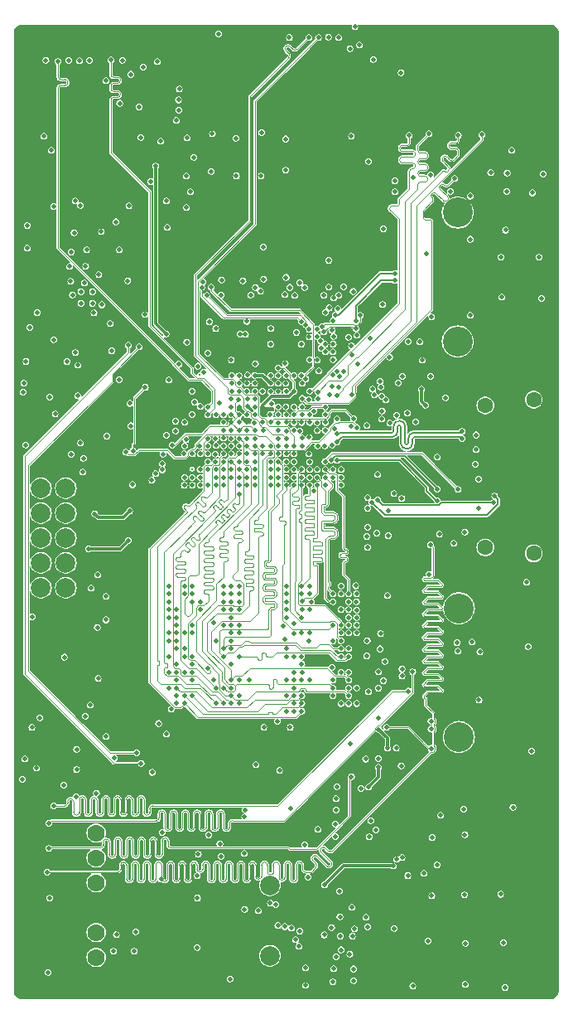
<source format=gbr>
G04 #@! TF.GenerationSoftware,KiCad,Pcbnew,7.0.1*
G04 #@! TF.CreationDate,2024-07-28T16:45:09-07:00*
G04 #@! TF.ProjectId,DFTBoard,44465442-6f61-4726-942e-6b696361645f,rev?*
G04 #@! TF.SameCoordinates,Original*
G04 #@! TF.FileFunction,Copper,L3,Inr*
G04 #@! TF.FilePolarity,Positive*
%FSLAX46Y46*%
G04 Gerber Fmt 4.6, Leading zero omitted, Abs format (unit mm)*
G04 Created by KiCad (PCBNEW 7.0.1) date 2024-07-28 16:45:09*
%MOMM*%
%LPD*%
G01*
G04 APERTURE LIST*
G04 #@! TA.AperFunction,ComponentPad*
%ADD10C,3.048000*%
G04 #@! TD*
G04 #@! TA.AperFunction,ComponentPad*
%ADD11C,2.000000*%
G04 #@! TD*
G04 #@! TA.AperFunction,ComponentPad*
%ADD12C,1.600000*%
G04 #@! TD*
G04 #@! TA.AperFunction,ComponentPad*
%ADD13C,0.500000*%
G04 #@! TD*
G04 #@! TA.AperFunction,ComponentPad*
%ADD14C,1.778000*%
G04 #@! TD*
G04 #@! TA.AperFunction,ViaPad*
%ADD15C,0.480000*%
G04 #@! TD*
G04 #@! TA.AperFunction,ViaPad*
%ADD16C,0.300000*%
G04 #@! TD*
G04 #@! TA.AperFunction,Conductor*
%ADD17C,0.300000*%
G04 #@! TD*
G04 #@! TA.AperFunction,Conductor*
%ADD18C,0.102000*%
G04 #@! TD*
G04 #@! TA.AperFunction,Conductor*
%ADD19C,0.200000*%
G04 #@! TD*
G04 APERTURE END LIST*
D10*
X145645530Y-122944020D03*
X145645530Y-136085980D03*
D11*
X105450000Y-120845000D03*
X102910000Y-120845000D03*
X105450000Y-118305000D03*
X102910000Y-118305000D03*
X105450000Y-115765000D03*
X102910000Y-115765000D03*
X105450000Y-113225000D03*
X102910000Y-113225000D03*
X105450000Y-110685000D03*
X102910000Y-110685000D03*
D12*
X153290000Y-117340000D03*
X148340000Y-116740000D03*
X148340000Y-102240000D03*
X153290000Y-101640000D03*
D11*
X126325000Y-158437500D03*
X126325000Y-151237500D03*
D13*
X107000000Y-91797500D03*
X108180000Y-91797500D03*
X107000000Y-90617500D03*
X108180000Y-90617500D03*
D10*
X145520000Y-95691960D03*
X145520000Y-82550000D03*
D14*
X108550000Y-158600000D03*
X108550000Y-156060000D03*
X108550000Y-153520000D03*
X108550000Y-150980000D03*
X108550000Y-148440000D03*
X108550000Y-145900000D03*
D15*
X125120000Y-153830000D03*
X118990000Y-148050000D03*
X131320258Y-98712626D03*
X132730000Y-99120000D03*
X107460000Y-133980000D03*
X106680000Y-101250000D03*
X104360000Y-103120000D03*
X145510000Y-127330000D03*
X147790000Y-127410000D03*
X145447823Y-126450947D03*
X147006286Y-126394481D03*
X152541515Y-120294714D03*
X152710000Y-126870000D03*
X153080000Y-137520000D03*
X149970000Y-87090000D03*
X153850000Y-87090000D03*
X154080000Y-91290000D03*
X150040000Y-91170000D03*
X101370000Y-106280000D03*
X102020000Y-123830000D03*
X105290000Y-127940000D03*
X115290000Y-145840000D03*
X115190000Y-150610000D03*
X112600351Y-155974565D03*
X110620000Y-156280000D03*
X110340000Y-157960000D03*
X112450000Y-157960000D03*
X149910000Y-152150000D03*
X146220000Y-152200000D03*
X142870000Y-152310000D03*
X142490000Y-156900000D03*
X150180000Y-157080000D03*
X146320000Y-157160000D03*
X150340000Y-161680000D03*
X146271792Y-161351472D03*
X140930000Y-161530000D03*
X129980000Y-161460000D03*
X122230000Y-160820000D03*
X129890000Y-147110000D03*
X103655000Y-160125000D03*
X129547500Y-95974521D03*
X126375000Y-106375000D03*
X124830881Y-97975498D03*
X123975499Y-103192293D03*
X119536657Y-98831738D03*
X122372133Y-97592000D03*
X119975000Y-96892500D03*
X120775000Y-94375000D03*
X123154689Y-99198861D03*
X127878199Y-97962574D03*
X117820000Y-95780000D03*
X123275699Y-94931325D03*
X119975000Y-105592500D03*
X124775000Y-102375000D03*
X123992500Y-101560766D03*
X122360377Y-101564280D03*
X124017524Y-99132571D03*
X126377500Y-99172981D03*
X124758000Y-99983861D03*
X123975000Y-100773000D03*
X125567500Y-100794444D03*
X117591000Y-103960167D03*
X118642472Y-101896902D03*
X120791704Y-103175204D03*
X121569566Y-103182000D03*
X131490297Y-95646422D03*
X129033380Y-94788459D03*
X111895236Y-81861860D03*
X126375000Y-95975000D03*
X131173000Y-97606028D03*
X127975000Y-99175000D03*
X129598328Y-99968106D03*
X127173892Y-99992000D03*
X126387624Y-100817500D03*
X127189500Y-100830742D03*
X127977983Y-100792000D03*
X124714431Y-103999550D03*
X126360939Y-103155280D03*
X126475127Y-102030047D03*
X127175000Y-102375000D03*
X128788531Y-102379514D03*
X131190539Y-106357664D03*
X127976600Y-103185415D03*
X128775000Y-103975000D03*
X127180709Y-103984277D03*
X125589379Y-103960621D03*
X123959880Y-104783687D03*
X122376273Y-104786566D03*
X123203016Y-103972787D03*
X121560942Y-103972787D03*
X124775000Y-107175000D03*
X122376543Y-106375000D03*
X119192500Y-107172813D03*
X117575000Y-106375000D03*
X121575000Y-108775000D03*
X130374017Y-108783777D03*
X127975000Y-107975000D03*
X127175000Y-110375000D03*
X123975000Y-109575000D03*
X132775000Y-109575000D03*
X135175000Y-131075000D03*
X134375000Y-125475000D03*
X135175000Y-125475000D03*
X135175000Y-121475000D03*
X135175000Y-124675000D03*
X134375000Y-127075000D03*
X134375000Y-123875000D03*
X127975000Y-121475000D03*
X115975000Y-121475000D03*
X115975000Y-129475000D03*
X122375000Y-123075000D03*
X123175000Y-130275000D03*
X116215372Y-133234628D03*
X123175000Y-120675000D03*
X116775000Y-127075000D03*
X122375000Y-125475000D03*
X122375000Y-123875000D03*
X122375000Y-127075000D03*
X116775000Y-123875000D03*
X115975000Y-125475000D03*
X115975000Y-131075000D03*
X115975000Y-123875000D03*
X123175000Y-121475000D03*
X123175000Y-132675000D03*
X115975000Y-123075000D03*
X127975000Y-133475000D03*
X118375000Y-121475000D03*
X127975000Y-123875000D03*
X132375107Y-92267211D03*
X121558000Y-105573552D03*
X132792000Y-95975000D03*
X123821369Y-94982500D03*
X129589938Y-106382094D03*
X108707500Y-119540000D03*
X150580002Y-78508000D03*
X127940000Y-75020000D03*
X142796001Y-135286250D03*
X118560000Y-76900000D03*
X130375000Y-121475000D03*
X141920000Y-97610000D03*
X133192592Y-98759728D03*
X139100000Y-79300000D03*
X103960000Y-76200000D03*
X139747500Y-139051415D03*
X116987528Y-98023030D03*
X116730000Y-73140000D03*
X132010000Y-103975000D03*
X135175000Y-132675000D03*
X106450000Y-96830533D03*
X123704915Y-147992500D03*
X151030000Y-76200000D03*
X134375000Y-123075000D03*
X101150000Y-99960000D03*
X131225000Y-145525000D03*
X127950000Y-78200000D03*
X139834159Y-148410761D03*
X110387741Y-138232500D03*
X146790000Y-85265000D03*
X141200000Y-103910000D03*
X128451907Y-143413720D03*
D16*
X119096017Y-99085980D03*
D15*
X142050000Y-150027500D03*
X115140000Y-75250000D03*
X113360000Y-67690000D03*
X146127076Y-143462836D03*
X128795486Y-124469394D03*
X143765214Y-144082932D03*
X138420811Y-113008703D03*
X124905000Y-138915000D03*
X134713181Y-97109882D03*
X139299044Y-148586036D03*
X103800000Y-101375000D03*
X129367131Y-155917000D03*
X107198423Y-109042500D03*
X119480010Y-89623780D03*
X134375000Y-129475000D03*
X113140000Y-74880000D03*
X142729597Y-99251597D03*
X135470000Y-65427500D03*
X125695202Y-135117500D03*
X111982500Y-102027500D03*
X128776054Y-127881990D03*
X127305000Y-139515000D03*
X107475000Y-88025000D03*
X107927202Y-132835469D03*
X142796001Y-134475000D03*
X118926621Y-98221701D03*
X127975000Y-131876043D03*
X117780000Y-82020000D03*
X142342500Y-86741135D03*
X143432500Y-107510000D03*
X147670000Y-109748498D03*
X123168001Y-131875000D03*
X127981758Y-123049133D03*
X146780000Y-93025000D03*
X123730000Y-144247500D03*
X127975262Y-130281990D03*
X114790000Y-67140000D03*
X147670000Y-112748498D03*
X138164583Y-101681570D03*
X115810000Y-84070000D03*
X135089852Y-120653218D03*
X126375000Y-94375000D03*
X138059000Y-128375000D03*
X117010000Y-72080000D03*
X137319425Y-109283095D03*
X132420061Y-101126509D03*
X121076307Y-64277500D03*
X138581399Y-104035233D03*
X106555000Y-139415000D03*
X147380000Y-106748498D03*
X115750000Y-135800000D03*
X134550000Y-136820000D03*
X146258706Y-115159875D03*
X133084629Y-143535289D03*
X147420000Y-105248498D03*
X151175000Y-143275000D03*
X121330000Y-148265000D03*
X103190000Y-74750000D03*
X102524998Y-92762500D03*
X143400000Y-149152500D03*
X137445000Y-134193750D03*
X137416500Y-138292500D03*
X121375000Y-89425000D03*
X109560000Y-69070000D03*
X136320000Y-112735000D03*
X110917460Y-99597460D03*
X124775000Y-101559386D03*
X103410000Y-67000000D03*
X123805000Y-143520841D03*
X110929960Y-86345040D03*
X101495000Y-83875000D03*
X125650000Y-86040000D03*
X102471500Y-139275000D03*
X128392076Y-135097500D03*
X101500000Y-86175000D03*
X137945525Y-84208398D03*
X116970000Y-71040000D03*
X123168010Y-125479013D03*
X147300000Y-108231502D03*
X102805000Y-134131500D03*
X137825039Y-91919959D03*
X132330000Y-87420000D03*
X109079961Y-84495041D03*
X123974617Y-93645502D03*
X144292500Y-101471139D03*
X135627076Y-141337836D03*
X138552688Y-97292232D03*
X104200000Y-95525000D03*
X134596264Y-104355500D03*
X106820000Y-67050000D03*
X134836502Y-90600000D03*
X108761000Y-130115000D03*
X127090000Y-134480033D03*
X136314503Y-111653311D03*
X150410000Y-84330000D03*
X112082500Y-104314818D03*
X112250645Y-110323734D03*
X139730000Y-68270000D03*
X108575000Y-141850000D03*
X141620000Y-95740000D03*
X154250000Y-78590000D03*
X106555000Y-137340000D03*
X136464587Y-146272539D03*
X109992500Y-93875000D03*
X118393010Y-110377075D03*
X123175000Y-124680510D03*
X107575000Y-86350000D03*
X134650000Y-74740000D03*
X127875000Y-126075000D03*
X120110584Y-93693084D03*
X133557027Y-103187119D03*
X130375255Y-104809176D03*
X111651872Y-81061000D03*
X125589540Y-95977540D03*
X130362223Y-95957144D03*
X123189431Y-94356257D03*
X123972006Y-97592000D03*
X120038000Y-100884628D03*
X127155909Y-97587169D03*
X133553413Y-95186818D03*
X118348000Y-106375000D03*
X119174409Y-103145743D03*
X117577540Y-108777540D03*
X119992500Y-95975000D03*
X120760313Y-93589687D03*
X123975000Y-94375000D03*
X130467500Y-74608480D03*
X145122500Y-138181250D03*
X137830000Y-131790000D03*
X102529275Y-132625500D03*
X126280000Y-139440000D03*
X138100000Y-122820000D03*
X146410000Y-114390000D03*
X112294941Y-99049979D03*
X131281761Y-99292853D03*
X130087251Y-156379875D03*
X109000000Y-67040000D03*
X141925000Y-148325000D03*
X133652279Y-89077801D03*
X131958500Y-97592703D03*
X150260000Y-111430000D03*
X136100000Y-156525000D03*
X145545000Y-140681250D03*
X108707500Y-111315000D03*
X142796001Y-141801880D03*
X136090000Y-139187500D03*
X134236290Y-151778790D03*
X136388500Y-132560000D03*
X101850000Y-96450533D03*
X117590474Y-99974500D03*
X136360000Y-123600000D03*
X153070000Y-79371500D03*
X134470371Y-108939629D03*
X136399669Y-100977355D03*
X106230617Y-108528923D03*
X105775000Y-93950000D03*
X150280000Y-112470000D03*
X105912810Y-132362810D03*
X117574999Y-102339999D03*
X129580000Y-107182500D03*
X152224998Y-144059999D03*
D16*
X131160000Y-103100000D03*
D15*
X104250000Y-87175000D03*
X131120000Y-93680000D03*
X153120000Y-74646998D03*
X135436960Y-152727960D03*
X122091657Y-138761577D03*
X130467500Y-78699939D03*
X106450000Y-131150000D03*
X129637425Y-156707640D03*
X140565040Y-147240040D03*
X110675000Y-94875000D03*
X138582962Y-144154164D03*
X131190000Y-107970000D03*
X131192100Y-105557900D03*
X135224782Y-142819702D03*
X103000000Y-84100000D03*
X111742500Y-112211187D03*
X111979000Y-113012428D03*
X142861442Y-93204184D03*
X101980000Y-135115000D03*
X121206074Y-146997500D03*
X105950000Y-89575000D03*
X120066427Y-146099596D03*
X101000000Y-140410002D03*
X138330000Y-121649380D03*
X108405000Y-113290000D03*
X107325000Y-89745000D03*
X111842500Y-116020758D03*
X145130000Y-116320000D03*
X107780000Y-116890000D03*
X132619960Y-155544960D03*
X133480000Y-154450000D03*
X147695000Y-132330000D03*
X133530000Y-156430000D03*
X134750000Y-156425000D03*
X134982540Y-155682540D03*
X129955151Y-159682500D03*
X131866591Y-156298329D03*
X132825000Y-159752500D03*
X134673636Y-153491284D03*
X132780000Y-161090000D03*
X133150000Y-141150000D03*
X133575000Y-157825000D03*
X134875000Y-159775000D03*
X134482460Y-158282460D03*
X133100000Y-158525000D03*
X134900000Y-160975000D03*
X104216054Y-143128341D03*
X140456210Y-131408710D03*
X137760000Y-103631415D03*
X115975000Y-126275000D03*
X133575000Y-129475000D03*
X136305000Y-114665000D03*
X127175230Y-105601183D03*
X127977143Y-127081990D03*
X125575000Y-107175000D03*
X122381892Y-105592500D03*
X120575000Y-130275000D03*
X127175000Y-107975000D03*
X133575000Y-127075000D03*
X121575000Y-127075000D03*
X127175000Y-107175000D03*
X133575000Y-127875000D03*
X121575000Y-127875000D03*
X128759482Y-107175725D03*
X118375000Y-127875000D03*
X129570512Y-127881990D03*
X128775000Y-107975000D03*
X118375000Y-129475000D03*
X129600633Y-129481990D03*
X131174298Y-108783777D03*
X123175000Y-127875000D03*
X134375000Y-127875000D03*
X127975000Y-108775000D03*
X118375000Y-128675000D03*
X129575000Y-128650000D03*
X124775000Y-106375000D03*
X122375000Y-130275000D03*
X134375000Y-130275000D03*
X124769494Y-105595466D03*
X116775000Y-129475000D03*
X128775000Y-130281990D03*
X118375000Y-130275000D03*
X130375000Y-130275000D03*
X126369667Y-107968010D03*
X123975000Y-107975000D03*
X118375000Y-131875000D03*
X129575000Y-131875000D03*
X126375000Y-107175000D03*
X121575000Y-131075000D03*
X132781990Y-131076598D03*
X123175000Y-108775000D03*
X119975000Y-129075000D03*
X132648254Y-128988488D03*
X123975000Y-106375000D03*
X122375000Y-131075000D03*
X134375000Y-131075000D03*
X123175000Y-105592500D03*
X134375000Y-131875000D03*
X122375000Y-131875000D03*
X123975000Y-107175000D03*
X128775000Y-131876043D03*
X116775000Y-131075000D03*
X124775000Y-107975000D03*
X116775000Y-130275000D03*
X128774381Y-131081990D03*
X123175000Y-107175000D03*
X122375000Y-132675000D03*
X134375000Y-132675000D03*
X120775000Y-132675000D03*
X132775000Y-131875000D03*
X121586368Y-107175525D03*
X122375000Y-107175000D03*
X117575000Y-131875000D03*
X129575000Y-132675000D03*
X123175000Y-106375000D03*
X116775000Y-131875000D03*
X128775000Y-132675000D03*
X122375000Y-107975000D03*
X120775000Y-131075000D03*
X132775000Y-130275000D03*
X127975000Y-107175000D03*
X115975000Y-127875000D03*
X127975000Y-127875000D03*
X127175000Y-106375000D03*
X117575000Y-127875000D03*
X127975000Y-122275000D03*
X123175000Y-110375000D03*
X135175000Y-123875000D03*
X121557500Y-106362208D03*
X128775000Y-109575000D03*
X126375000Y-108775000D03*
X123975000Y-105592500D03*
X112308885Y-106856195D03*
X130775000Y-110975000D03*
X137450000Y-135314143D03*
X129575000Y-121475000D03*
X137255000Y-115275000D03*
X135172726Y-123121704D03*
X123175000Y-122275000D03*
X127975000Y-120675000D03*
X114625000Y-109200000D03*
X129581990Y-123068203D03*
X135168010Y-122281528D03*
X133575000Y-121475000D03*
X114938625Y-134711526D03*
X122375000Y-120675000D03*
X117579913Y-121468010D03*
X113575000Y-100375000D03*
X116781990Y-123062268D03*
X138343632Y-137222500D03*
X136399622Y-141208301D03*
X136300000Y-116725000D03*
X136255000Y-115615000D03*
X133575000Y-125475000D03*
X138420811Y-115530187D03*
X115975000Y-120675000D03*
X116775000Y-126275000D03*
X123175000Y-107975000D03*
X137416500Y-139187500D03*
X119975000Y-108775000D03*
X115975000Y-122275000D03*
X123175000Y-123093010D03*
X122377500Y-102375531D03*
X122405118Y-99174937D03*
X122405255Y-99983861D03*
X122392897Y-100768861D03*
X131836502Y-90990000D03*
X131957900Y-95992100D03*
X134658653Y-96152552D03*
X133840000Y-90100000D03*
X132010000Y-96775000D03*
X127970000Y-89160000D03*
X131538508Y-96396562D03*
X125680000Y-89350000D03*
X112084701Y-68419781D03*
X116692187Y-103847813D03*
X121170000Y-101990000D03*
X111220000Y-67000000D03*
X110050000Y-66970000D03*
X119960000Y-103190000D03*
X119162500Y-106355680D03*
X107880000Y-67000000D03*
X116690000Y-104850000D03*
X105730000Y-67000000D03*
X119982841Y-102418784D03*
X104660000Y-67110000D03*
X115990290Y-99635210D03*
X115700000Y-94950000D03*
X114630000Y-77780000D03*
X120576032Y-124393912D03*
X117557956Y-110377543D03*
X117575000Y-109575000D03*
X116775000Y-124675000D03*
X122375000Y-124675000D03*
X120775000Y-110375000D03*
X119175000Y-108775000D03*
X116775000Y-125475000D03*
X119975000Y-110375000D03*
X122375000Y-126275000D03*
X120775000Y-126275000D03*
X119179021Y-110375000D03*
X122375000Y-108775000D03*
X119175000Y-122275000D03*
X123975000Y-108775000D03*
X122375000Y-121475000D03*
X121575000Y-110375000D03*
X118375000Y-120675000D03*
X118375000Y-125475000D03*
X119175000Y-109575000D03*
X120775000Y-109575000D03*
X121575000Y-124675000D03*
X120775000Y-108775000D03*
X128775000Y-133475000D03*
X116775000Y-132675000D03*
X118375000Y-109575000D03*
X117575000Y-125475000D03*
X118375000Y-124675000D03*
D16*
X118375000Y-108725000D03*
D15*
X119975000Y-107975000D03*
X117569000Y-127075000D03*
X117575000Y-132675000D03*
X129575000Y-133475000D03*
X120763766Y-107979814D03*
X124775000Y-108775000D03*
X121575000Y-123075000D03*
X124775000Y-110375000D03*
X119175000Y-123075000D03*
X133387096Y-100412000D03*
X126930660Y-153187500D03*
X123175000Y-109575000D03*
X121575000Y-121475000D03*
X121575000Y-132675000D03*
X133575000Y-132675000D03*
X121579903Y-107975000D03*
X124775000Y-109575000D03*
X122375000Y-122275000D03*
X122375000Y-109575000D03*
X121575000Y-122275000D03*
X121575000Y-109575000D03*
X117575000Y-120675000D03*
X118375000Y-122275000D03*
X123175000Y-111275000D03*
X123975000Y-110375000D03*
X121575000Y-120675000D03*
X126375000Y-110375000D03*
X127650000Y-124750000D03*
X129575000Y-110375000D03*
X133575000Y-124675000D03*
X127175000Y-109575000D03*
X129575000Y-125475000D03*
X127979044Y-106376374D03*
X116775000Y-128675000D03*
X128768007Y-129487317D03*
X129578207Y-108773833D03*
X129575000Y-123875000D03*
X129575000Y-109575000D03*
X134375000Y-124675000D03*
X127975000Y-110375000D03*
X132725000Y-124675000D03*
X127975000Y-109575000D03*
X130375000Y-125475000D03*
X126375000Y-109575000D03*
X130338314Y-126268010D03*
X117575000Y-129475000D03*
X125575000Y-106375000D03*
X129575000Y-130275000D03*
X133879994Y-98790000D03*
X128500000Y-155600000D03*
X133464133Y-99273936D03*
X127850000Y-155450000D03*
X127130000Y-155340000D03*
X137583937Y-99788937D03*
X132634344Y-100330881D03*
X126361028Y-153070604D03*
X125575000Y-102375000D03*
X127975000Y-103975000D03*
X124037323Y-102342243D03*
X123975000Y-103972787D03*
X128775778Y-100802000D03*
X129587378Y-103182784D03*
X125588859Y-103154780D03*
X129575000Y-103975000D03*
X129589139Y-105558000D03*
X129379370Y-104858743D03*
X124777500Y-100772856D03*
X135298622Y-98014500D03*
X138907460Y-149257460D03*
X109567500Y-136054211D03*
X133065202Y-142399194D03*
X141810000Y-100560000D03*
X127166318Y-98400706D03*
X123172000Y-102410457D03*
X140419040Y-150246040D03*
X142207500Y-102226863D03*
X131878285Y-151197341D03*
X114267540Y-139702460D03*
X123145377Y-101625457D03*
X124775000Y-104785050D03*
X123980479Y-99983861D03*
X124758000Y-99187253D03*
X126376437Y-99992000D03*
X127958892Y-99992000D03*
X122375000Y-103972787D03*
X123194478Y-99983861D03*
X132788671Y-97560765D03*
X123177343Y-103195457D03*
X123175030Y-104779027D03*
X127175000Y-99186377D03*
X128762804Y-99192500D03*
X122375000Y-103175000D03*
X108675000Y-124900000D03*
X128774998Y-104775000D03*
X136560709Y-95424210D03*
X109580000Y-121740000D03*
X106480000Y-142190000D03*
X123148000Y-100770095D03*
X105250000Y-141000000D03*
X116318510Y-106289834D03*
X109567500Y-124125000D03*
X127187266Y-104787964D03*
X140447773Y-95701301D03*
X136321500Y-155475000D03*
X136157540Y-154507540D03*
X142896489Y-146350002D03*
X146255000Y-146090000D03*
X133005000Y-144965000D03*
X133003396Y-146241525D03*
X118402151Y-107178584D03*
X128925000Y-156800000D03*
X118374999Y-103142500D03*
X115720000Y-81350000D03*
X104230000Y-81920000D03*
X120337002Y-78358500D03*
X130333547Y-105497500D03*
X125604416Y-104798040D03*
X126383013Y-103950069D03*
X134877134Y-103562000D03*
X101244990Y-138344988D03*
X108025000Y-120900000D03*
X117556941Y-107174021D03*
X129580500Y-102368426D03*
X129549142Y-99166981D03*
X137642470Y-100367486D03*
X101775000Y-94250000D03*
X120773000Y-105600000D03*
X115378090Y-107196288D03*
X106950000Y-106075000D03*
X115296500Y-108800000D03*
X107250000Y-107650000D03*
X106700000Y-98125000D03*
X120761378Y-107194058D03*
X105550000Y-97750000D03*
X120795267Y-106316467D03*
X115332753Y-108184789D03*
X106003186Y-107213490D03*
X101092000Y-100875000D03*
X119972663Y-107172663D03*
X119957283Y-106368000D03*
X135191639Y-104486152D03*
X111590000Y-107020000D03*
X114250000Y-109875000D03*
X101375000Y-97750000D03*
X118895000Y-157585002D03*
X121567315Y-104757787D03*
X136809452Y-100564774D03*
X133405020Y-151840060D03*
X135200000Y-95080000D03*
X129370000Y-89710000D03*
X128852616Y-91007500D03*
X132797171Y-93562905D03*
X132022437Y-92729563D03*
X128337813Y-90177813D03*
X133270000Y-92360000D03*
X129850000Y-90190000D03*
X132670000Y-94570000D03*
X127852000Y-90920000D03*
X125351685Y-90576606D03*
X131150477Y-94412640D03*
X133336502Y-90990000D03*
X132813035Y-95177749D03*
X134340000Y-95260000D03*
X132820000Y-91260000D03*
X132770000Y-96766500D03*
X132350000Y-90150000D03*
X133160453Y-103612411D03*
X139827500Y-129150000D03*
X132891674Y-104652119D03*
X139827500Y-129880000D03*
X131175000Y-110375000D03*
X129581990Y-122206990D03*
X131975000Y-110375000D03*
X130575000Y-122275000D03*
X133575000Y-110360073D03*
X133575000Y-120675000D03*
X130375000Y-123075000D03*
X133575000Y-109575000D03*
X131175000Y-109575000D03*
X132775000Y-122275000D03*
X131975000Y-109575000D03*
X132775000Y-121475000D03*
X130375000Y-110375000D03*
X129575000Y-120675000D03*
X132757500Y-108777540D03*
X134375000Y-122275000D03*
X130375000Y-109575000D03*
X130375000Y-120675000D03*
X134375000Y-121475000D03*
X131975000Y-108783777D03*
X133592000Y-108781540D03*
X133575000Y-123075000D03*
X128775000Y-110375000D03*
X133575000Y-126275000D03*
X128775000Y-108775000D03*
X132768010Y-126281990D03*
X127175000Y-108775000D03*
X128775000Y-125525000D03*
X130810000Y-102810000D03*
X120430000Y-74500000D03*
X139050001Y-155637001D03*
X142592500Y-119487258D03*
X136622460Y-144652460D03*
X139874678Y-99250401D03*
X145550000Y-110800000D03*
X131952829Y-107962905D03*
X132582544Y-107791830D03*
X143432500Y-110771906D03*
X133171627Y-107832400D03*
X143432500Y-111940373D03*
X133190000Y-105970000D03*
X145978402Y-105605000D03*
X133180000Y-105160000D03*
X145978402Y-104875000D03*
X139240000Y-137222500D03*
X136105686Y-138348006D03*
X129289960Y-157464960D03*
X115725616Y-105257500D03*
X137432500Y-131112500D03*
X137941600Y-130352697D03*
X137421500Y-129450000D03*
X136388500Y-131460000D03*
X136215000Y-127810000D03*
X137585000Y-127090000D03*
X137630000Y-125530000D03*
X136260000Y-126250000D03*
X124175000Y-130275000D03*
X142796001Y-137250000D03*
X117737340Y-105717741D03*
X138219431Y-135123396D03*
X122375000Y-128675000D03*
X132999906Y-93006680D03*
X139137496Y-88755980D03*
X130370087Y-97545713D03*
X123560000Y-89510000D03*
X124350000Y-90970000D03*
X131151086Y-95174107D03*
X124836502Y-90200000D03*
X130333643Y-94461265D03*
X124768508Y-103189687D03*
X127175000Y-103175000D03*
X127962092Y-102392069D03*
X128762460Y-103187540D03*
X131958000Y-102377455D03*
X135106001Y-93599061D03*
X139137496Y-89485980D03*
X136740000Y-112120000D03*
X149300000Y-111480000D03*
X149173587Y-112162743D03*
X137330000Y-111880000D03*
X138989000Y-111245134D03*
X132690000Y-106280000D03*
X131950000Y-106373999D03*
X139812500Y-111730000D03*
X109650000Y-105375000D03*
X110167008Y-96647833D03*
X117773028Y-78822810D03*
X127987215Y-104823854D03*
X139465919Y-99948600D03*
X137163563Y-145573563D03*
X123735027Y-153692500D03*
X130200000Y-150400000D03*
X145580000Y-74670000D03*
X133205061Y-101196518D03*
X131173096Y-104807924D03*
X117830000Y-74920000D03*
X135102000Y-94393561D03*
X131834295Y-94737160D03*
X135547501Y-93025348D03*
X131681671Y-94176044D03*
X130332540Y-95246993D03*
X121352187Y-90977813D03*
X147970000Y-74580000D03*
X134692557Y-101123057D03*
X129634627Y-101521137D03*
X145219965Y-79064530D03*
X131174999Y-104010001D03*
X125420000Y-78800000D03*
X125480000Y-74380000D03*
X131193060Y-101587079D03*
X122890000Y-78790000D03*
X131957900Y-104792100D03*
X129994220Y-99542178D03*
X120336502Y-90170000D03*
X119853498Y-91010000D03*
X130003124Y-93995410D03*
X130390000Y-103180000D03*
X142753575Y-78688979D03*
X131970000Y-103140000D03*
X122830000Y-74960000D03*
X148891500Y-78470000D03*
X130410000Y-103975000D03*
X119337632Y-90187583D03*
X129519482Y-93667155D03*
X130298000Y-101610461D03*
X140952500Y-78971732D03*
X130407700Y-100783638D03*
X140560000Y-74680000D03*
X142593634Y-74483022D03*
X131227056Y-100862135D03*
X139080000Y-80430000D03*
X108825000Y-88875000D03*
X114130000Y-79380000D03*
X106300000Y-84600000D03*
X118170000Y-80430000D03*
X105825000Y-88050000D03*
X106025000Y-86575000D03*
X106127500Y-90957500D03*
X112970000Y-71760000D03*
X110960000Y-71380000D03*
X110546372Y-83488716D03*
X150530000Y-80368500D03*
X144760861Y-80365300D03*
X153160000Y-80520000D03*
X146780000Y-80860000D03*
X136877460Y-66922540D03*
X135010000Y-63579500D03*
X134500000Y-65820000D03*
X118910000Y-152530000D03*
X140368530Y-103013611D03*
X136416288Y-77331497D03*
X118890000Y-150272500D03*
X139290000Y-103220000D03*
X113150000Y-138775000D03*
X111850000Y-96075000D03*
X128310000Y-64670000D03*
X111790000Y-89500000D03*
X112952540Y-96252540D03*
X112700000Y-137700000D03*
X113560000Y-92960000D03*
X108326869Y-92791000D03*
X109150000Y-91950000D03*
X117050000Y-69930000D03*
X130280000Y-64670000D03*
X128050000Y-105630000D03*
X131280000Y-64680000D03*
X128807500Y-106377295D03*
X130325248Y-107187979D03*
X132300000Y-64640000D03*
X133320000Y-64670000D03*
X130368243Y-108002730D03*
X137790000Y-102800000D03*
X140920000Y-129430000D03*
X103710000Y-144890000D03*
X142720000Y-116460000D03*
X103560000Y-149880000D03*
X137739521Y-101284749D03*
X137000000Y-101158500D03*
X103800000Y-152540000D03*
X136230000Y-104290000D03*
X103730000Y-147460000D03*
X134660000Y-140140000D03*
X143645650Y-115390570D03*
X106950000Y-81820000D03*
X118375000Y-100775000D03*
X119180000Y-102340000D03*
X106410000Y-81350000D03*
D17*
X131878285Y-151197341D02*
X133818166Y-149257460D01*
X133818166Y-149257460D02*
X138907460Y-149257460D01*
D18*
X142985500Y-119290000D02*
X142985500Y-116725500D01*
X142967911Y-119307589D02*
X142985500Y-119290000D01*
X142985000Y-119324679D02*
X142967911Y-119307589D01*
X142755079Y-119879758D02*
X142985000Y-119649837D01*
X142084006Y-119863103D02*
X142270268Y-119863103D01*
X142039039Y-120027305D02*
X142009797Y-119937312D01*
X143527747Y-120103856D02*
X142094660Y-120103856D01*
X143961203Y-120537312D02*
X143527747Y-120103856D01*
X143931961Y-120627305D02*
X143961203Y-120537312D01*
X143876340Y-120703856D02*
X143931961Y-120627305D01*
X142443253Y-120703856D02*
X143876340Y-120703856D01*
X142009797Y-121137312D02*
X142443253Y-120703856D01*
X142039039Y-121227305D02*
X142009797Y-121137312D01*
X142094660Y-121303856D02*
X142039039Y-121227305D01*
X143527747Y-121303856D02*
X142094660Y-121303856D01*
X142443253Y-121903856D02*
X143876340Y-121903856D01*
X142009797Y-122337312D02*
X142443253Y-121903856D01*
X142094660Y-122503856D02*
X142039039Y-122427305D01*
X143477746Y-122503856D02*
X142094660Y-122503856D01*
X143911203Y-122937313D02*
X143477746Y-122503856D01*
X143881959Y-123027308D02*
X143911203Y-122937313D01*
X143826336Y-123103860D02*
X143881959Y-123027308D01*
X142443249Y-123103860D02*
X143826336Y-123103860D01*
X142985500Y-116725500D02*
X142720000Y-116460000D01*
X142009797Y-123537312D02*
X142443249Y-123103860D01*
X142039039Y-123627305D02*
X142009797Y-123537312D01*
X142094660Y-123703856D02*
X142039039Y-123627305D01*
X143527747Y-123703856D02*
X142094660Y-123703856D01*
X143961203Y-124137312D02*
X143527747Y-123703856D01*
X142443253Y-124303856D02*
X143876340Y-124303856D01*
X142039039Y-124827305D02*
X142009797Y-124737312D01*
X142094660Y-124903856D02*
X142039039Y-124827305D01*
X143527747Y-124903856D02*
X142094660Y-124903856D01*
X143961203Y-125337312D02*
X143527747Y-124903856D01*
X143931961Y-125427305D02*
X143961203Y-125337312D01*
X143876340Y-125503856D02*
X143931961Y-125427305D01*
X142009797Y-125937312D02*
X142443253Y-125503856D01*
X142039039Y-126027305D02*
X142009797Y-125937312D01*
X142094660Y-126103856D02*
X142039039Y-126027305D01*
X143876340Y-124303856D02*
X143931961Y-124227305D01*
X143931961Y-126627305D02*
X143961203Y-126537312D01*
X143876340Y-126703856D02*
X143931961Y-126627305D01*
X142039039Y-127227305D02*
X142009797Y-127137312D01*
X142094660Y-127303856D02*
X142039039Y-127227305D01*
X143527747Y-127303856D02*
X142094660Y-127303856D01*
X143961203Y-127737312D02*
X143527747Y-127303856D01*
X143931961Y-127827305D02*
X143961203Y-127737312D01*
X142009797Y-127137312D02*
X142443253Y-126703856D01*
X143876340Y-127903856D02*
X143931961Y-127827305D01*
X142443255Y-127903856D02*
X143876340Y-127903856D01*
X142009797Y-128337314D02*
X142443255Y-127903856D01*
X142039041Y-128427308D02*
X142009797Y-128337314D01*
X143527750Y-128503861D02*
X142094665Y-128503861D01*
X143961203Y-128937314D02*
X143527750Y-128503861D01*
X143931959Y-129027308D02*
X143961203Y-128937314D01*
X143876335Y-129103861D02*
X143931959Y-129027308D01*
X142443250Y-129103861D02*
X143876335Y-129103861D01*
X142009797Y-129537314D02*
X142443250Y-129103861D01*
X142039041Y-129627308D02*
X142009797Y-129537314D01*
X142094665Y-129703861D02*
X142039041Y-129627308D01*
X143527750Y-129703861D02*
X142094665Y-129703861D01*
X143931961Y-124227305D02*
X143961203Y-124137312D01*
X143961203Y-130137314D02*
X143527750Y-129703861D01*
X143931959Y-130227308D02*
X143961203Y-130137314D01*
X143931961Y-121827305D02*
X143961203Y-121737312D01*
X143876335Y-130303861D02*
X143931959Y-130227308D01*
X142443250Y-130303861D02*
X143876335Y-130303861D01*
X142094665Y-130903861D02*
X142039041Y-130827308D01*
X143527750Y-130903861D02*
X142094665Y-130903861D01*
X143961203Y-131337314D02*
X143527750Y-130903861D01*
X143931959Y-131427308D02*
X143961203Y-131337314D01*
X143876335Y-131503861D02*
X143931959Y-131427308D01*
X142443250Y-131503861D02*
X143876335Y-131503861D01*
X142094665Y-131852446D02*
X142443250Y-131503861D01*
X143961203Y-126537312D02*
X143527747Y-126103856D01*
X142094665Y-132103861D02*
X142094665Y-131852446D01*
X142171224Y-132159476D02*
X142094665Y-132103861D01*
X142009797Y-130737314D02*
X142443250Y-130303861D01*
X142261222Y-132188708D02*
X142171224Y-132159476D01*
X143188501Y-134312421D02*
X143045503Y-134169423D01*
X142286923Y-119879758D02*
X142755079Y-119879758D01*
X143188501Y-134637579D02*
X143188501Y-134312421D01*
X143045503Y-134980673D02*
X143045503Y-134780577D01*
X143188501Y-135123671D02*
X143045503Y-134980673D01*
X143045503Y-135591827D02*
X143188501Y-135448829D01*
X143045503Y-136944423D02*
X143045503Y-135591827D01*
X143045503Y-133670158D02*
X142261228Y-132885883D01*
X142094665Y-128503861D02*
X142039041Y-128427308D01*
X143188501Y-137412579D02*
X143188501Y-137087421D01*
X143045503Y-134780577D02*
X143188501Y-134637579D01*
X133199785Y-147219785D02*
X142777070Y-137642500D01*
X143188501Y-137087421D02*
X143045503Y-136944423D01*
X142592500Y-137250000D02*
X142796001Y-137250000D01*
X140465896Y-135123396D02*
X142592500Y-137250000D01*
X142261228Y-132188714D02*
X142261222Y-132188708D01*
X142009797Y-124737312D02*
X142443253Y-124303856D01*
X142270268Y-119863103D02*
X142286923Y-119879758D01*
X143188501Y-135448829D02*
X143188501Y-135123671D01*
X142777070Y-137642500D02*
X142958580Y-137642500D01*
X142039039Y-122427305D02*
X142009797Y-122337312D01*
X142009797Y-119937312D02*
X142084006Y-119863103D01*
X143961203Y-121737312D02*
X143527747Y-121303856D01*
X142261228Y-132885883D02*
X142261228Y-132188714D01*
X143876340Y-121903856D02*
X143931961Y-121827305D01*
X142094660Y-120103856D02*
X142039039Y-120027305D01*
X142958580Y-137642500D02*
X143188501Y-137412579D01*
X138219431Y-135123396D02*
X140465896Y-135123396D01*
X142039041Y-130827308D02*
X142009797Y-130737314D01*
X142443253Y-126703856D02*
X143876340Y-126703856D01*
X142443253Y-125503856D02*
X143876340Y-125503856D01*
X143527747Y-126103856D02*
X142094660Y-126103856D01*
X142985000Y-119649837D02*
X142985000Y-119324679D01*
X143045503Y-134169423D02*
X143045503Y-133670158D01*
D19*
X143615376Y-112381873D02*
X143834506Y-112162743D01*
X143269221Y-112396444D02*
X143283792Y-112381873D01*
X137846444Y-112396444D02*
X143269221Y-112396444D01*
X143834506Y-112162743D02*
X149173587Y-112162743D01*
X142346000Y-110954782D02*
X143331591Y-111940373D01*
X143331591Y-111940373D02*
X143432500Y-111940373D01*
X142346000Y-110589030D02*
X142346000Y-110954782D01*
X139589370Y-107832400D02*
X142346000Y-110589030D01*
X133171627Y-107832400D02*
X139589370Y-107832400D01*
X143432500Y-110726312D02*
X143432500Y-110771906D01*
X140096188Y-107390000D02*
X143432500Y-110726312D01*
X132984374Y-107390000D02*
X140096188Y-107390000D01*
X132582544Y-107791830D02*
X132984374Y-107390000D01*
X137330000Y-111880000D02*
X137846444Y-112396444D01*
X143283792Y-112381873D02*
X143615376Y-112381873D01*
D18*
X133779596Y-100621983D02*
X133205061Y-101196518D01*
X133779596Y-100499583D02*
X133779596Y-100621983D01*
X140700000Y-93579179D02*
X133779596Y-100499583D01*
X140700000Y-81562206D02*
X140700000Y-93579179D01*
X143935977Y-78326231D02*
X140700000Y-81562206D01*
X143961251Y-78302612D02*
X143935977Y-78326231D01*
X144025139Y-78276158D02*
X143961251Y-78302612D01*
X144094288Y-78276164D02*
X144025139Y-78276158D01*
X144158172Y-78302627D02*
X144094288Y-78276164D01*
X144183463Y-78326232D02*
X144158172Y-78302627D01*
X144208575Y-78350103D02*
X144183463Y-78326232D01*
X144272571Y-78376610D02*
X144208575Y-78350103D01*
X144341840Y-78376608D02*
X144272571Y-78376610D01*
X144405835Y-78350096D02*
X144341840Y-78376608D01*
X144430951Y-78326232D02*
X144405835Y-78350096D01*
X144607728Y-78149454D02*
X144430951Y-78326232D01*
X144631582Y-78124330D02*
X144607728Y-78149454D01*
X144658094Y-78060340D02*
X144631582Y-78124330D01*
X144658097Y-77991074D02*
X144658094Y-78060340D01*
X144631590Y-77927081D02*
X144658097Y-77991074D01*
X144607728Y-77901966D02*
X144631590Y-77927081D01*
X143989009Y-77283246D02*
X144607728Y-77901966D01*
X143913519Y-77164563D02*
X143956483Y-77248866D01*
X143898713Y-77071110D02*
X143913519Y-77164563D01*
X143956471Y-76893350D02*
X143913513Y-76977655D01*
X143989009Y-76858982D02*
X143956471Y-76893350D01*
X144023520Y-76826640D02*
X143989009Y-76858982D01*
X144107760Y-76783718D02*
X144023520Y-76826640D01*
X144201141Y-76768928D02*
X144107760Y-76783718D01*
X144294522Y-76783718D02*
X144201141Y-76768928D01*
X144378762Y-76826640D02*
X144294522Y-76783718D01*
X144413273Y-76858982D02*
X144378762Y-76826640D01*
X144696116Y-77141825D02*
X144413273Y-76858982D01*
X145120381Y-77141825D02*
X145085870Y-77174168D01*
X145580000Y-76682206D02*
X145120381Y-77141825D01*
X145578467Y-76242727D02*
X145580000Y-76290000D01*
X145549251Y-76152810D02*
X145578467Y-76242727D01*
X145493679Y-76076321D02*
X145549251Y-76152810D01*
X145327273Y-75991533D02*
X145417190Y-76020749D01*
X145280000Y-75990000D02*
X145327273Y-75991533D01*
X144730626Y-77174168D02*
X144696116Y-77141825D01*
X145001629Y-77217090D02*
X144908248Y-77231881D01*
X144880000Y-75990000D02*
X145280000Y-75990000D01*
X144832727Y-75988467D02*
X144880000Y-75990000D01*
X144742810Y-75959251D02*
X144832727Y-75988467D01*
X144610749Y-75827190D02*
X144666321Y-75903679D01*
X144581533Y-75737273D02*
X144610749Y-75827190D01*
X144581533Y-75642727D02*
X144580000Y-75690000D01*
X144610749Y-75552810D02*
X144581533Y-75642727D01*
X144666321Y-75476321D02*
X144610749Y-75552810D01*
X145493679Y-75303679D02*
X145417190Y-75359251D01*
X145549251Y-75227190D02*
X145493679Y-75303679D01*
X145580000Y-75090000D02*
X145578467Y-75137273D01*
X145580000Y-74670000D02*
X145580000Y-75090000D01*
X144814867Y-77217090D02*
X144730626Y-77174168D01*
X144742810Y-75420749D02*
X144666321Y-75476321D01*
X145578467Y-75137273D02*
X145549251Y-75227190D01*
X145085870Y-77174168D02*
X145001629Y-77217090D01*
X143956483Y-77248866D02*
X143989009Y-77283246D01*
X145417190Y-76020749D02*
X145493679Y-76076321D01*
X145280000Y-75390000D02*
X144880000Y-75390000D01*
X144666321Y-75903679D02*
X144742810Y-75959251D01*
X144880000Y-75390000D02*
X144832727Y-75391533D01*
X144908248Y-77231881D02*
X144814867Y-77217090D01*
X144580000Y-75690000D02*
X144581533Y-75737273D01*
X143913513Y-76977655D02*
X143898713Y-77071110D01*
X145417190Y-75359251D02*
X145327273Y-75388467D01*
X144832727Y-75391533D02*
X144742810Y-75420749D01*
X145580000Y-76290000D02*
X145580000Y-76682206D01*
X145327273Y-75388467D02*
X145280000Y-75390000D01*
X133665736Y-99733075D02*
X132356116Y-99733075D01*
X135136043Y-97316000D02*
X134272494Y-98179549D01*
X135262355Y-97316000D02*
X135136043Y-97316000D01*
X140160000Y-92418355D02*
X135262355Y-97316000D01*
X140160000Y-81420000D02*
X140160000Y-92418355D01*
X141411499Y-80168501D02*
X140160000Y-81420000D01*
X141497821Y-79496322D02*
X141442249Y-79572810D01*
X142111499Y-79410000D02*
X141711499Y-79410000D01*
X142158809Y-79408702D02*
X142111499Y-79410000D01*
X142248798Y-79379463D02*
X142158809Y-79408702D01*
X142325347Y-79323847D02*
X142248798Y-79379463D01*
X142380963Y-79247299D02*
X142325347Y-79323847D01*
X142411499Y-79110000D02*
X142410202Y-79157310D01*
X142380964Y-78972701D02*
X142410203Y-79062690D01*
X142325347Y-78896152D02*
X142380964Y-78972701D01*
X142158809Y-78811297D02*
X142248798Y-78840536D01*
X142111499Y-78810000D02*
X142158809Y-78811297D01*
X141711499Y-78810000D02*
X142111499Y-78810000D01*
X141574309Y-78779252D02*
X141664226Y-78808468D01*
X141497820Y-78723679D02*
X141574309Y-78779252D01*
X141442248Y-78647190D02*
X141497820Y-78723679D01*
X141413033Y-78462728D02*
X141411499Y-78510000D01*
X141442249Y-78372810D02*
X141413033Y-78462728D01*
X141664227Y-78211533D02*
X141574309Y-78240749D01*
X141711499Y-78210000D02*
X141664227Y-78211533D01*
X142158809Y-78208702D02*
X142111499Y-78210000D01*
X142325347Y-78123847D02*
X142248798Y-78179463D01*
X142410202Y-77957310D02*
X142380963Y-78047299D01*
X142410203Y-77862690D02*
X142411499Y-77910000D01*
X142325347Y-77696152D02*
X142380964Y-77772701D01*
X141497821Y-78296322D02*
X141442249Y-78372810D01*
X142111499Y-77610000D02*
X142158809Y-77611297D01*
X132356116Y-99733075D02*
X131227056Y-100862135D01*
X141711499Y-77610000D02*
X142111499Y-77610000D01*
X141497820Y-77523679D02*
X141574309Y-77579252D01*
X141497821Y-77096322D02*
X141442249Y-77172810D01*
X141574309Y-77040749D02*
X141497821Y-77096322D01*
X142380963Y-76847299D02*
X142325347Y-76923847D01*
X142410202Y-76757310D02*
X142380963Y-76847299D01*
X141413032Y-78557273D02*
X141442248Y-78647190D01*
X142111499Y-77010000D02*
X141711499Y-77010000D01*
X142411499Y-76710000D02*
X142410202Y-76757310D01*
X142325347Y-76496152D02*
X142380964Y-76572701D01*
X134272494Y-99126317D02*
X133665736Y-99733075D01*
X141664226Y-76408468D02*
X141711499Y-76410000D01*
X141442248Y-77447190D02*
X141497820Y-77523679D01*
X141574309Y-76379252D02*
X141664226Y-76408468D01*
X141442248Y-76247190D02*
X141497820Y-76323679D01*
X142410203Y-79062690D02*
X142411499Y-79110000D01*
X141413032Y-76157273D02*
X141442248Y-76247190D01*
X141664226Y-78808468D02*
X141711499Y-78810000D01*
X141574309Y-77579252D02*
X141664226Y-77608468D01*
X141411499Y-76110000D02*
X141413032Y-76157273D01*
X141411499Y-75665157D02*
X141411499Y-76110000D01*
X141442249Y-77172810D02*
X141413033Y-77262728D01*
X142593634Y-74483022D02*
X141411499Y-75665157D01*
X141413033Y-77262728D02*
X141411499Y-77310000D01*
X141442249Y-79572810D02*
X141413033Y-79662728D01*
X142158809Y-77008702D02*
X142111499Y-77010000D01*
X141711499Y-79410000D02*
X141664227Y-79411533D01*
X142111499Y-76410000D02*
X142158809Y-76411297D01*
X142248798Y-76440536D02*
X142325347Y-76496152D01*
X141411499Y-79710000D02*
X141411499Y-80168501D01*
X142158809Y-76411297D02*
X142248798Y-76440536D01*
X141664227Y-77011533D02*
X141574309Y-77040749D01*
X141574309Y-79440749D02*
X141497821Y-79496322D01*
X141711499Y-76410000D02*
X142111499Y-76410000D01*
X141664226Y-77608468D02*
X141711499Y-77610000D01*
X142111499Y-78210000D02*
X141711499Y-78210000D01*
X142248798Y-78179463D02*
X142158809Y-78208702D01*
X142410202Y-79157310D02*
X142380963Y-79247299D01*
X142325347Y-76923847D02*
X142248798Y-76979463D01*
X142248798Y-76979463D02*
X142158809Y-77008702D01*
X141664227Y-79411533D02*
X141574309Y-79440749D01*
X134272494Y-98179549D02*
X134272494Y-99126317D01*
X142410203Y-76662690D02*
X142411499Y-76710000D01*
X142248798Y-78840536D02*
X142325347Y-78896152D01*
X141411499Y-78510000D02*
X141413032Y-78557273D01*
X142380964Y-76572701D02*
X142410203Y-76662690D01*
X141711499Y-77010000D02*
X141664227Y-77011533D01*
X142158809Y-77611297D02*
X142248798Y-77640536D01*
X142380963Y-78047299D02*
X142325347Y-78123847D01*
X141497820Y-76323679D02*
X141574309Y-76379252D01*
X142248798Y-77640536D02*
X142325347Y-77696152D01*
X141413032Y-77357273D02*
X141442248Y-77447190D01*
X141413033Y-79662728D02*
X141411499Y-79710000D01*
X142380964Y-77772701D02*
X142410203Y-77862690D01*
X141411499Y-77310000D02*
X141413032Y-77357273D01*
X141574309Y-78240749D02*
X141497821Y-78296322D01*
X142411499Y-77910000D02*
X142410202Y-77957310D01*
X135191639Y-104361639D02*
X135191639Y-104486152D01*
X134793000Y-103963000D02*
X135191639Y-104361639D01*
X133364943Y-103963000D02*
X134793000Y-103963000D01*
X133323032Y-104004911D02*
X133364943Y-103963000D01*
X132499000Y-104489714D02*
X132990839Y-103997875D01*
X132499000Y-104806786D02*
X132499000Y-104489714D01*
X130562447Y-105964664D02*
X131341122Y-105964664D01*
X129749511Y-106777600D02*
X130562447Y-105964664D01*
X126782000Y-106537786D02*
X127021814Y-106777600D01*
X126782000Y-106226214D02*
X126782000Y-106537786D01*
X125925786Y-105370000D02*
X126782000Y-106226214D01*
X125099108Y-105370000D02*
X125925786Y-105370000D01*
X119781842Y-105180552D02*
X124909660Y-105180552D01*
X118769500Y-106192894D02*
X119781842Y-105180552D01*
X118769500Y-106509286D02*
X118769500Y-106192894D01*
X118510786Y-106768000D02*
X118769500Y-106509286D01*
X118243500Y-106768000D02*
X118510786Y-106768000D01*
X117949941Y-107336807D02*
X117949941Y-107061559D01*
X117719727Y-107567021D02*
X117949941Y-107336807D01*
X116543875Y-107567021D02*
X117719727Y-107567021D01*
X115780628Y-106803774D02*
X116543875Y-107567021D01*
X112916385Y-106803774D02*
X115780628Y-106803774D01*
X112471464Y-107248695D02*
X112916385Y-106803774D01*
X111818695Y-107248695D02*
X112471464Y-107248695D01*
X111590000Y-107020000D02*
X111818695Y-107248695D01*
X117949941Y-107061559D02*
X118243500Y-106768000D01*
X131341122Y-105964664D02*
X132499000Y-104806786D01*
X132997874Y-104004911D02*
X133323032Y-104004911D01*
X127021814Y-106777600D02*
X129749511Y-106777600D01*
X124909660Y-105180552D02*
X125099108Y-105370000D01*
X132990839Y-103997875D02*
X132997874Y-104004911D01*
X140560000Y-75350000D02*
X140560000Y-74680000D01*
X140558467Y-75397273D02*
X140560000Y-75350000D01*
X140529251Y-75487190D02*
X140558467Y-75397273D01*
X140473679Y-75563679D02*
X140529251Y-75487190D01*
X140397190Y-75619251D02*
X140473679Y-75563679D01*
X140307273Y-75648467D02*
X140397190Y-75619251D01*
X140260000Y-75650000D02*
X140307273Y-75648467D01*
X139722810Y-75680749D02*
X139812727Y-75651533D01*
X139646321Y-75736321D02*
X139722810Y-75680749D01*
X139590749Y-75812810D02*
X139646321Y-75736321D01*
X139561533Y-75902727D02*
X139590749Y-75812810D01*
X139560000Y-75950000D02*
X139561533Y-75902727D01*
X139561533Y-75997273D02*
X139560000Y-75950000D01*
X139590749Y-76087190D02*
X139561533Y-75997273D01*
X139646321Y-76163679D02*
X139590749Y-76087190D01*
X139722810Y-76219251D02*
X139646321Y-76163679D01*
X139860000Y-76250000D02*
X139812727Y-76248467D01*
X140860000Y-76250000D02*
X139860000Y-76250000D01*
X140907273Y-76251533D02*
X140860000Y-76250000D01*
X141073679Y-76336321D02*
X140997190Y-76280749D01*
X141129251Y-76412810D02*
X141073679Y-76336321D01*
X141160000Y-76550000D02*
X141158467Y-76502727D01*
X140860000Y-76850000D02*
X140907273Y-76848467D01*
X139860000Y-76850000D02*
X140860000Y-76850000D01*
X139812727Y-76851533D02*
X139860000Y-76850000D01*
X139590749Y-77287190D02*
X139561533Y-77197273D01*
X139646321Y-77363679D02*
X139590749Y-77287190D01*
X141073679Y-76763679D02*
X141129251Y-76687190D01*
X139812727Y-77448467D02*
X139722810Y-77419251D01*
X139860000Y-77450000D02*
X139812727Y-77448467D01*
X139722810Y-76880749D02*
X139812727Y-76851533D01*
X140907273Y-77451533D02*
X140860000Y-77450000D01*
X139560000Y-77150000D02*
X139561533Y-77102727D01*
X140997190Y-77480749D02*
X140907273Y-77451533D01*
X141073679Y-77536321D02*
X140997190Y-77480749D01*
X140907273Y-76848467D02*
X140997190Y-76819251D01*
X141129251Y-77612810D02*
X141073679Y-77536321D01*
X141158467Y-77702727D02*
X141129251Y-77612810D01*
X141160000Y-77750000D02*
X141158467Y-77702727D01*
X141158467Y-77797273D02*
X141160000Y-77750000D01*
X141129251Y-77887190D02*
X141158467Y-77797273D01*
X140812727Y-78051533D02*
X140907273Y-78048467D01*
X140646321Y-78136321D02*
X140722810Y-78080749D01*
X140722810Y-78080749D02*
X140812727Y-78051533D01*
X140560000Y-78350000D02*
X140561533Y-78302727D01*
X139860000Y-75650000D02*
X140260000Y-75650000D01*
X140560000Y-80100000D02*
X140560000Y-78350000D01*
X140590749Y-78212810D02*
X140646321Y-78136321D01*
X141158467Y-76502727D02*
X141129251Y-76412810D01*
X139529996Y-81130004D02*
X140560000Y-80100000D01*
X140997190Y-78019251D02*
X141073679Y-77963679D01*
X139529996Y-81530000D02*
X139529996Y-81130004D01*
X139561533Y-77102727D02*
X139590749Y-77012810D01*
X139528699Y-81577310D02*
X139529996Y-81530000D01*
X139367294Y-81799462D02*
X139443844Y-81743846D01*
X139443844Y-81743846D02*
X139499460Y-81667298D01*
X139277306Y-81828700D02*
X139367294Y-81799462D01*
X139499460Y-81667298D02*
X139528699Y-81577310D01*
X139229996Y-81830000D02*
X139277306Y-81828700D01*
X141129251Y-76687190D02*
X141158467Y-76597273D01*
X138829996Y-81830000D02*
X139229996Y-81830000D01*
X140860000Y-77450000D02*
X139860000Y-77450000D01*
X138782724Y-81831533D02*
X138829996Y-81830000D01*
X141073679Y-77963679D02*
X141129251Y-77887190D01*
X138692807Y-81860750D02*
X138782724Y-81831533D01*
X138616320Y-81916323D02*
X138692807Y-81860750D01*
X138560748Y-81992811D02*
X138616320Y-81916323D01*
X139812727Y-75651533D02*
X139860000Y-75650000D01*
X139561533Y-77197273D02*
X139560000Y-77150000D01*
X138531533Y-82082728D02*
X138560748Y-81992811D01*
X138529996Y-82130000D02*
X138531533Y-82082728D01*
X140997190Y-76280749D02*
X140907273Y-76251533D01*
X138531529Y-82177273D02*
X138529996Y-82130000D01*
X138560745Y-82267191D02*
X138531529Y-82177273D01*
X140907273Y-78048467D02*
X140997190Y-78019251D01*
X138616317Y-82343680D02*
X138560745Y-82267191D01*
X139590749Y-77012810D02*
X139646321Y-76936321D01*
X138697933Y-82343680D02*
X138616317Y-82343680D01*
X139722810Y-77419251D02*
X139646321Y-77363679D01*
X139529996Y-83175743D02*
X138697933Y-82343680D01*
X140997190Y-76819251D02*
X141073679Y-76763679D01*
X141158467Y-76597273D02*
X141160000Y-76550000D01*
X139529996Y-91845083D02*
X139529996Y-83175743D01*
X139812727Y-76248467D02*
X139722810Y-76219251D01*
X134657697Y-96717382D02*
X139529996Y-91845083D01*
X132337000Y-98930984D02*
X134550602Y-96717382D01*
X139646321Y-76936321D02*
X139722810Y-76880749D01*
X130571753Y-100783638D02*
X132337000Y-99018391D01*
X130407700Y-100783638D02*
X130571753Y-100783638D01*
X132337000Y-99018391D02*
X132337000Y-98930984D01*
X134550602Y-96717382D02*
X134657697Y-96717382D01*
X140561533Y-78302727D02*
X140590749Y-78212810D01*
X132696250Y-147723321D02*
X133199785Y-147219785D01*
X132696251Y-147723322D02*
X132696250Y-147723321D01*
X131989144Y-147440479D02*
X132271987Y-147723322D01*
X131989144Y-147440480D02*
X131989144Y-147440479D01*
X132554825Y-148854691D02*
X132554825Y-148854692D01*
X131140613Y-148289010D02*
X132130561Y-149278957D01*
X131140613Y-148289011D02*
X131140613Y-148289010D01*
X129950000Y-149880000D02*
X130539570Y-149880000D01*
X129050000Y-150580000D02*
X129050000Y-149880000D01*
X127850000Y-150430000D02*
X127850000Y-149880000D01*
X127250000Y-149880000D02*
X127250000Y-150430000D01*
X127250000Y-149180000D02*
X127250000Y-149880000D01*
X126650000Y-149880000D02*
X126650000Y-149180000D01*
X126650000Y-149980000D02*
X126650000Y-149880000D01*
X126050000Y-149880000D02*
X126050000Y-149980000D01*
X126050000Y-149180000D02*
X126050000Y-149880000D01*
X125450000Y-149880000D02*
X125450000Y-149180000D01*
X124850000Y-149880000D02*
X124850000Y-150330000D01*
X124850000Y-149180000D02*
X124850000Y-149880000D01*
X124250000Y-149880000D02*
X124250000Y-149180000D01*
X124250000Y-150580000D02*
X124250000Y-149880000D01*
X123650000Y-149880000D02*
X123650000Y-150580000D01*
X123650000Y-149180000D02*
X123650000Y-149880000D01*
X123050000Y-149880000D02*
X123050000Y-149180000D01*
X122450000Y-149880000D02*
X122450000Y-150580000D01*
X122450000Y-149180000D02*
X122450000Y-149880000D01*
X127850000Y-149880000D02*
X127850000Y-149180000D01*
X121850000Y-149880000D02*
X121850000Y-149180000D01*
X121850000Y-150580000D02*
X121850000Y-149880000D01*
X121250000Y-149180000D02*
X121250000Y-149880000D01*
X120650000Y-149880000D02*
X120650000Y-149180000D01*
X130539570Y-149880000D02*
X130999189Y-149420381D01*
X120650000Y-150580000D02*
X120650000Y-149880000D01*
X120050000Y-149580000D02*
X120050000Y-150580000D01*
X120050000Y-149180000D02*
X120050000Y-149580000D01*
X119450000Y-149580000D02*
X119450000Y-149180000D01*
X118850000Y-149180000D02*
X118850000Y-149580000D01*
X118250000Y-149880000D02*
X118250000Y-149180000D01*
X118250000Y-150580000D02*
X118250000Y-149880000D01*
X117650000Y-149880000D02*
X117650000Y-150580000D01*
X117650000Y-149180000D02*
X117650000Y-149880000D01*
X117050000Y-149880000D02*
X117050000Y-149180000D01*
X117050000Y-150580000D02*
X117050000Y-149880000D01*
X116450000Y-149880000D02*
X116450000Y-150580000D01*
X116450000Y-149180000D02*
X116450000Y-149880000D01*
X129650000Y-149180000D02*
X129650000Y-149580000D01*
X115850000Y-149880000D02*
X115850000Y-149180000D01*
X115850000Y-150580000D02*
X115850000Y-149880000D01*
X115250000Y-149880000D02*
X115250000Y-150580000D01*
X115250000Y-149180000D02*
X115250000Y-149880000D01*
X114650000Y-149880000D02*
X114650000Y-149180000D01*
X114650000Y-150580000D02*
X114650000Y-149880000D01*
X113450000Y-149880000D02*
X113450000Y-149180000D01*
X113450000Y-150580000D02*
X113450000Y-149880000D01*
X112850000Y-149880000D02*
X112850000Y-150580000D01*
X112850000Y-149180000D02*
X112850000Y-149880000D01*
X132554825Y-148854692D02*
X131564878Y-147864744D01*
X112250000Y-149880000D02*
X112250000Y-149180000D01*
X112250000Y-150580000D02*
X112250000Y-149880000D01*
X111650000Y-149580000D02*
X111650000Y-150580000D01*
X111650000Y-149180000D02*
X111650000Y-149580000D01*
X103560000Y-149880000D02*
X110750000Y-149880000D01*
X131989143Y-147440481D02*
G75*
G03*
X131564879Y-147440481I-212132J-212130D01*
G01*
X131564866Y-147440468D02*
G75*
G03*
X131564878Y-147864744I212134J-212132D01*
G01*
X132554800Y-149278932D02*
G75*
G03*
X132554824Y-148854692I-212100J212132D01*
G01*
X131140612Y-148289012D02*
G75*
G03*
X130716348Y-148289012I-212132J-212130D01*
G01*
X123050000Y-150580000D02*
X123050000Y-149880000D01*
X130716304Y-148288968D02*
G75*
G03*
X130716347Y-148713275I212196J-212132D01*
G01*
X130999139Y-149420331D02*
G75*
G03*
X130999188Y-148996118I-212039J212131D01*
G01*
X128750000Y-150880000D02*
G75*
G03*
X129050000Y-150580000I0J300000D01*
G01*
X128450000Y-150580000D02*
G75*
G03*
X128750000Y-150880000I300000J0D01*
G01*
X129650000Y-149580000D02*
G75*
G03*
X129950000Y-149880000I300000J0D01*
G01*
X128450000Y-149180000D02*
G75*
G03*
X128150000Y-148880000I-300000J0D01*
G01*
X128150000Y-148880000D02*
G75*
G03*
X127850000Y-149180000I0J-300000D01*
G01*
X127550000Y-150730000D02*
G75*
G03*
X127850000Y-150430000I0J300000D01*
G01*
X126150000Y-150080000D02*
X126550000Y-150080000D01*
X127250000Y-150430000D02*
G75*
G03*
X127550000Y-150730000I300000J0D01*
G01*
X127250000Y-149180000D02*
G75*
G03*
X126950000Y-148880000I-300000J0D01*
G01*
X126950000Y-148880000D02*
G75*
G03*
X126650000Y-149180000I0J-300000D01*
G01*
X126050000Y-149980000D02*
G75*
G03*
X126150000Y-150080000I100000J0D01*
G01*
X114050000Y-149180000D02*
X114050000Y-149880000D01*
X129650000Y-149180000D02*
G75*
G03*
X129350000Y-148880000I-300000J0D01*
G01*
X128450000Y-149180000D02*
X128450000Y-149880000D01*
X126050000Y-149180000D02*
G75*
G03*
X125750000Y-148880000I-300000J0D01*
G01*
X111050000Y-149580000D02*
X111050000Y-149180000D01*
X125750000Y-148880000D02*
G75*
G03*
X125450000Y-149180000I0J-300000D01*
G01*
X125150000Y-150630000D02*
G75*
G03*
X125450000Y-150330000I0J300000D01*
G01*
X124850000Y-149180000D02*
G75*
G03*
X124550000Y-148880000I-300000J0D01*
G01*
X123950000Y-150880000D02*
G75*
G03*
X124250000Y-150580000I0J300000D01*
G01*
X123650000Y-150580000D02*
G75*
G03*
X123950000Y-150880000I300000J0D01*
G01*
X122750000Y-150880000D02*
G75*
G03*
X123050000Y-150580000I0J300000D01*
G01*
X130999189Y-148996117D02*
X130716347Y-148713275D01*
X126550000Y-150080000D02*
G75*
G03*
X126650000Y-149980000I0J100000D01*
G01*
X122450000Y-150580000D02*
G75*
G03*
X122750000Y-150880000I300000J0D01*
G01*
X122450000Y-149180000D02*
G75*
G03*
X122150000Y-148880000I-300000J0D01*
G01*
X132130562Y-149278956D02*
G75*
G03*
X132554824Y-149278956I212131J212131D01*
G01*
X123650000Y-149180000D02*
G75*
G03*
X123350000Y-148880000I-300000J0D01*
G01*
X122150000Y-148880000D02*
G75*
G03*
X121850000Y-149180000I0J-300000D01*
G01*
X121550000Y-150880000D02*
G75*
G03*
X121850000Y-150580000I0J300000D01*
G01*
X121250000Y-149880000D02*
X121250000Y-150580000D01*
X121250000Y-150580000D02*
G75*
G03*
X121550000Y-150880000I300000J0D01*
G01*
X121250000Y-149180000D02*
G75*
G03*
X120950000Y-148880000I-300000J0D01*
G01*
X120050000Y-150580000D02*
G75*
G03*
X120350000Y-150880000I300000J0D01*
G01*
X120050000Y-149180000D02*
G75*
G03*
X119750000Y-148880000I-300000J0D01*
G01*
X123350000Y-148880000D02*
G75*
G03*
X123050000Y-149180000I0J-300000D01*
G01*
X119750000Y-148880000D02*
G75*
G03*
X119450000Y-149180000I0J-300000D01*
G01*
X129050000Y-149880000D02*
X129050000Y-149180000D01*
X119150000Y-149880000D02*
G75*
G03*
X119450000Y-149580000I0J300000D01*
G01*
X118850000Y-149180000D02*
G75*
G03*
X118550000Y-148880000I-300000J0D01*
G01*
X125450000Y-150330000D02*
X125450000Y-149880000D01*
X117650000Y-150580000D02*
G75*
G03*
X117950000Y-150880000I300000J0D01*
G01*
X129350000Y-148880000D02*
G75*
G03*
X129050000Y-149180000I0J-300000D01*
G01*
X117350000Y-148880000D02*
G75*
G03*
X117050000Y-149180000I0J-300000D01*
G01*
X116750000Y-150880000D02*
G75*
G03*
X117050000Y-150580000I0J300000D01*
G01*
X116450000Y-150580000D02*
G75*
G03*
X116750000Y-150880000I300000J0D01*
G01*
X116450000Y-149180000D02*
G75*
G03*
X116150000Y-148880000I-300000J0D01*
G01*
X114050000Y-149880000D02*
X114050000Y-150580000D01*
X116150000Y-148880000D02*
G75*
G03*
X115850000Y-149180000I0J-300000D01*
G01*
X132271988Y-147723321D02*
G75*
G03*
X132696250Y-147723321I212131J212131D01*
G01*
X118850000Y-149580000D02*
G75*
G03*
X119150000Y-149880000I300000J0D01*
G01*
X115550000Y-150880000D02*
G75*
G03*
X115850000Y-150580000I0J300000D01*
G01*
X115250000Y-149180000D02*
G75*
G03*
X114950000Y-148880000I-300000J0D01*
G01*
X120950000Y-148880000D02*
G75*
G03*
X120650000Y-149180000I0J-300000D01*
G01*
X114950000Y-148880000D02*
G75*
G03*
X114650000Y-149180000I0J-300000D01*
G01*
X114350000Y-150880000D02*
G75*
G03*
X114650000Y-150580000I0J300000D01*
G01*
X114050000Y-150580000D02*
G75*
G03*
X114350000Y-150880000I300000J0D01*
G01*
X124550000Y-148880000D02*
G75*
G03*
X124250000Y-149180000I0J-300000D01*
G01*
X114050000Y-149180000D02*
G75*
G03*
X113750000Y-148880000I-300000J0D01*
G01*
X113750000Y-148880000D02*
G75*
G03*
X113450000Y-149180000I0J-300000D01*
G01*
X118550000Y-148880000D02*
G75*
G03*
X118250000Y-149180000I0J-300000D01*
G01*
X113150000Y-150880000D02*
G75*
G03*
X113450000Y-150580000I0J300000D01*
G01*
X115250000Y-150580000D02*
G75*
G03*
X115550000Y-150880000I300000J0D01*
G01*
X112850000Y-150580000D02*
G75*
G03*
X113150000Y-150880000I300000J0D01*
G01*
X112550000Y-148880000D02*
G75*
G03*
X112250000Y-149180000I0J-300000D01*
G01*
X111950000Y-150880000D02*
G75*
G03*
X112250000Y-150580000I0J300000D01*
G01*
X128450000Y-149880000D02*
X128450000Y-150580000D01*
X117950000Y-150880000D02*
G75*
G03*
X118250000Y-150580000I0J300000D01*
G01*
X111650000Y-150580000D02*
G75*
G03*
X111950000Y-150880000I300000J0D01*
G01*
X124850000Y-150330000D02*
G75*
G03*
X125150000Y-150630000I300000J0D01*
G01*
X111650000Y-149180000D02*
G75*
G03*
X111350000Y-148880000I-300000J0D01*
G01*
X120350000Y-150880000D02*
G75*
G03*
X120650000Y-150580000I0J300000D01*
G01*
X112850000Y-149180000D02*
G75*
G03*
X112550000Y-148880000I-300000J0D01*
G01*
X117650000Y-149180000D02*
G75*
G03*
X117350000Y-148880000I-300000J0D01*
G01*
X111350000Y-148880000D02*
G75*
G03*
X111050000Y-149180000I0J-300000D01*
G01*
X110750000Y-149880000D02*
G75*
G03*
X111050000Y-149580000I0J300000D01*
G01*
X119192500Y-107172813D02*
X119555500Y-106809813D01*
X119555500Y-106012000D02*
X119975000Y-105592500D01*
X119555500Y-106809813D02*
X119555500Y-106012000D01*
D17*
X109603687Y-112211187D02*
X108707500Y-111315000D01*
D18*
X117955000Y-106768000D02*
X118348000Y-106375000D01*
D19*
X117574999Y-102339999D02*
X119030370Y-100884628D01*
D18*
X117421997Y-104417000D02*
X117421997Y-104683789D01*
X115800000Y-106253265D02*
X115800000Y-106534646D01*
D19*
X112725000Y-98000000D02*
X112294941Y-98430059D01*
D18*
X116190867Y-105914919D02*
X116138346Y-105914919D01*
D19*
X119174409Y-103145743D02*
X119174409Y-103775674D01*
X115745003Y-98000000D02*
X112725000Y-98000000D01*
D18*
X116033354Y-106768000D02*
X116447547Y-106768000D01*
D19*
X118533083Y-104417000D02*
X117421997Y-104417000D01*
X117149500Y-104144503D02*
X117149500Y-102765498D01*
X119030370Y-100884628D02*
X120038000Y-100884628D01*
X117590474Y-99845471D02*
X115745003Y-98000000D01*
X118818000Y-104157876D02*
X118559376Y-104416500D01*
X118533583Y-104416500D02*
X118533083Y-104417000D01*
X117421997Y-104417000D02*
X117149500Y-104144503D01*
X117149500Y-102765498D02*
X117574999Y-102339999D01*
D18*
X116459532Y-106756015D02*
X116784690Y-106756015D01*
D17*
X111742500Y-112211187D02*
X109603687Y-112211187D01*
D19*
X120112835Y-100841106D02*
X120069313Y-100884628D01*
D18*
X115800000Y-106534646D02*
X116033354Y-106768000D01*
D19*
X117590474Y-102324524D02*
X117574999Y-102339999D01*
D18*
X116138346Y-105914919D02*
X115800000Y-106253265D01*
D19*
X120069313Y-100884628D02*
X120038000Y-100884628D01*
D18*
X116784690Y-106756015D02*
X116796675Y-106768000D01*
D19*
X117590474Y-99974500D02*
X117590474Y-99845471D01*
X118559376Y-104416500D02*
X118533583Y-104416500D01*
D18*
X116796675Y-106768000D02*
X117955000Y-106768000D01*
D19*
X119174409Y-103775674D02*
X118818000Y-104132083D01*
X117590474Y-99974500D02*
X117590474Y-102324524D01*
X112294941Y-98430059D02*
X112294941Y-99049979D01*
D18*
X117421997Y-104683789D02*
X116190867Y-105914919D01*
D19*
X118818000Y-104132083D02*
X118818000Y-104157876D01*
D18*
X116447547Y-106768000D02*
X116459532Y-106756015D01*
D17*
X110973258Y-116890000D02*
X111842500Y-116020758D01*
X111318929Y-113672499D02*
X111979000Y-113012428D01*
X107780000Y-116890000D02*
X110973258Y-116890000D01*
X108405000Y-113290000D02*
X108787499Y-113672499D01*
X108787499Y-113672499D02*
X111318929Y-113672499D01*
D18*
X110440000Y-143128341D02*
X110440000Y-142479247D01*
X112240000Y-142479247D02*
X112240000Y-143128341D01*
X138828076Y-131408710D02*
X140456210Y-131408710D01*
X112840000Y-143128341D02*
X112840000Y-142479233D01*
X111040000Y-142479247D02*
X111040000Y-143128341D01*
X114040000Y-143777422D02*
X114040000Y-143428341D01*
X108040000Y-143777449D02*
X108040000Y-143128341D01*
X111040000Y-143128341D02*
X111040000Y-143777449D01*
X116076622Y-143128341D02*
X127108445Y-143128341D01*
X109840000Y-142479247D02*
X109840000Y-143128341D01*
X105640000Y-142828341D02*
X105640000Y-142679233D01*
X109240000Y-143128341D02*
X109240000Y-142479247D01*
X109840000Y-143128341D02*
X109840000Y-143777435D01*
X106840000Y-143128341D02*
X106840000Y-142479233D01*
X106840000Y-143777449D02*
X106840000Y-143128341D01*
X106240000Y-142828341D02*
X106240000Y-143777449D01*
X108640000Y-143128341D02*
X108640000Y-143777449D01*
X112840000Y-143777422D02*
X112840000Y-143128341D01*
X108640000Y-142579240D02*
X108640000Y-143128341D01*
X113440000Y-143128341D02*
X113440000Y-143777422D01*
X107440000Y-142479233D02*
X107440000Y-143128341D01*
X127108445Y-143128341D02*
X138828076Y-131408710D01*
X108040000Y-143128341D02*
X108040000Y-142579240D01*
X113440000Y-142479233D02*
X113440000Y-143128341D01*
X114340000Y-143128341D02*
X116076622Y-143128341D01*
X111640000Y-143128341D02*
X111640000Y-142479247D01*
X107440000Y-143128341D02*
X107440000Y-143777449D01*
X111640000Y-143777449D02*
X111640000Y-143128341D01*
X110440000Y-143777435D02*
X110440000Y-143128341D01*
X104216054Y-143128341D02*
X105340000Y-143128341D01*
X112240000Y-143128341D02*
X112240000Y-143777422D01*
X109240000Y-143777449D02*
X109240000Y-143128341D01*
X106240000Y-142679233D02*
X106240000Y-142828341D01*
X106239967Y-142679233D02*
G75*
G03*
X105940000Y-142379233I-299967J33D01*
G01*
X109839953Y-142479247D02*
G75*
G03*
X109540000Y-142179247I-299953J47D01*
G01*
X106540000Y-144077400D02*
G75*
G03*
X106840000Y-143777449I0J300000D01*
G01*
X113740000Y-144077400D02*
G75*
G03*
X114040000Y-143777422I0J300000D01*
G01*
X111039951Y-143777449D02*
G75*
G03*
X111340000Y-144077449I300049J49D01*
G01*
X111340000Y-144077400D02*
G75*
G03*
X111640000Y-143777449I0J300000D01*
G01*
X108940000Y-144077400D02*
G75*
G03*
X109240000Y-143777449I0J300000D01*
G01*
X108340000Y-142279200D02*
G75*
G03*
X108040000Y-142579240I0J-300000D01*
G01*
X112239978Y-143777422D02*
G75*
G03*
X112540000Y-144077422I300022J22D01*
G01*
X113140000Y-142179200D02*
G75*
G03*
X112840000Y-142479233I0J-300000D01*
G01*
X109540000Y-142179200D02*
G75*
G03*
X109240000Y-142479247I0J-300000D01*
G01*
X106239951Y-143777449D02*
G75*
G03*
X106540000Y-144077449I300049J49D01*
G01*
X111940000Y-142179200D02*
G75*
G03*
X111640000Y-142479247I0J-300000D01*
G01*
X107439951Y-143777449D02*
G75*
G03*
X107740000Y-144077449I300049J49D01*
G01*
X107439967Y-142479233D02*
G75*
G03*
X107140000Y-142179233I-299967J33D01*
G01*
X108639951Y-143777449D02*
G75*
G03*
X108940000Y-144077449I300049J49D01*
G01*
X105940000Y-142379200D02*
G75*
G03*
X105640000Y-142679233I0J-300000D01*
G01*
X105340000Y-143128300D02*
G75*
G03*
X105640000Y-142828341I0J300000D01*
G01*
X109839965Y-143777435D02*
G75*
G03*
X110140000Y-144077435I300035J35D01*
G01*
X107140000Y-142179200D02*
G75*
G03*
X106840000Y-142479233I0J-300000D01*
G01*
X110740000Y-142179200D02*
G75*
G03*
X110440000Y-142479247I0J-300000D01*
G01*
X112540000Y-144077400D02*
G75*
G03*
X112840000Y-143777422I0J300000D01*
G01*
X108639960Y-142579240D02*
G75*
G03*
X108340000Y-142279240I-299960J40D01*
G01*
X107740000Y-144077400D02*
G75*
G03*
X108040000Y-143777449I0J300000D01*
G01*
X110140000Y-144077400D02*
G75*
G03*
X110440000Y-143777435I0J300000D01*
G01*
X112239953Y-142479247D02*
G75*
G03*
X111940000Y-142179247I-299953J47D01*
G01*
X113439967Y-142479233D02*
G75*
G03*
X113140000Y-142179233I-299967J33D01*
G01*
X114340000Y-143128300D02*
G75*
G03*
X114040000Y-143428341I0J-300000D01*
G01*
X111039953Y-142479247D02*
G75*
G03*
X110740000Y-142179247I-299953J47D01*
G01*
X113439978Y-143777422D02*
G75*
G03*
X113740000Y-144077422I300022J22D01*
G01*
X126353164Y-118100239D02*
X126322070Y-118149726D01*
X125983759Y-118249825D02*
X125968330Y-118255223D01*
X126379011Y-117986996D02*
X126372468Y-118045073D01*
X125860789Y-120662651D02*
X125832728Y-120680282D01*
X126322070Y-118149726D02*
X126280743Y-118191053D01*
X126231256Y-118222147D02*
X126176090Y-118241451D01*
X125925001Y-120647994D02*
X125892070Y-120651705D01*
X126723153Y-122252300D02*
X126793255Y-122276830D01*
X126856140Y-122975636D02*
X126793255Y-123015149D01*
X125809294Y-120988263D02*
X125832728Y-121011697D01*
X126723153Y-118652300D02*
X126793255Y-118676830D01*
X126981016Y-120175649D02*
X126981016Y-120316330D01*
X126723153Y-119439679D02*
X126649351Y-119447994D01*
X126649351Y-121043984D02*
X126723153Y-121052300D01*
X125892070Y-119840274D02*
X125925001Y-119843984D01*
X125809294Y-120703716D02*
X125791663Y-120731777D01*
X126948170Y-120031745D02*
X126972700Y-120101847D01*
X126908657Y-121723119D02*
X126856140Y-121775636D01*
X123800000Y-126250000D02*
X123375000Y-126675000D01*
X125892070Y-119451705D02*
X125860789Y-119462651D01*
X126393667Y-123131777D02*
X126382721Y-123163058D01*
X121975000Y-126675000D02*
X121575000Y-127075000D01*
X126981016Y-122716330D02*
X126972700Y-122790132D01*
X126382721Y-123163058D02*
X126379011Y-123195989D01*
X125934235Y-118602661D02*
X125942932Y-118616501D01*
X126793255Y-118676830D02*
X126856140Y-118716343D01*
X125928837Y-118304747D02*
X125927006Y-118320989D01*
X126856140Y-118716343D02*
X126908657Y-118768860D01*
X125791663Y-120960202D02*
X125809294Y-120988263D01*
X125892070Y-122240274D02*
X125925001Y-122243984D01*
X125791663Y-122160202D02*
X125809294Y-122188263D01*
X126908657Y-122923119D02*
X126856140Y-122975636D01*
X126434732Y-123080282D02*
X126411298Y-123103716D01*
X125791663Y-121931777D02*
X125780717Y-121963058D01*
X125942932Y-118616501D02*
X125954490Y-118628059D01*
X127575000Y-110775000D02*
X126975000Y-111375000D01*
X126972700Y-122790132D02*
X126948170Y-122860234D01*
X126972700Y-120390132D02*
X126948170Y-120460234D01*
X126527006Y-123047994D02*
X126494074Y-123051705D01*
X126908657Y-119968860D02*
X126948170Y-120031745D01*
X127575000Y-108375000D02*
X127575000Y-110775000D01*
X126793255Y-121815149D02*
X126723153Y-121839679D01*
X126908657Y-119323119D02*
X126856140Y-119375636D01*
X126793255Y-119876830D02*
X126856140Y-119916343D01*
X126649351Y-123047994D02*
X126527006Y-123047994D01*
X126411298Y-123103716D02*
X126393667Y-123131777D01*
X126649351Y-120647994D02*
X125925001Y-120647994D01*
X133575000Y-127075000D02*
X132775000Y-127075000D01*
X131425000Y-126625000D02*
X131079010Y-126970990D01*
X126462793Y-123062651D02*
X126434732Y-123080282D01*
X126649351Y-122243984D02*
X126723153Y-122252300D01*
X125780717Y-120763058D02*
X125777006Y-120795989D01*
X126948170Y-119260234D02*
X126908657Y-119323119D01*
X125927006Y-118570989D02*
X125928837Y-118587232D01*
X126649351Y-119447994D02*
X125925001Y-119447994D01*
X126948170Y-120460234D02*
X126908657Y-120523119D01*
X126908657Y-122368860D02*
X126948170Y-122431745D01*
X126972700Y-122501847D02*
X126981016Y-122575649D01*
X125777006Y-119595989D02*
X125777006Y-119695989D01*
X126856140Y-120575636D02*
X126793255Y-120615149D01*
X125809294Y-122188263D02*
X125832728Y-122211697D01*
X125954490Y-118628059D02*
X125968330Y-118636756D01*
X129543347Y-126970990D02*
X129047357Y-126475000D01*
X125809294Y-119788263D02*
X125832728Y-119811697D01*
X125780717Y-120928921D02*
X125791663Y-120960202D01*
X126649351Y-121847994D02*
X125925001Y-121847994D01*
X125809294Y-121903716D02*
X125791663Y-121931777D01*
X125791663Y-119760202D02*
X125809294Y-119788263D01*
X126280743Y-118191053D02*
X126231256Y-118222147D01*
X123375000Y-126675000D02*
X121975000Y-126675000D01*
X125928837Y-118587232D02*
X125934235Y-118602661D01*
X126000001Y-118247994D02*
X125983759Y-118249825D01*
X126649351Y-119843984D02*
X126723153Y-119852300D01*
X125832728Y-120680282D02*
X125809294Y-120703716D01*
X125832728Y-121880282D02*
X125809294Y-121903716D01*
X126972700Y-121590132D02*
X126948170Y-121660234D01*
X126856140Y-119375636D02*
X126793255Y-119415149D01*
X125791663Y-119531777D02*
X125780717Y-119563058D01*
X126975000Y-111525000D02*
X127225000Y-111775000D01*
X126856140Y-119916343D02*
X126908657Y-119968860D01*
X126225000Y-125875000D02*
X121775000Y-125875000D01*
X125968330Y-118255223D02*
X125954490Y-118263920D01*
X125860789Y-119829328D02*
X125892070Y-119840274D01*
X125860789Y-121862651D02*
X125832728Y-121880282D01*
X125927006Y-118320989D02*
X125927006Y-118570989D01*
X126723153Y-121052300D02*
X126793255Y-121076830D01*
X125832728Y-119480282D02*
X125809294Y-119503716D01*
X125925001Y-122243984D02*
X126649351Y-122243984D01*
X126856140Y-121775636D02*
X126793255Y-121815149D01*
X126856140Y-121116343D02*
X126908657Y-121168860D01*
X126908657Y-121168860D02*
X126948170Y-121231745D01*
X125780717Y-119563058D02*
X125777006Y-119595989D01*
X125832728Y-122211697D02*
X125860789Y-122229328D01*
X126118013Y-118247994D02*
X126000001Y-118247994D01*
X125983759Y-118642154D02*
X126000001Y-118643984D01*
X126793255Y-123015149D02*
X126723153Y-123039679D01*
X125860789Y-122229328D02*
X125892070Y-122240274D01*
X126793255Y-121076830D02*
X126856140Y-121116343D01*
X121775000Y-125875000D02*
X121575000Y-126075000D01*
X125860789Y-119462651D02*
X125832728Y-119480282D01*
X124150000Y-126250000D02*
X123800000Y-126250000D01*
X126176090Y-118241451D02*
X126118013Y-118247994D01*
X125832728Y-119811697D02*
X125860789Y-119829328D01*
X125777006Y-120895989D02*
X125780717Y-120928921D01*
X124375000Y-126475000D02*
X124150000Y-126250000D01*
X126981016Y-118975649D02*
X126981016Y-119116330D01*
X121575000Y-126075000D02*
X121575000Y-127075000D01*
X132775000Y-127075000D02*
X132325000Y-126625000D01*
X125925001Y-121847994D02*
X125892070Y-121851705D01*
X126948170Y-122860234D02*
X126908657Y-122923119D01*
X125860789Y-121029328D02*
X125892070Y-121040274D01*
X125892070Y-121851705D02*
X125860789Y-121862651D01*
X126723153Y-119852300D02*
X126793255Y-119876830D01*
X125780717Y-119728921D02*
X125791663Y-119760202D01*
X126000001Y-118643984D02*
X126649351Y-118643984D01*
X132325000Y-126625000D02*
X131425000Y-126625000D01*
X126972700Y-119190132D02*
X126948170Y-119260234D01*
X126981016Y-121516330D02*
X126972700Y-121590132D01*
X126981016Y-120316330D02*
X126972700Y-120390132D01*
X126793255Y-120615149D02*
X126723153Y-120639679D01*
X126948170Y-122431745D02*
X126972700Y-122501847D01*
X126723153Y-123039679D02*
X126649351Y-123047994D01*
X126908657Y-120523119D02*
X126856140Y-120575636D01*
X126981016Y-122575649D02*
X126981016Y-122716330D01*
X125777006Y-122095989D02*
X125780717Y-122128921D01*
X126372468Y-118045073D02*
X126353164Y-118100239D01*
X126856140Y-122316343D02*
X126908657Y-122368860D01*
X126649351Y-118643984D02*
X126723153Y-118652300D01*
X126723153Y-121839679D02*
X126649351Y-121847994D01*
X125777006Y-121995989D02*
X125777006Y-122095989D01*
X126494074Y-123051705D02*
X126462793Y-123062651D01*
X125925001Y-119843984D02*
X126649351Y-119843984D01*
X126379011Y-123195989D02*
X126379011Y-125720989D01*
X126793255Y-119415149D02*
X126723153Y-119439679D01*
X126379011Y-125720989D02*
X126225000Y-125875000D01*
X126972700Y-121301847D02*
X126981016Y-121375649D01*
X125791663Y-120731777D02*
X125780717Y-120763058D01*
X125934235Y-118289318D02*
X125928837Y-118304747D01*
X127175000Y-107975000D02*
X127575000Y-108375000D01*
X125780717Y-121963058D02*
X125777006Y-121995989D01*
X126793255Y-122276830D02*
X126856140Y-122316343D01*
X126981016Y-119116330D02*
X126972700Y-119190132D01*
X126948170Y-118831745D02*
X126972700Y-118901847D01*
X125780717Y-122128921D02*
X125791663Y-122160202D01*
X125809294Y-119503716D02*
X125791663Y-119531777D01*
X126972700Y-118901847D02*
X126981016Y-118975649D01*
X126948170Y-121231745D02*
X126972700Y-121301847D01*
X125925001Y-121043984D02*
X126649351Y-121043984D01*
X126723153Y-120639679D02*
X126649351Y-120647994D01*
X126981016Y-121375649D02*
X126981016Y-121516330D01*
X125942932Y-118275478D02*
X125934235Y-118289318D01*
X126908657Y-118768860D02*
X126948170Y-118831745D01*
X125892070Y-121040274D02*
X125925001Y-121043984D01*
X125777006Y-120795989D02*
X125777006Y-120895989D01*
X125925001Y-119447994D02*
X125892070Y-119451705D01*
X126972700Y-120101847D02*
X126981016Y-120175649D01*
X125892070Y-120651705D02*
X125860789Y-120662651D01*
X129047357Y-126475000D02*
X124375000Y-126475000D01*
X125777006Y-119695989D02*
X125780717Y-119728921D01*
X125954490Y-118263920D02*
X125942932Y-118275478D01*
X127225000Y-111775000D02*
X127225000Y-112225000D01*
X126948170Y-121660234D02*
X126908657Y-121723119D01*
X125832728Y-121011697D02*
X125860789Y-121029328D01*
X125968330Y-118636756D02*
X125983759Y-118642154D01*
X131079010Y-126970990D02*
X129543347Y-126970990D01*
X127225000Y-112225000D02*
X126379011Y-113070989D01*
X126379011Y-113070989D02*
X126379011Y-117986996D01*
X126975000Y-111375000D02*
X126975000Y-111525000D01*
X126661942Y-120440274D02*
X126629011Y-120443984D01*
X126629011Y-119243984D02*
X125904661Y-119243984D01*
X126506665Y-122843984D02*
X126432863Y-122852300D01*
X125821265Y-118100926D02*
X125779938Y-118142253D01*
X125572996Y-121975649D02*
X125572996Y-122116330D01*
X125904661Y-121643984D02*
X125830859Y-121652300D01*
X125729540Y-118246906D02*
X125722996Y-118304983D01*
X126661942Y-119240274D02*
X126629011Y-119243984D01*
X125581312Y-119790132D02*
X125605842Y-119860234D01*
X125870752Y-118069832D02*
X125821265Y-118100926D01*
X125605842Y-119860234D02*
X125645355Y-119923119D01*
X123450000Y-126900000D02*
X123661011Y-126688989D01*
X125760757Y-121676830D02*
X125697872Y-121716343D01*
X126721284Y-118880282D02*
X126744718Y-118903716D01*
X126175000Y-112966978D02*
X126175001Y-117970989D01*
X126173171Y-117987232D02*
X126167773Y-118002661D01*
X126744718Y-120103716D02*
X126762349Y-120131777D01*
X125983995Y-118043984D02*
X125925918Y-118050528D01*
X125645355Y-119368860D02*
X125605842Y-119431745D01*
X126721284Y-119211697D02*
X126693223Y-119229328D01*
X126777006Y-122695989D02*
X126773295Y-122728921D01*
X126629011Y-120443984D02*
X125904661Y-120443984D01*
X125821265Y-118791053D02*
X125870752Y-118822147D01*
X126744718Y-118903716D02*
X126762349Y-118931777D01*
X126762349Y-121331777D02*
X126773295Y-121363058D01*
X125572996Y-119575649D02*
X125572996Y-119716330D01*
X125870752Y-118822147D02*
X125925918Y-118841451D01*
X125605842Y-119431745D02*
X125581312Y-119501847D01*
X125605842Y-122260234D02*
X125645355Y-122323119D01*
X125760757Y-120015149D02*
X125830859Y-120039679D01*
X126159076Y-118016501D02*
X126147518Y-118028059D01*
X125697872Y-122375636D02*
X125760757Y-122415149D01*
X126762349Y-118931777D02*
X126773295Y-118963058D01*
X126299876Y-122916343D02*
X126247359Y-122968860D01*
X126693223Y-121629328D02*
X126661942Y-121640274D01*
X126775000Y-107713515D02*
X126775000Y-111286485D01*
X125697872Y-119975636D02*
X125760757Y-120015149D01*
X126721284Y-122480282D02*
X126744718Y-122503716D01*
X126629011Y-121247994D02*
X126661942Y-121251705D01*
X125748844Y-118191740D02*
X125729540Y-118246906D01*
X126175001Y-123175649D02*
X126175000Y-124925000D01*
X121175000Y-127475000D02*
X121575000Y-127875000D01*
X126721284Y-122811697D02*
X126693223Y-122829328D01*
X126661942Y-120051705D02*
X126693223Y-120062651D01*
X125645355Y-121123119D02*
X125697872Y-121175636D01*
X126693223Y-120062651D02*
X126721284Y-120080282D01*
X126773295Y-121363058D02*
X126777006Y-121395989D01*
X125645355Y-119923119D02*
X125697872Y-119975636D01*
X125645355Y-122323119D02*
X125697872Y-122375636D01*
X126777006Y-121395989D02*
X126777006Y-121495989D01*
X125904661Y-122447994D02*
X126629011Y-122447994D01*
X126693223Y-122829328D02*
X126661942Y-122840274D01*
X126661942Y-121640274D02*
X126629011Y-121643984D01*
X126777006Y-120195989D02*
X126777006Y-120295989D01*
X125581312Y-121901847D02*
X125572996Y-121975649D01*
X126773295Y-120163058D02*
X126777006Y-120195989D01*
X125645355Y-120568860D02*
X125605842Y-120631745D01*
X125581312Y-122190132D02*
X125605842Y-122260234D01*
X132535588Y-127175000D02*
X133235589Y-127875000D01*
X128972834Y-126688989D02*
X129458845Y-127175000D01*
X126773295Y-120328921D02*
X126762349Y-120360202D01*
X125729540Y-118645073D02*
X125748844Y-118700239D01*
X125779938Y-118142253D02*
X125748844Y-118191740D01*
X126762349Y-122760202D02*
X126744718Y-122788263D01*
X125572996Y-120775649D02*
X125572996Y-120916330D01*
X125760757Y-122415149D02*
X125830859Y-122439679D01*
X126773295Y-119128921D02*
X126762349Y-119160202D01*
X126744718Y-122503716D02*
X126762349Y-122531777D01*
X121575000Y-127875000D02*
X121975000Y-127475000D01*
X127175000Y-107175000D02*
X127175000Y-107313514D01*
X129458845Y-127175000D02*
X132535588Y-127175000D01*
X125830859Y-121652300D02*
X125760757Y-121676830D01*
X126770989Y-111290496D02*
X126770989Y-112370989D01*
X125572996Y-122116330D02*
X125581312Y-122190132D01*
X126744718Y-119188263D02*
X126721284Y-119211697D01*
X126773295Y-118963058D02*
X126777006Y-118995989D01*
X121975000Y-127475000D02*
X122575000Y-127475000D01*
X125904661Y-120443984D02*
X125830859Y-120452300D01*
X123661011Y-126688989D02*
X128972834Y-126688989D01*
X126777006Y-121495989D02*
X126773295Y-121528921D01*
X126762349Y-120131777D02*
X126773295Y-120163058D01*
X125904661Y-119243984D02*
X125830859Y-119252300D01*
X126207846Y-123031745D02*
X126183316Y-123101847D01*
X125925918Y-118841451D02*
X125983995Y-118847994D01*
X125830859Y-120452300D02*
X125760757Y-120476830D01*
X125722996Y-118586996D02*
X125729540Y-118645073D01*
X125572996Y-119716330D02*
X125581312Y-119790132D01*
X125830859Y-121239679D02*
X125904661Y-121247994D01*
X126102006Y-118043984D02*
X125983995Y-118043984D01*
X126025000Y-125075000D02*
X121375000Y-125075000D01*
X126118249Y-118042154D02*
X126102006Y-118043984D01*
X125748844Y-118700239D02*
X125779938Y-118749726D01*
X126744718Y-121588263D02*
X126721284Y-121611697D01*
X126629011Y-121643984D02*
X125904661Y-121643984D01*
X126175001Y-117970989D02*
X126173171Y-117987232D01*
X125605842Y-121060234D02*
X125645355Y-121123119D01*
X126777006Y-119095989D02*
X126773295Y-119128921D01*
X126362761Y-122876830D02*
X126299876Y-122916343D01*
X125722996Y-118304983D02*
X125722996Y-118586996D01*
X133235589Y-127875000D02*
X133575000Y-127875000D01*
X126247359Y-122968860D02*
X126207846Y-123031745D01*
X125830859Y-119252300D02*
X125760757Y-119276830D01*
X125645355Y-121768860D02*
X125605842Y-121831745D01*
X125572996Y-120916330D02*
X125581312Y-120990132D01*
X125605842Y-121831745D02*
X125581312Y-121901847D01*
X126775000Y-111286485D02*
X126770989Y-111290496D01*
X126629011Y-122843984D02*
X126506665Y-122843984D01*
X126721284Y-120080282D02*
X126744718Y-120103716D01*
X126762349Y-119160202D02*
X126744718Y-119188263D01*
X126773295Y-121528921D02*
X126762349Y-121560202D01*
X126777006Y-118995989D02*
X126777006Y-119095989D01*
X126661942Y-121251705D02*
X126693223Y-121262651D01*
X126773295Y-122728921D02*
X126762349Y-122760202D01*
X122575000Y-127475000D02*
X123150000Y-126900000D01*
X125697872Y-121716343D02*
X125645355Y-121768860D01*
X126693223Y-122462651D02*
X126721284Y-122480282D01*
X126432863Y-122852300D02*
X126362761Y-122876830D01*
X126762349Y-120360202D02*
X126744718Y-120388263D01*
X126762349Y-121560202D02*
X126744718Y-121588263D01*
X126744718Y-120388263D02*
X126721284Y-120411697D01*
X125760757Y-120476830D02*
X125697872Y-120516343D01*
X126693223Y-121262651D02*
X126721284Y-121280282D01*
X125830859Y-120039679D02*
X125904661Y-120047994D01*
X126167773Y-118002661D02*
X126159076Y-118016501D01*
X125760757Y-121215149D02*
X125830859Y-121239679D01*
X125697872Y-119316343D02*
X125645355Y-119368860D01*
X126693223Y-118862651D02*
X126721284Y-118880282D01*
X125581312Y-120701847D02*
X125572996Y-120775649D01*
X126175000Y-124925000D02*
X126025000Y-125075000D01*
X125581312Y-120990132D02*
X125605842Y-121060234D01*
X125983995Y-118847994D02*
X126629011Y-118847994D01*
X126693223Y-119229328D02*
X126661942Y-119240274D01*
X125697872Y-120516343D02*
X125645355Y-120568860D01*
X125605842Y-120631745D02*
X125581312Y-120701847D01*
X126777006Y-120295989D02*
X126773295Y-120328921D01*
X126721284Y-121280282D02*
X126744718Y-121303716D01*
X126770989Y-112370989D02*
X126175000Y-112966978D01*
X126133678Y-118036756D02*
X126118249Y-118042154D01*
X126661942Y-118851705D02*
X126693223Y-118862651D01*
X125697872Y-121175636D02*
X125760757Y-121215149D01*
X126744718Y-121303716D02*
X126762349Y-121331777D01*
X126762349Y-122531777D02*
X126773295Y-122563058D01*
X126721284Y-121611697D02*
X126693223Y-121629328D01*
X126661942Y-122840274D02*
X126629011Y-122843984D01*
X126721284Y-120411697D02*
X126693223Y-120429328D01*
X126661942Y-122451705D02*
X126693223Y-122462651D01*
X126629011Y-122447994D02*
X126661942Y-122451705D01*
X125904661Y-121247994D02*
X126629011Y-121247994D01*
X126777006Y-122595989D02*
X126777006Y-122695989D01*
X126773295Y-122563058D02*
X126777006Y-122595989D01*
X123150000Y-126900000D02*
X123450000Y-126900000D01*
X126693223Y-120429328D02*
X126661942Y-120440274D01*
X126629011Y-118847994D02*
X126661942Y-118851705D01*
X125760757Y-119276830D02*
X125697872Y-119316343D01*
X126147518Y-118028059D02*
X126133678Y-118036756D01*
X121175000Y-125275000D02*
X121175000Y-127475000D01*
X126744718Y-122788263D02*
X126721284Y-122811697D01*
X126183316Y-123101847D02*
X126175001Y-123175649D01*
X125779938Y-118749726D02*
X125821265Y-118791053D01*
X125904661Y-120047994D02*
X126629011Y-120047994D01*
X125581312Y-119501847D02*
X125572996Y-119575649D01*
X125830859Y-122439679D02*
X125904661Y-122447994D01*
X121375000Y-125075000D02*
X121175000Y-125275000D01*
X127175000Y-107313514D02*
X126775000Y-107713515D01*
X126629011Y-120047994D02*
X126661942Y-120051705D01*
X125925918Y-118050528D02*
X125870752Y-118069832D01*
X125275000Y-128272649D02*
X125272648Y-128272649D01*
X125475000Y-127875000D02*
X125473824Y-127875000D01*
X126975000Y-127475000D02*
X126575000Y-127875000D01*
X132375000Y-127475000D02*
X126975000Y-127475000D01*
X125676176Y-127477351D02*
X125673824Y-127477351D01*
X133175000Y-128275000D02*
X132375000Y-127475000D01*
X125430447Y-128197790D02*
X125398965Y-128229272D01*
X134375000Y-127875000D02*
X133975000Y-128275000D01*
X125518378Y-127552210D02*
X125494690Y-127589908D01*
X125479985Y-127631932D02*
X125475000Y-127676175D01*
X124961267Y-127894690D02*
X124919243Y-127879985D01*
X125831623Y-127552210D02*
X125800141Y-127520728D01*
X125587558Y-127497040D02*
X125549860Y-127520728D01*
X125473824Y-127875000D02*
X125473824Y-128073824D01*
X125093514Y-128160092D02*
X125078809Y-128118068D01*
X125473824Y-128073824D02*
X125468840Y-128118068D01*
X126575000Y-127875000D02*
X126073824Y-127875000D01*
X125762443Y-127497040D02*
X125720419Y-127482335D01*
X124875000Y-127875000D02*
X123175000Y-127875000D01*
X125918378Y-127800140D02*
X125894690Y-127762442D01*
X125629582Y-127482335D02*
X125587558Y-127497040D01*
X125078809Y-128118068D02*
X125068840Y-128029582D01*
X125468840Y-128118068D02*
X125454135Y-128160092D01*
X125454135Y-128160092D02*
X125430447Y-128197790D01*
X125855311Y-127589908D02*
X125831623Y-127552210D01*
X125800141Y-127520728D02*
X125762443Y-127497040D01*
X126073824Y-127875000D02*
X126029582Y-127870015D01*
X125949860Y-127831622D02*
X125918378Y-127800140D01*
X125720419Y-127482335D02*
X125676176Y-127477351D01*
X125361267Y-128252960D02*
X125319243Y-128267665D01*
X125030447Y-127949860D02*
X124998965Y-127918378D01*
X125549860Y-127520728D02*
X125518378Y-127552210D01*
X125987558Y-127855310D02*
X125949860Y-127831622D01*
X124919243Y-127879985D02*
X124875000Y-127875000D01*
X126029582Y-127870015D02*
X125987558Y-127855310D01*
X125148684Y-128229272D02*
X125117202Y-128197790D01*
X125319243Y-128267665D02*
X125275000Y-128272649D01*
X125475000Y-127676175D02*
X125475000Y-127875000D01*
X125272648Y-128272649D02*
X125228406Y-128267665D01*
X125673824Y-127477351D02*
X125629582Y-127482335D01*
X125117202Y-128197790D02*
X125093514Y-128160092D01*
X125054135Y-127987558D02*
X125030447Y-127949860D01*
X125068840Y-128029582D02*
X125054135Y-127987558D01*
X125186382Y-128252960D02*
X125148684Y-128229272D01*
X125870016Y-127631932D02*
X125855311Y-127589908D01*
X125879985Y-127720418D02*
X125870016Y-127631932D01*
X125494690Y-127589908D02*
X125479985Y-127631932D01*
X124998965Y-127918378D02*
X124961267Y-127894690D01*
X133975000Y-128275000D02*
X133175000Y-128275000D01*
X125398965Y-128229272D02*
X125361267Y-128252960D01*
X125894690Y-127762442D02*
X125879985Y-127720418D01*
X125228406Y-128267665D02*
X125186382Y-128252960D01*
X125155014Y-115705496D02*
X125150000Y-115750000D01*
X124682231Y-114905496D02*
X124677216Y-114950000D01*
X125150000Y-115750000D02*
X125150000Y-123400000D01*
X124697023Y-114063224D02*
X124682231Y-114105496D01*
X125617769Y-114594505D02*
X125602977Y-114636777D01*
X125617769Y-115394505D02*
X125602977Y-115436777D01*
X125617769Y-115305496D02*
X125622784Y-115350000D01*
X124832712Y-115144986D02*
X124877216Y-115150000D01*
X125622784Y-115350000D02*
X125617769Y-115394505D01*
X128368001Y-129068001D02*
X128388989Y-129088989D01*
X124697023Y-115036777D02*
X124720850Y-115074698D01*
X125074698Y-113906367D02*
X125036777Y-113930194D01*
X124677216Y-114150000D02*
X124682231Y-114194505D01*
X125579150Y-114674698D02*
X125547481Y-114706367D01*
X124720850Y-114025303D02*
X124697023Y-114063224D01*
X124720850Y-114825303D02*
X124697023Y-114863224D01*
X126625000Y-107575000D02*
X126125000Y-107575000D01*
X125602977Y-115436777D02*
X125579150Y-115474698D01*
X124913514Y-106375000D02*
X125313514Y-106775000D01*
X125130194Y-113836777D02*
X125106367Y-113874698D01*
X124752519Y-115106367D02*
X124790440Y-115130194D01*
X124832712Y-113955015D02*
X124790440Y-113969807D01*
X125579150Y-114425303D02*
X125602977Y-114463224D01*
X125150000Y-113750000D02*
X125144986Y-113794505D01*
X124281999Y-129068001D02*
X128368001Y-129068001D01*
X125602977Y-115263224D02*
X125617769Y-115305496D01*
X125169806Y-115663224D02*
X125155014Y-115705496D01*
X124790440Y-115130194D02*
X124832712Y-115144986D01*
X124682231Y-114994505D02*
X124697023Y-115036777D01*
X125036777Y-113930194D02*
X124994505Y-113944986D01*
X133980327Y-129880327D02*
X134375000Y-130275000D01*
X125144986Y-113794505D02*
X125130194Y-113836777D01*
X124790440Y-114769807D02*
X124752519Y-114793634D01*
X124752519Y-113993634D02*
X124720850Y-114025303D01*
X124877216Y-114750000D02*
X124832712Y-114755015D01*
X124677216Y-114950000D02*
X124682231Y-114994505D01*
X122375000Y-129259456D02*
X122375000Y-130275000D01*
X125579150Y-115225303D02*
X125602977Y-115263224D01*
X125547481Y-114393634D02*
X125579150Y-114425303D01*
X124697023Y-114236777D02*
X124720850Y-114274698D01*
X124994505Y-113944986D02*
X124950000Y-113950000D01*
X125350000Y-115550000D02*
X125305495Y-115555015D01*
X125313514Y-106775000D02*
X126675000Y-106775000D01*
X125106367Y-113874698D02*
X125074698Y-113906367D01*
X124877216Y-115150000D02*
X125422784Y-115150000D01*
X120325000Y-127209456D02*
X122375000Y-129259456D01*
X123469673Y-129880327D02*
X124281999Y-129068001D01*
X124752519Y-114793634D02*
X124720850Y-114825303D01*
X125193633Y-115625303D02*
X125169806Y-115663224D01*
X125547481Y-115506367D02*
X125509560Y-115530194D01*
X126775000Y-107425000D02*
X126625000Y-107575000D01*
X124697023Y-114863224D02*
X124682231Y-114905496D01*
X125509560Y-114730194D02*
X125467288Y-114744986D01*
X125467288Y-114355015D02*
X125509560Y-114369807D01*
X125547481Y-114706367D02*
X125509560Y-114730194D01*
X125422784Y-115150000D02*
X125467288Y-115155015D01*
X125509560Y-114369807D02*
X125547481Y-114393634D01*
X124877216Y-113950000D02*
X124832712Y-113955015D01*
X125975000Y-112776022D02*
X125150000Y-113601022D01*
X125467288Y-114744986D02*
X125422784Y-114750000D01*
X125602977Y-114463224D02*
X125617769Y-114505496D01*
X124950000Y-113950000D02*
X124877216Y-113950000D01*
X125617769Y-114505496D02*
X125622784Y-114550000D01*
X125579150Y-115474698D02*
X125547481Y-115506367D01*
X126675000Y-106775000D02*
X126775000Y-106875000D01*
X125467288Y-115155015D02*
X125509560Y-115169807D01*
X125509560Y-115530194D02*
X125467288Y-115544986D01*
X126125000Y-107575000D02*
X125975000Y-107725000D01*
X124720850Y-114274698D02*
X124752519Y-114306367D01*
X125975000Y-107725000D02*
X125975000Y-112776022D01*
X122769673Y-129880327D02*
X123469673Y-129880327D01*
X125225302Y-115593634D02*
X125193633Y-115625303D01*
X128388989Y-129088989D02*
X132167113Y-129088989D01*
X125467288Y-115544986D02*
X125422784Y-115550000D01*
X125263223Y-115569807D02*
X125225302Y-115593634D01*
X125422784Y-114350000D02*
X125467288Y-114355015D01*
X125422784Y-115550000D02*
X125350000Y-115550000D01*
X124775000Y-106375000D02*
X124913514Y-106375000D01*
X125509560Y-115169807D02*
X125547481Y-115193634D01*
X125622784Y-114550000D02*
X125617769Y-114594505D01*
X125305495Y-115555015D02*
X125263223Y-115569807D01*
X121375000Y-124275000D02*
X120325000Y-125325000D01*
X124832712Y-114755015D02*
X124790440Y-114769807D01*
X132167113Y-129088989D02*
X132958451Y-129880327D01*
X125547481Y-115193634D02*
X125579150Y-115225303D01*
X124682231Y-114194505D02*
X124697023Y-114236777D01*
X124877216Y-114350000D02*
X125422784Y-114350000D01*
X124720850Y-115074698D02*
X124752519Y-115106367D01*
X120325000Y-125325000D02*
X120325000Y-127209456D01*
X125602977Y-114636777D02*
X125579150Y-114674698D01*
X125150000Y-123400000D02*
X124275000Y-124275000D01*
X124790440Y-113969807D02*
X124752519Y-113993634D01*
X125150000Y-113601022D02*
X125150000Y-113750000D01*
X124275000Y-124275000D02*
X121375000Y-124275000D01*
X132958451Y-129880327D02*
X133980327Y-129880327D01*
X124682231Y-114105496D02*
X124677216Y-114150000D01*
X122375000Y-130275000D02*
X122769673Y-129880327D01*
X124790440Y-114330194D02*
X124832712Y-114344986D01*
X126775000Y-106875000D02*
X126775000Y-107425000D01*
X124752519Y-114306367D02*
X124790440Y-114330194D01*
X125422784Y-114750000D02*
X124877216Y-114750000D01*
X124832712Y-114344986D02*
X124877216Y-114350000D01*
X125075000Y-133475000D02*
X119975000Y-133475000D01*
X129575000Y-131875000D02*
X129175000Y-132275000D01*
X129175000Y-132275000D02*
X128475000Y-132275000D01*
X119975000Y-133475000D02*
X118375000Y-131875000D01*
X128475000Y-132275000D02*
X128000000Y-132750000D01*
X125800000Y-132750000D02*
X125075000Y-133475000D01*
X128000000Y-132750000D02*
X125800000Y-132750000D01*
X124180014Y-121280496D02*
X124175000Y-121325000D01*
X123690976Y-118925000D02*
X123695991Y-118969505D01*
X124639217Y-119411777D02*
X124615390Y-119449698D01*
X124175000Y-121325000D02*
X124175000Y-122674652D01*
X126219986Y-130830496D02*
X126225000Y-130875000D01*
X124459024Y-120325000D02*
X124007988Y-120325000D01*
X123857516Y-120630452D02*
X123877413Y-120662119D01*
X123710783Y-119011777D02*
X123734610Y-119049698D01*
X126981367Y-130250302D02*
X127005194Y-130288223D01*
X127044807Y-130561776D02*
X127068634Y-130599697D01*
X123970825Y-120329188D02*
X123935525Y-120341540D01*
X123766279Y-118768634D02*
X123734610Y-118800303D01*
X124659024Y-118525000D02*
X124654009Y-118569505D01*
X123845164Y-120454849D02*
X123840976Y-120492012D01*
X126469505Y-131169986D02*
X126511777Y-131155194D01*
X123857516Y-120419549D02*
X123845164Y-120454849D01*
X124545800Y-117544807D02*
X124583721Y-117568634D01*
X121975000Y-131475000D02*
X122575000Y-131475000D01*
X123840976Y-120557988D02*
X123845164Y-120595152D01*
X123890976Y-119925000D02*
X124459024Y-119925000D01*
X121633021Y-130194008D02*
X122114013Y-130675000D01*
X123760783Y-117238224D02*
X123745991Y-117280496D01*
X126780496Y-130180014D02*
X126825000Y-130175000D01*
X124583721Y-119168634D02*
X124615390Y-119200303D01*
X124503528Y-119130015D02*
X124545800Y-119144807D01*
X123734610Y-119600303D02*
X123710783Y-119638224D01*
X124615390Y-120800303D02*
X124639217Y-120838224D01*
X127225000Y-130675000D02*
X132380392Y-130675000D01*
X124654009Y-118569505D02*
X124639217Y-118611777D01*
X123940976Y-117525000D02*
X124459024Y-117525000D01*
X123710783Y-119638224D02*
X123695991Y-119680496D01*
X124654009Y-119369505D02*
X124639217Y-119411777D01*
X123890976Y-119525000D02*
X123846472Y-119530015D01*
X124615390Y-120249698D02*
X124583721Y-120281367D01*
X124503528Y-119519986D02*
X124459024Y-119525000D01*
X126225000Y-130975000D02*
X126230015Y-131019505D01*
X124639217Y-120211777D02*
X124615390Y-120249698D01*
X124459024Y-121125000D02*
X124375000Y-121125000D01*
X124545800Y-118705194D02*
X124503528Y-118719986D01*
X123363641Y-123486011D02*
X122986359Y-123486011D01*
X127100303Y-130631366D02*
X127138224Y-130655193D01*
X123890976Y-118725000D02*
X123846472Y-118730015D01*
X124659024Y-120125000D02*
X124654009Y-120169505D01*
X124639217Y-121011777D02*
X124615390Y-121049698D01*
X124545800Y-117905194D02*
X124503528Y-117919986D01*
X123816279Y-117168634D02*
X123784610Y-117200303D01*
X124615390Y-117849698D02*
X124583721Y-117881367D01*
X124375000Y-121125000D02*
X124330495Y-121130015D01*
X122575000Y-130675000D02*
X122775000Y-130875000D01*
X124545800Y-120744807D02*
X124583721Y-120768634D01*
X124061777Y-117105194D02*
X124019505Y-117119986D01*
X124583721Y-119968634D02*
X124615390Y-120000303D01*
X123970825Y-120720813D02*
X124007988Y-120725000D01*
X126244807Y-131061777D02*
X126268634Y-131099698D01*
X122114013Y-130675000D02*
X122575000Y-130675000D01*
X124615390Y-117600303D02*
X124639217Y-117638224D01*
X124639217Y-119238224D02*
X124654009Y-119280496D01*
X123935525Y-120708461D02*
X123970825Y-120720813D01*
X126338224Y-131155194D02*
X126380496Y-131169986D01*
X120875000Y-123475000D02*
X119888515Y-124461485D01*
X124019505Y-117119986D02*
X123975000Y-117125000D01*
X124654009Y-117680496D02*
X124659024Y-117725000D01*
X127019986Y-130330495D02*
X127025000Y-130375000D01*
X124654009Y-120969505D02*
X124639217Y-121011777D01*
X124459024Y-117525000D02*
X124503528Y-117530015D01*
X127180496Y-130669985D02*
X127225000Y-130675000D01*
X123896472Y-117519986D02*
X123940976Y-117525000D01*
X123710783Y-118211777D02*
X123734610Y-118249698D01*
X126425000Y-131175000D02*
X126469505Y-131169986D01*
X119888515Y-127288515D02*
X121633021Y-129033021D01*
X123734610Y-119849698D02*
X123766279Y-119881367D01*
X123804200Y-118305194D02*
X123846472Y-118319986D01*
X124194806Y-121238224D02*
X124180014Y-121280496D01*
X127138224Y-130655193D02*
X127180496Y-130669985D01*
X126230015Y-131019505D02*
X126244807Y-131061777D01*
X124659024Y-119325000D02*
X124654009Y-119369505D01*
X122775000Y-131275000D02*
X122775000Y-130875000D01*
X124503528Y-117530015D02*
X124545800Y-117544807D01*
X123690976Y-119725000D02*
X123695991Y-119769505D01*
X126268634Y-131099698D02*
X126300303Y-131131367D01*
X126911777Y-130194806D02*
X126949698Y-130218633D01*
X123766279Y-119568634D02*
X123734610Y-119600303D01*
X126605194Y-131061777D02*
X126619986Y-131019505D01*
X124169986Y-116969505D02*
X124155194Y-117011777D01*
X124503528Y-120730015D02*
X124545800Y-120744807D01*
X124583721Y-117568634D02*
X124615390Y-117600303D01*
X123846472Y-118730015D02*
X123804200Y-118744807D01*
X122575000Y-131475000D02*
X122775000Y-131275000D01*
X123710783Y-118038224D02*
X123695991Y-118080496D01*
X123804200Y-118744807D02*
X123766279Y-118768634D01*
X123846472Y-117930015D02*
X123804200Y-117944807D01*
X122975348Y-123475000D02*
X120875000Y-123475000D01*
X124654009Y-119280496D02*
X124659024Y-119325000D01*
X126106488Y-107305000D02*
X126245000Y-107305000D01*
X124175000Y-113825000D02*
X124175000Y-116925000D01*
X123784610Y-117200303D02*
X123760783Y-117238224D01*
X123784610Y-117449698D02*
X123816279Y-117481367D01*
X124659024Y-120925000D02*
X124654009Y-120969505D01*
X126225000Y-130875000D02*
X126225000Y-130975000D01*
X121575000Y-131075000D02*
X121975000Y-131475000D01*
X126869505Y-130180014D02*
X126911777Y-130194806D01*
X124583721Y-118681367D02*
X124545800Y-118705194D01*
X123734610Y-118000303D02*
X123710783Y-118038224D01*
X124459024Y-118325000D02*
X124503528Y-118330015D01*
X124654009Y-120169505D02*
X124639217Y-120211777D01*
X124583721Y-117881367D02*
X124545800Y-117905194D01*
X126300303Y-131131367D02*
X126338224Y-131155194D01*
X123695991Y-118880496D02*
X123690976Y-118925000D01*
X123816279Y-117481367D02*
X123854200Y-117505194D01*
X124654009Y-118480496D02*
X124659024Y-118525000D01*
X124330495Y-121130015D02*
X124288223Y-121144807D01*
X123695991Y-119680496D02*
X123690976Y-119725000D01*
X123840976Y-120492012D02*
X123840976Y-120557988D01*
X124503528Y-119930015D02*
X124545800Y-119944807D01*
X127030015Y-130519504D02*
X127044807Y-130561776D01*
X123804200Y-119544807D02*
X123766279Y-119568634D01*
X123745991Y-117369505D02*
X123760783Y-117411777D01*
X124545800Y-119505194D02*
X124503528Y-119519986D01*
X123890976Y-117925000D02*
X123846472Y-117930015D01*
X124583721Y-119481367D02*
X124545800Y-119505194D01*
X124639217Y-118438224D02*
X124654009Y-118480496D01*
X123745991Y-117280496D02*
X123740976Y-117325000D01*
X123846472Y-119530015D02*
X123804200Y-119544807D01*
X124459024Y-119925000D02*
X124503528Y-119930015D01*
X123804200Y-119105194D02*
X123846472Y-119119986D01*
X124099698Y-117081367D02*
X124061777Y-117105194D01*
X122986359Y-123486011D02*
X122975348Y-123475000D01*
X126245000Y-107305000D02*
X126375000Y-107175000D01*
X127068634Y-130599697D02*
X127100303Y-130631366D01*
X132380392Y-130675000D02*
X132781990Y-131076598D01*
X124615390Y-120000303D02*
X124639217Y-120038224D01*
X123846472Y-119919986D02*
X123890976Y-119925000D01*
X124654009Y-117769505D02*
X124639217Y-117811777D01*
X124583721Y-120768634D02*
X124615390Y-120800303D01*
X123740976Y-117325000D02*
X123745991Y-117369505D01*
X126511777Y-131155194D02*
X126549698Y-131131367D01*
X123975000Y-117125000D02*
X123940976Y-117125000D01*
X123877413Y-120662119D02*
X123903858Y-120688564D01*
X123695991Y-119769505D02*
X123710783Y-119811777D01*
X126380496Y-131169986D02*
X126425000Y-131175000D01*
X124459024Y-119525000D02*
X123890976Y-119525000D01*
X124503528Y-120319986D02*
X124459024Y-120325000D01*
X125575000Y-107836488D02*
X126106488Y-107305000D01*
X127025000Y-130475000D02*
X127030015Y-130519504D01*
X124639217Y-117638224D02*
X124654009Y-117680496D01*
X123935525Y-120341540D02*
X123903858Y-120361437D01*
X123690976Y-118125000D02*
X123695991Y-118169505D01*
X126025000Y-130675000D02*
X126069505Y-130680015D01*
X124288223Y-121144807D02*
X124250302Y-121168634D01*
X126738224Y-130194806D02*
X126780496Y-130180014D01*
X124503528Y-118719986D02*
X124459024Y-118725000D01*
X123890976Y-118325000D02*
X124459024Y-118325000D01*
X123854200Y-117144807D02*
X123816279Y-117168634D01*
X124615390Y-121049698D02*
X124583721Y-121081367D01*
X123766279Y-117968634D02*
X123734610Y-118000303D01*
X124459024Y-119125000D02*
X124503528Y-119130015D01*
X123695991Y-118169505D02*
X123710783Y-118211777D01*
X124545800Y-118344807D02*
X124583721Y-118368634D01*
X123903858Y-120361437D02*
X123877413Y-120387882D01*
X124503528Y-117919986D02*
X124459024Y-117925000D01*
X126549698Y-131131367D02*
X126581367Y-131099698D01*
X123804200Y-117944807D02*
X123766279Y-117968634D01*
X123710783Y-118838224D02*
X123695991Y-118880496D01*
X124175000Y-116925000D02*
X124169986Y-116969505D01*
X126700303Y-130218633D02*
X126738224Y-130194806D01*
X122775000Y-130875000D02*
X122975000Y-130675000D01*
X124155194Y-117011777D02*
X124131367Y-117049698D01*
X126205194Y-130788224D02*
X126219986Y-130830496D01*
X126949698Y-130218633D02*
X126981367Y-130250302D01*
X123940976Y-117125000D02*
X123896472Y-117130015D01*
X127025000Y-130375000D02*
X127025000Y-130475000D01*
X126181367Y-130750303D02*
X126205194Y-130788224D01*
X124639217Y-120038224D02*
X124654009Y-120080496D01*
X123903858Y-120688564D02*
X123935525Y-120708461D01*
X124545800Y-119144807D02*
X124583721Y-119168634D01*
X126069505Y-130680015D02*
X126111777Y-130694807D01*
X123877413Y-120387882D02*
X123857516Y-120419549D01*
X124545800Y-119944807D02*
X124583721Y-119968634D01*
X124250302Y-121168634D02*
X124218633Y-121200303D01*
X124131367Y-117049698D02*
X124099698Y-117081367D01*
X124459024Y-120725000D02*
X124503528Y-120730015D01*
X126630015Y-130330495D02*
X126644807Y-130288223D01*
X124503528Y-121119986D02*
X124459024Y-121125000D01*
X123890976Y-119125000D02*
X124459024Y-119125000D01*
X123766279Y-119081367D02*
X123804200Y-119105194D01*
X124175000Y-122674652D02*
X123363641Y-123486011D01*
X124007988Y-120725000D02*
X124459024Y-120725000D01*
X124007988Y-120325000D02*
X123970825Y-120329188D01*
X123710783Y-119811777D02*
X123734610Y-119849698D01*
X123896472Y-117130015D02*
X123854200Y-117144807D01*
X124545800Y-121105194D02*
X124503528Y-121119986D01*
X124615390Y-119200303D02*
X124639217Y-119238224D01*
X123760783Y-117411777D02*
X123784610Y-117449698D01*
X119888515Y-124461485D02*
X119888515Y-127288515D01*
X126149698Y-130718634D02*
X126181367Y-130750303D01*
X125575000Y-107836488D02*
X125575000Y-112425000D01*
X123695991Y-118969505D02*
X123710783Y-119011777D01*
X123846472Y-118319986D02*
X123890976Y-118325000D01*
X124659024Y-117725000D02*
X124654009Y-117769505D01*
X125575000Y-112425000D02*
X124175000Y-113825000D01*
X126825000Y-130175000D02*
X126869505Y-130180014D01*
X123734610Y-118249698D02*
X123766279Y-118281367D01*
X124654009Y-120080496D02*
X124659024Y-120125000D01*
X124459024Y-118725000D02*
X123890976Y-118725000D01*
X124615390Y-118400303D02*
X124639217Y-118438224D01*
X124218633Y-121200303D02*
X124194806Y-121238224D01*
X126625000Y-130375000D02*
X126630015Y-130330495D01*
X124583721Y-120281367D02*
X124545800Y-120305194D01*
X124615390Y-118649698D02*
X124583721Y-118681367D01*
X126111777Y-130694807D02*
X126149698Y-130718634D01*
X124639217Y-118611777D02*
X124615390Y-118649698D01*
X124459024Y-117925000D02*
X123890976Y-117925000D01*
X123734610Y-119049698D02*
X123766279Y-119081367D01*
X124583721Y-121081367D02*
X124545800Y-121105194D01*
X123695991Y-118080496D02*
X123690976Y-118125000D01*
X127005194Y-130288223D02*
X127019986Y-130330495D01*
X123845164Y-120595152D02*
X123857516Y-120630452D01*
X123804200Y-119905194D02*
X123846472Y-119919986D01*
X121633021Y-129033021D02*
X121633021Y-130194008D01*
X123766279Y-119881367D02*
X123804200Y-119905194D01*
X124639217Y-120838224D02*
X124654009Y-120880496D01*
X123734610Y-118800303D02*
X123710783Y-118838224D01*
X123854200Y-117505194D02*
X123896472Y-117519986D01*
X126625000Y-130975000D02*
X126625000Y-130375000D01*
X124615390Y-119449698D02*
X124583721Y-119481367D01*
X123766279Y-118281367D02*
X123804200Y-118305194D01*
X124639217Y-117811777D02*
X124615390Y-117849698D01*
X126619986Y-131019505D02*
X126625000Y-130975000D01*
X126644807Y-130288223D02*
X126668634Y-130250302D01*
X124583721Y-118368634D02*
X124615390Y-118400303D01*
X122975000Y-130675000D02*
X126025000Y-130675000D01*
X124654009Y-120880496D02*
X124659024Y-120925000D01*
X126581367Y-131099698D02*
X126605194Y-131061777D01*
X124545800Y-120305194D02*
X124503528Y-120319986D01*
X123846472Y-119119986D02*
X123890976Y-119125000D01*
X124503528Y-118330015D02*
X124545800Y-118344807D01*
X126668634Y-130250302D02*
X126700303Y-130218633D01*
X120506366Y-119925303D02*
X120530193Y-119963224D01*
X119625303Y-116293634D02*
X119593634Y-116325303D01*
X123575000Y-109175000D02*
X123575000Y-112382727D01*
X119625303Y-120293634D02*
X119593634Y-120325303D01*
X119569807Y-119563224D02*
X119555015Y-119605496D01*
X119750000Y-120650000D02*
X120350000Y-120650000D01*
X120474697Y-119893634D02*
X120506366Y-119925303D01*
X120544985Y-117694505D02*
X120530193Y-117736777D01*
X120050000Y-115907727D02*
X120050000Y-116050000D01*
X119625303Y-119806367D02*
X119663224Y-119830194D01*
X119705496Y-121055015D02*
X119663224Y-121069807D01*
X119974698Y-121493634D02*
X120006367Y-121525303D01*
X119569807Y-116363224D02*
X119555015Y-116405496D01*
X119593634Y-118725303D02*
X119569807Y-118763224D01*
X120350000Y-119850000D02*
X120394504Y-119855015D01*
X120044986Y-121605496D02*
X120050000Y-121650000D01*
X120350000Y-116650000D02*
X120394504Y-116655015D01*
X120350000Y-118250000D02*
X120394504Y-118255015D01*
X119750000Y-117050000D02*
X119705496Y-117055015D01*
X120544985Y-120094505D02*
X120530193Y-120136777D01*
X119555015Y-118805496D02*
X119550000Y-118850000D01*
X120530193Y-120936777D02*
X120506366Y-120974698D01*
X119750000Y-121050000D02*
X119705496Y-121055015D01*
X120394504Y-118255015D02*
X120436776Y-118269807D01*
X120394504Y-116655015D02*
X120436776Y-116669807D01*
X120394504Y-118644986D02*
X120350000Y-118650000D01*
X119750000Y-117450000D02*
X120350000Y-117450000D01*
X120550000Y-117650000D02*
X120544985Y-117694505D01*
X119750000Y-118250000D02*
X120350000Y-118250000D01*
X119663224Y-118669807D02*
X119625303Y-118693634D01*
X119569807Y-121163224D02*
X119555015Y-121205496D01*
X120530193Y-119336777D02*
X120506366Y-119374698D01*
X119593634Y-121374698D02*
X119625303Y-121406367D01*
X119625303Y-119006367D02*
X119663224Y-119030194D01*
X119625303Y-121093634D02*
X119593634Y-121125303D01*
X119705496Y-120644986D02*
X119750000Y-120650000D01*
X120474697Y-117493634D02*
X120506366Y-117525303D01*
X120006367Y-116174698D02*
X119974698Y-116206367D01*
X119663224Y-119830194D02*
X119705496Y-119844986D01*
X119555015Y-121205496D02*
X119550000Y-121250000D01*
X120436776Y-116669807D02*
X120474697Y-116693634D01*
X120544985Y-116894505D02*
X120530193Y-116936777D01*
X119705496Y-118244986D02*
X119750000Y-118250000D01*
X119705496Y-119455015D02*
X119663224Y-119469807D01*
X119593634Y-116325303D02*
X119569807Y-116363224D01*
X119705496Y-120255015D02*
X119663224Y-120269807D01*
X120530193Y-118536777D02*
X120506366Y-118574698D01*
X119550000Y-121250000D02*
X119555015Y-121294505D01*
X119705496Y-119844986D02*
X119750000Y-119850000D01*
X120544985Y-117605496D02*
X120550000Y-117650000D01*
X119593634Y-118174698D02*
X119625303Y-118206367D01*
X119569807Y-117336777D02*
X119593634Y-117374698D01*
X119663224Y-120269807D02*
X119625303Y-120293634D01*
X119750000Y-119850000D02*
X120350000Y-119850000D01*
X120050000Y-121650000D02*
X120050000Y-122200000D01*
X120530193Y-119963224D02*
X120544985Y-120005496D01*
X120474697Y-120206367D02*
X120436776Y-120230194D01*
X119663224Y-117430194D02*
X119705496Y-117444986D01*
X120436776Y-117030194D02*
X120394504Y-117044986D01*
X118975000Y-122675000D02*
X118775000Y-122875000D01*
X120474697Y-120693634D02*
X120506366Y-120725303D01*
X119593634Y-121125303D02*
X119569807Y-121163224D01*
X120030194Y-116136777D02*
X120006367Y-116174698D01*
X117975000Y-124493358D02*
X117975000Y-128050000D01*
X120530193Y-117736777D02*
X120506366Y-117774698D01*
X120436776Y-117830194D02*
X120394504Y-117844986D01*
X120544985Y-120805496D02*
X120550000Y-120850000D01*
X120474697Y-118293634D02*
X120506366Y-118325303D01*
X119894505Y-121455015D02*
X119936777Y-121469807D01*
X119593634Y-117374698D02*
X119625303Y-117406367D01*
X120550000Y-120050000D02*
X120544985Y-120094505D01*
X120394504Y-119855015D02*
X120436776Y-119869807D01*
X120474697Y-119093634D02*
X120506366Y-119125303D01*
X119569807Y-120536777D02*
X119593634Y-120574698D01*
X119663224Y-117869807D02*
X119625303Y-117893634D01*
X119569807Y-117163224D02*
X119555015Y-117205496D01*
X119569807Y-116536777D02*
X119593634Y-116574698D01*
X120394504Y-121044986D02*
X120350000Y-121050000D01*
X120436776Y-118630194D02*
X120394504Y-118644986D01*
X120544985Y-118494505D02*
X120530193Y-118536777D01*
X120550000Y-120850000D02*
X120544985Y-120894505D01*
X120050000Y-122200000D02*
X119575000Y-122675000D01*
X119569807Y-121336777D02*
X119593634Y-121374698D01*
X119593634Y-117925303D02*
X119569807Y-117963224D01*
X119850000Y-121450000D02*
X119894505Y-121455015D01*
X119705496Y-116255015D02*
X119663224Y-116269807D01*
X119705496Y-117055015D02*
X119663224Y-117069807D01*
X119569807Y-119736777D02*
X119593634Y-119774698D01*
X119555015Y-117205496D02*
X119550000Y-117250000D01*
X119550000Y-120450000D02*
X119555015Y-120494505D01*
X119663224Y-119469807D02*
X119625303Y-119493634D01*
X119750000Y-117850000D02*
X119705496Y-117855015D01*
X120506366Y-116725303D02*
X120530193Y-116763224D01*
X119894505Y-116244986D02*
X119850000Y-116250000D01*
X119593634Y-120325303D02*
X119569807Y-120363224D01*
X120474697Y-121006367D02*
X120436776Y-121030194D01*
X120350000Y-117850000D02*
X119750000Y-117850000D01*
X119555015Y-119694505D02*
X119569807Y-119736777D01*
X119750000Y-119450000D02*
X119705496Y-119455015D01*
X119663224Y-117069807D02*
X119625303Y-117093634D01*
X120225000Y-129325000D02*
X119975000Y-129075000D01*
X119625303Y-118693634D02*
X119593634Y-118725303D01*
X120544985Y-118405496D02*
X120550000Y-118450000D01*
X119569807Y-120363224D02*
X119555015Y-120405496D01*
X117975000Y-128050000D02*
X118200000Y-128275000D01*
X120030194Y-121563224D02*
X120044986Y-121605496D01*
X119550000Y-119650000D02*
X119555015Y-119694505D01*
X123575000Y-112382727D02*
X120050000Y-115907727D01*
X120506366Y-120974698D02*
X120474697Y-121006367D01*
X119625303Y-117406367D02*
X119663224Y-117430194D01*
X119569807Y-118136777D02*
X119593634Y-118174698D01*
X120506366Y-120174698D02*
X120474697Y-120206367D01*
X120150000Y-129550000D02*
X119850000Y-129550000D01*
X120530193Y-118363224D02*
X120544985Y-118405496D01*
X120225000Y-129325000D02*
X120225000Y-129475000D01*
X119705496Y-116644986D02*
X119750000Y-116650000D01*
X120506366Y-117525303D02*
X120530193Y-117563224D01*
X118775000Y-122875000D02*
X118775000Y-123693358D01*
X120350000Y-117450000D02*
X120394504Y-117455015D01*
X119750000Y-118650000D02*
X119705496Y-118655015D01*
X119555015Y-116494505D02*
X119569807Y-116536777D01*
X118575000Y-128275000D02*
X119850000Y-129550000D01*
X120350000Y-119450000D02*
X119750000Y-119450000D01*
X119663224Y-120630194D02*
X119705496Y-120644986D01*
X120436776Y-117469807D02*
X120474697Y-117493634D01*
X120350000Y-120250000D02*
X119750000Y-120250000D01*
X119705496Y-121444986D02*
X119750000Y-121450000D01*
X119936777Y-116230194D02*
X119894505Y-116244986D01*
X119593634Y-120574698D02*
X119625303Y-120606367D01*
X119555015Y-119605496D02*
X119550000Y-119650000D01*
X120044986Y-116094505D02*
X120030194Y-116136777D01*
X119625303Y-120606367D02*
X119663224Y-120630194D01*
X120394504Y-117844986D02*
X120350000Y-117850000D01*
X120474697Y-119406367D02*
X120436776Y-119430194D01*
X119569807Y-118936777D02*
X119593634Y-118974698D01*
X119593634Y-119525303D02*
X119569807Y-119563224D01*
X120506366Y-116974698D02*
X120474697Y-117006367D01*
X119705496Y-117444986D02*
X119750000Y-117450000D01*
X119569807Y-117963224D02*
X119555015Y-118005496D01*
X120225000Y-129475000D02*
X120150000Y-129550000D01*
X120530193Y-116936777D02*
X120506366Y-116974698D01*
X120544985Y-119205496D02*
X120550000Y-119250000D01*
X120394504Y-119444986D02*
X120350000Y-119450000D01*
X120506366Y-118325303D02*
X120530193Y-118363224D01*
X119593634Y-119774698D02*
X119625303Y-119806367D01*
X119663224Y-119030194D02*
X119705496Y-119044986D01*
X119625303Y-118206367D02*
X119663224Y-118230194D01*
X119750000Y-120250000D02*
X119705496Y-120255015D01*
X119555015Y-118094505D02*
X119569807Y-118136777D01*
X120544985Y-116805496D02*
X120550000Y-116850000D01*
X120544985Y-120005496D02*
X120550000Y-120050000D01*
X120394504Y-119055015D02*
X120436776Y-119069807D01*
X120350000Y-118650000D02*
X119750000Y-118650000D01*
X119663224Y-116630194D02*
X119705496Y-116644986D01*
X120530193Y-117563224D02*
X120544985Y-117605496D01*
X120394504Y-117044986D02*
X120350000Y-117050000D01*
X120436776Y-119869807D02*
X120474697Y-119893634D01*
X120506366Y-120725303D02*
X120530193Y-120763224D01*
X120550000Y-118450000D02*
X120544985Y-118494505D01*
X120506366Y-119374698D02*
X120474697Y-119406367D01*
X119555015Y-118894505D02*
X119569807Y-118936777D01*
X118775000Y-123693358D02*
X117975000Y-124493358D01*
X120530193Y-119163224D02*
X120544985Y-119205496D01*
X120506366Y-119125303D02*
X120530193Y-119163224D01*
X119555015Y-121294505D02*
X119569807Y-121336777D01*
X119750000Y-116650000D02*
X120350000Y-116650000D01*
X118200000Y-128275000D02*
X118575000Y-128275000D01*
X119663224Y-121430194D02*
X119705496Y-121444986D01*
X120350000Y-117050000D02*
X119750000Y-117050000D01*
X120474697Y-117806367D02*
X120436776Y-117830194D01*
X119625303Y-116606367D02*
X119663224Y-116630194D01*
X120550000Y-116850000D02*
X120544985Y-116894505D01*
X120350000Y-119050000D02*
X120394504Y-119055015D01*
X119625303Y-117893634D02*
X119593634Y-117925303D01*
X120006367Y-121525303D02*
X120030194Y-121563224D01*
X119625303Y-119493634D02*
X119593634Y-119525303D01*
X119705496Y-118655015D02*
X119663224Y-118669807D01*
X123175000Y-108775000D02*
X123575000Y-109175000D01*
X119575000Y-122675000D02*
X118975000Y-122675000D01*
X120436776Y-119069807D02*
X120474697Y-119093634D01*
X120530193Y-120763224D02*
X120544985Y-120805496D01*
X119593634Y-118974698D02*
X119625303Y-119006367D01*
X120394504Y-120655015D02*
X120436776Y-120669807D01*
X120506366Y-118574698D02*
X120474697Y-118606367D01*
X119663224Y-116269807D02*
X119625303Y-116293634D01*
X119555015Y-116405496D02*
X119550000Y-116450000D01*
X119936777Y-121469807D02*
X119974698Y-121493634D01*
X120544985Y-120894505D02*
X120530193Y-120936777D01*
X119625303Y-117093634D02*
X119593634Y-117125303D01*
X119625303Y-121406367D02*
X119663224Y-121430194D01*
X119750000Y-121450000D02*
X119850000Y-121450000D01*
X119593634Y-116574698D02*
X119625303Y-116606367D01*
X119850000Y-116250000D02*
X119750000Y-116250000D01*
X120436776Y-118269807D02*
X120474697Y-118293634D01*
X119705496Y-119044986D02*
X119750000Y-119050000D01*
X120394504Y-117455015D02*
X120436776Y-117469807D01*
X119974698Y-116206367D02*
X119936777Y-116230194D01*
X120474697Y-116693634D02*
X120506366Y-116725303D01*
X119550000Y-116450000D02*
X119555015Y-116494505D01*
X119663224Y-121069807D02*
X119625303Y-121093634D01*
X119555015Y-117294505D02*
X119569807Y-117336777D01*
X119705496Y-117855015D02*
X119663224Y-117869807D01*
X119555015Y-120494505D02*
X119569807Y-120536777D01*
X120436776Y-121030194D02*
X120394504Y-121044986D01*
X119550000Y-118850000D02*
X119555015Y-118894505D01*
X119569807Y-118763224D02*
X119555015Y-118805496D01*
X119593634Y-117125303D02*
X119569807Y-117163224D01*
X120550000Y-119250000D02*
X120544985Y-119294505D01*
X120350000Y-121050000D02*
X119750000Y-121050000D01*
X119750000Y-116250000D02*
X119705496Y-116255015D01*
X120474697Y-117006367D02*
X120436776Y-117030194D01*
X119750000Y-119050000D02*
X120350000Y-119050000D01*
X119555015Y-120405496D02*
X119550000Y-120450000D01*
X120436776Y-120669807D02*
X120474697Y-120693634D01*
X120506366Y-117774698D02*
X120474697Y-117806367D01*
X119550000Y-117250000D02*
X119555015Y-117294505D01*
X119555015Y-118005496D02*
X119550000Y-118050000D01*
X120530193Y-120136777D02*
X120506366Y-120174698D01*
X120394504Y-120244986D02*
X120350000Y-120250000D01*
X120530193Y-116763224D02*
X120544985Y-116805496D01*
X120436776Y-120230194D02*
X120394504Y-120244986D01*
X120436776Y-119430194D02*
X120394504Y-119444986D01*
X120050000Y-116050000D02*
X120044986Y-116094505D01*
X120350000Y-120650000D02*
X120394504Y-120655015D01*
X120544985Y-119294505D02*
X120530193Y-119336777D01*
X119550000Y-118050000D02*
X119555015Y-118094505D01*
X120474697Y-118606367D02*
X120436776Y-118630194D01*
X119663224Y-118230194D02*
X119705496Y-118244986D01*
X123346223Y-115005015D02*
X123388495Y-115019807D01*
X122563641Y-122681999D02*
X120968001Y-122681999D01*
X123030194Y-114486777D02*
X123006367Y-114524698D01*
X123301719Y-115400000D02*
X122798281Y-115400000D01*
X122186485Y-131075000D02*
X122375000Y-131075000D01*
X122798281Y-115400000D02*
X122753777Y-115405015D01*
X123575000Y-122550000D02*
X123425000Y-122700000D01*
X123425000Y-122700000D02*
X122581642Y-122700000D01*
X123496704Y-116044505D02*
X123481912Y-116086777D01*
X123481912Y-116086777D02*
X123458085Y-116124698D01*
X123050000Y-116400000D02*
X123050000Y-119050000D01*
X122641915Y-115475303D02*
X122618088Y-115513224D01*
X123050000Y-114400000D02*
X123044986Y-114444505D01*
X122673584Y-114956367D02*
X122711505Y-114980194D01*
X123496704Y-115244505D02*
X123481912Y-115286777D01*
X122581642Y-122700000D02*
X122563641Y-122681999D01*
X123006367Y-114524698D02*
X122974698Y-114556367D01*
X123250000Y-116200000D02*
X123205495Y-116205015D01*
X122603296Y-114755496D02*
X122598281Y-114800000D01*
X122618088Y-114886777D02*
X122641915Y-114924698D01*
X122673584Y-115756367D02*
X122711505Y-115780194D01*
X123301719Y-115800000D02*
X123346223Y-115805015D01*
X122753777Y-115405015D02*
X122711505Y-115419807D01*
X125175000Y-112200000D02*
X123050000Y-114325000D01*
X122603296Y-115644505D02*
X122618088Y-115686777D01*
X123301719Y-115000000D02*
X123346223Y-115005015D01*
X122753777Y-114605015D02*
X122711505Y-114619807D01*
X122641915Y-114924698D02*
X122673584Y-114956367D01*
X122603296Y-115555496D02*
X122598281Y-115600000D01*
X123069806Y-116313224D02*
X123055014Y-116355496D01*
X122711505Y-115780194D02*
X122753777Y-115794986D01*
X123501719Y-116000000D02*
X123496704Y-116044505D01*
X122598281Y-114800000D02*
X122603296Y-114844505D01*
X122618088Y-114713224D02*
X122603296Y-114755496D01*
X122618088Y-115513224D02*
X122603296Y-115555496D01*
X122894505Y-114594986D02*
X122850000Y-114600000D01*
X119386486Y-127336486D02*
X121429010Y-129379010D01*
X123163223Y-116219807D02*
X123125302Y-116243634D01*
X122850000Y-114600000D02*
X122798281Y-114600000D01*
X122673584Y-114643634D02*
X122641915Y-114675303D01*
X122798281Y-115000000D02*
X123301719Y-115000000D01*
X122798281Y-114600000D02*
X122753777Y-114605015D01*
X122753777Y-115794986D02*
X122798281Y-115800000D01*
X124375000Y-106775000D02*
X125025000Y-106775000D01*
X123481912Y-115913224D02*
X123496704Y-115955496D01*
X123426416Y-116156367D02*
X123388495Y-116180194D01*
X123458085Y-115324698D02*
X123426416Y-115356367D01*
X120968001Y-122681999D02*
X119386486Y-124263514D01*
X123501719Y-115200000D02*
X123496704Y-115244505D01*
X122711505Y-114980194D02*
X122753777Y-114994986D01*
X123275000Y-120125000D02*
X123575000Y-120425000D01*
X122641915Y-115724698D02*
X122673584Y-115756367D01*
X122525000Y-119875000D02*
X122775000Y-120125000D01*
X122775000Y-120125000D02*
X123275000Y-120125000D01*
X122974698Y-114556367D02*
X122936777Y-114580194D01*
X123426416Y-115843634D02*
X123458085Y-115875303D01*
X123346223Y-115805015D02*
X123388495Y-115819807D01*
X123388495Y-115380194D02*
X123346223Y-115394986D01*
X119386486Y-124263514D02*
X119386486Y-127336486D01*
X122753777Y-114994986D02*
X122798281Y-115000000D01*
X123496704Y-115155496D02*
X123501719Y-115200000D01*
X123388495Y-115819807D02*
X123426416Y-115843634D01*
X123426416Y-115356367D02*
X123388495Y-115380194D01*
X123044986Y-114444505D02*
X123030194Y-114486777D01*
X123093633Y-116275303D02*
X123069806Y-116313224D01*
X122525000Y-119575000D02*
X122525000Y-119875000D01*
X123050000Y-119050000D02*
X122525000Y-119575000D01*
X122603296Y-114844505D02*
X122618088Y-114886777D01*
X123496704Y-115955496D02*
X123501719Y-116000000D01*
X122673584Y-115443634D02*
X122641915Y-115475303D01*
X123346223Y-116194986D02*
X123301719Y-116200000D01*
X122711505Y-114619807D02*
X122673584Y-114643634D01*
X121429010Y-129379010D02*
X121429010Y-130317525D01*
X123346223Y-115394986D02*
X123301719Y-115400000D01*
X123125302Y-116243634D02*
X123093633Y-116275303D01*
X123975000Y-106375000D02*
X124375000Y-106775000D01*
X125025000Y-106775000D02*
X125175000Y-106925000D01*
X122618088Y-115686777D02*
X122641915Y-115724698D01*
X123426416Y-115043634D02*
X123458085Y-115075303D01*
X123055014Y-116355496D02*
X123050000Y-116400000D01*
X123481912Y-115286777D02*
X123458085Y-115324698D01*
X122798281Y-115800000D02*
X123301719Y-115800000D01*
X123458085Y-116124698D02*
X123426416Y-116156367D01*
X121429010Y-130317525D02*
X122186485Y-131075000D01*
X123388495Y-115019807D02*
X123426416Y-115043634D01*
X123050000Y-114325000D02*
X123050000Y-114400000D01*
X123575000Y-120425000D02*
X123575000Y-122550000D01*
X125175000Y-106925000D02*
X125175000Y-112200000D01*
X123388495Y-116180194D02*
X123346223Y-116194986D01*
X123458085Y-115875303D02*
X123481912Y-115913224D01*
X122641915Y-114675303D02*
X122618088Y-114713224D01*
X123205495Y-116205015D02*
X123163223Y-116219807D01*
X122711505Y-115419807D02*
X122673584Y-115443634D01*
X123458085Y-115075303D02*
X123481912Y-115113224D01*
X122936777Y-114580194D02*
X122894505Y-114594986D01*
X123301719Y-116200000D02*
X123250000Y-116200000D01*
X122598281Y-115600000D02*
X122603296Y-115644505D01*
X123481912Y-115113224D02*
X123496704Y-115155496D01*
X130154406Y-131475000D02*
X133975000Y-131475000D01*
X121618633Y-118200303D02*
X121650302Y-118168634D01*
X121129686Y-115969505D02*
X121124671Y-115925000D01*
X121950026Y-116968634D02*
X121912105Y-116944807D01*
X121124671Y-117525000D02*
X121129686Y-117480496D01*
X123575000Y-105992500D02*
X123175000Y-105592500D01*
X122025329Y-117125000D02*
X122020314Y-117080496D01*
X121199974Y-117368634D02*
X121237895Y-117344807D01*
X121419505Y-115719986D02*
X121461777Y-115705194D01*
X129436129Y-131136980D02*
X129472097Y-131114379D01*
X121912105Y-116944807D02*
X121869833Y-116930015D01*
X121324671Y-116525000D02*
X121825329Y-116525000D01*
X121237895Y-116544807D02*
X121280167Y-116530015D01*
X121650302Y-118168634D02*
X121688223Y-118144807D01*
X133975000Y-131475000D02*
X134375000Y-131875000D01*
X122005522Y-117838224D02*
X121981695Y-117800303D01*
X129359947Y-131327509D02*
X129369460Y-131243083D01*
X121144478Y-116011777D02*
X121129686Y-115969505D01*
X121129686Y-117569505D02*
X121124671Y-117525000D01*
X129257310Y-131456213D02*
X129293278Y-131433612D01*
X129472097Y-131114379D02*
X129512194Y-131100349D01*
X122005522Y-117211777D02*
X122020314Y-117169505D01*
X121324671Y-116925000D02*
X121280167Y-116919986D01*
X121280167Y-115730015D02*
X121324671Y-115725000D01*
X121950026Y-117281367D02*
X121981695Y-117249698D01*
X120443249Y-128961607D02*
X120163641Y-128681999D01*
X122005522Y-116411777D02*
X122020314Y-116369505D01*
X129969460Y-131327509D02*
X129983490Y-131367606D01*
X121129686Y-116680496D02*
X121144478Y-116638224D01*
X122005522Y-116238224D02*
X121981695Y-116200303D01*
X121144478Y-116638224D02*
X121168305Y-116600303D01*
X122020314Y-116280496D02*
X122005522Y-116238224D01*
X121912105Y-116144807D02*
X121869833Y-116130015D01*
X121825329Y-118125000D02*
X121869833Y-118119986D01*
X121144478Y-117438224D02*
X121168305Y-117400303D01*
X121324671Y-115725000D02*
X121375000Y-115725000D01*
X121075000Y-130575000D02*
X121075000Y-129675000D01*
X121280167Y-116119986D02*
X121237895Y-116105194D01*
X121175000Y-131275000D02*
X121175000Y-130675000D01*
X121129686Y-117480496D02*
X121144478Y-117438224D01*
X122020314Y-117080496D02*
X122005522Y-117038224D01*
X121280167Y-117330015D02*
X121324671Y-117325000D01*
X118775000Y-124225000D02*
X120825000Y-122175000D01*
X129406091Y-131167018D02*
X129436129Y-131136980D01*
X121555194Y-115611777D02*
X121569986Y-115569505D01*
X121124671Y-115925000D02*
X121129686Y-115880496D01*
X130072097Y-131456213D02*
X130112194Y-131470243D01*
X121950026Y-116168634D02*
X121912105Y-116144807D01*
X124063641Y-132268001D02*
X124856642Y-131475000D01*
X121375000Y-115725000D02*
X121419505Y-115719986D01*
X121869833Y-117319986D02*
X121912105Y-117305194D01*
X121981695Y-116200303D02*
X121950026Y-116168634D01*
X121981695Y-117800303D02*
X121950026Y-117768634D01*
X130036129Y-131433612D02*
X130072097Y-131456213D01*
X121199974Y-117681367D02*
X121168305Y-117649698D01*
X121144478Y-116811777D02*
X121129686Y-116769505D01*
X121575000Y-119725000D02*
X121575000Y-118325000D01*
X122005522Y-118011777D02*
X122020314Y-117969505D01*
X121237895Y-117705194D02*
X121199974Y-117681367D01*
X121199974Y-116568634D02*
X121237895Y-116544807D01*
X122020314Y-117169505D02*
X122025329Y-117125000D01*
X121775000Y-131875000D02*
X121175000Y-131275000D01*
X124856642Y-131475000D02*
X129175000Y-131475000D01*
X129983490Y-131367606D02*
X130006091Y-131403574D01*
X121594806Y-118238224D02*
X121618633Y-118200303D01*
X121912105Y-116505194D02*
X121950026Y-116481367D01*
X129369460Y-131243083D02*
X129383490Y-131202986D01*
X121981695Y-118049698D02*
X122005522Y-118011777D01*
X121144478Y-115838224D02*
X121168305Y-115800303D01*
X121237895Y-117344807D02*
X121280167Y-117330015D01*
X121730495Y-118130015D02*
X121775000Y-118125000D01*
X129345917Y-131367606D02*
X129359947Y-131327509D01*
X124175000Y-108375000D02*
X123775000Y-108375000D01*
X121168305Y-116049698D02*
X121144478Y-116011777D01*
X121981695Y-116449698D02*
X122005522Y-116411777D01*
X121912105Y-118105194D02*
X121950026Y-118081367D01*
X123575000Y-108175000D02*
X123575000Y-105992500D01*
X121688223Y-118144807D02*
X121730495Y-118130015D01*
X121129686Y-116769505D02*
X121124671Y-116725000D01*
X121075000Y-129675000D02*
X120443249Y-129043249D01*
X121981695Y-117000303D02*
X121950026Y-116968634D01*
X121144478Y-117611777D02*
X121129686Y-117569505D01*
X121237895Y-116905194D02*
X121199974Y-116881367D01*
X121575000Y-115125000D02*
X124375000Y-112325000D01*
X121825329Y-117325000D02*
X121869833Y-117319986D01*
X121869833Y-116519986D02*
X121912105Y-116505194D01*
X120825000Y-120475000D02*
X121575000Y-119725000D01*
X129857310Y-131114379D02*
X129893278Y-131136980D01*
X129323316Y-131403574D02*
X129345917Y-131367606D01*
X129512194Y-131100349D02*
X129554406Y-131095593D01*
X129817213Y-131100349D02*
X129857310Y-131114379D01*
X121168305Y-116849698D02*
X121144478Y-116811777D01*
X129945917Y-131202986D02*
X129959947Y-131243083D01*
X129383490Y-131202986D02*
X129406091Y-131167018D01*
X121280167Y-116919986D02*
X121237895Y-116905194D01*
X129293278Y-131433612D02*
X129323316Y-131403574D01*
X130112194Y-131470243D02*
X130154406Y-131475000D01*
X121569986Y-115569505D02*
X121575000Y-115525000D01*
X122375000Y-131875000D02*
X121775000Y-131875000D01*
X121775000Y-118125000D02*
X121825329Y-118125000D01*
X124375000Y-108575000D02*
X124175000Y-108375000D01*
X121461777Y-115705194D02*
X121499698Y-115681367D01*
X121950026Y-117768634D02*
X121912105Y-117744807D01*
X121199974Y-116881367D02*
X121168305Y-116849698D01*
X121869833Y-117730015D02*
X121825329Y-117725000D01*
X121950026Y-118081367D02*
X121981695Y-118049698D01*
X120081999Y-128681999D02*
X118775000Y-127375000D01*
X121825329Y-116525000D02*
X121869833Y-116519986D01*
X129217213Y-131470243D02*
X129257310Y-131456213D01*
X122020314Y-117880496D02*
X122005522Y-117838224D01*
X129175000Y-131475000D02*
X129217213Y-131470243D01*
X129775000Y-131095593D02*
X129817213Y-131100349D01*
X121869833Y-116130015D02*
X121825329Y-116125000D01*
X121580014Y-118280496D02*
X121594806Y-118238224D01*
X129893278Y-131136980D02*
X129923316Y-131167018D01*
X121280167Y-117719986D02*
X121237895Y-117705194D01*
X122020314Y-117969505D02*
X122025329Y-117925000D01*
X120163641Y-128681999D02*
X120081999Y-128681999D01*
X122025329Y-117925000D02*
X122020314Y-117880496D01*
X121168305Y-117649698D02*
X121144478Y-117611777D01*
X121825329Y-116925000D02*
X121324671Y-116925000D01*
X121168305Y-115800303D02*
X121199974Y-115768634D01*
X121237895Y-115744807D02*
X121280167Y-115730015D01*
X121280167Y-116530015D02*
X121324671Y-116525000D01*
X120825000Y-122175000D02*
X120825000Y-120475000D01*
X122020314Y-116369505D02*
X122025329Y-116325000D01*
X121168305Y-116600303D02*
X121199974Y-116568634D01*
X121869833Y-118119986D02*
X121912105Y-118105194D01*
X124375000Y-112325000D02*
X124375000Y-108575000D01*
X122025329Y-116325000D02*
X122020314Y-116280496D01*
X122375000Y-131875000D02*
X122768001Y-132268001D01*
X122768001Y-132268001D02*
X124063641Y-132268001D01*
X121324671Y-117725000D02*
X121280167Y-117719986D01*
X118775000Y-127375000D02*
X118775000Y-124225000D01*
X123775000Y-108375000D02*
X123575000Y-108175000D01*
X122005522Y-117038224D02*
X121981695Y-117000303D01*
X121912105Y-117305194D02*
X121950026Y-117281367D01*
X130006091Y-131403574D02*
X130036129Y-131433612D01*
X121324671Y-116125000D02*
X121280167Y-116119986D01*
X121129686Y-115880496D02*
X121144478Y-115838224D01*
X129923316Y-131167018D02*
X129945917Y-131202986D01*
X121124671Y-116725000D02*
X121129686Y-116680496D01*
X121499698Y-115681367D02*
X121531367Y-115649698D01*
X121575000Y-118325000D02*
X121580014Y-118280496D01*
X121825329Y-117725000D02*
X121324671Y-117725000D01*
X121912105Y-117744807D02*
X121869833Y-117730015D01*
X121825329Y-116125000D02*
X121324671Y-116125000D01*
X121981695Y-117249698D02*
X122005522Y-117211777D01*
X129554406Y-131095593D02*
X129775000Y-131095593D01*
X121869833Y-116930015D02*
X121825329Y-116925000D01*
X121950026Y-116481367D02*
X121981695Y-116449698D01*
X121237895Y-116105194D02*
X121199974Y-116081367D01*
X121168305Y-117400303D02*
X121199974Y-117368634D01*
X129959947Y-131243083D02*
X129969460Y-131327509D01*
X121199974Y-115768634D02*
X121237895Y-115744807D01*
X120443249Y-129043249D02*
X120443249Y-128961607D01*
X121324671Y-117325000D02*
X121825329Y-117325000D01*
X121175000Y-130675000D02*
X121075000Y-130575000D01*
X121531367Y-115649698D02*
X121555194Y-115611777D01*
X121199974Y-116081367D02*
X121168305Y-116049698D01*
X121575000Y-115525000D02*
X121575000Y-115125000D01*
X128585445Y-131876043D02*
X128192444Y-132269044D01*
X128192444Y-132269044D02*
X124780956Y-132269044D01*
X124780956Y-132269044D02*
X123981999Y-133068001D01*
X120354003Y-133068001D02*
X118768001Y-131481999D01*
X118768001Y-131481999D02*
X117181999Y-131481999D01*
X123981999Y-133068001D02*
X120354003Y-133068001D01*
X128775000Y-131876043D02*
X128585445Y-131876043D01*
X117181999Y-131481999D02*
X116775000Y-131075000D01*
X120700951Y-112942558D02*
X120700951Y-112987343D01*
X120671554Y-112858544D02*
X120690985Y-112898895D01*
X121492158Y-111975000D02*
X121421448Y-111904290D01*
X120544996Y-112717803D02*
X120572919Y-112752818D01*
X121474950Y-112590036D02*
X121468721Y-112617325D01*
X120691947Y-112412654D02*
X120648284Y-112422620D01*
X121439125Y-112664428D02*
X121333057Y-112770495D01*
X120700951Y-112987343D02*
X120690985Y-113031006D01*
X121173620Y-111876366D02*
X121138605Y-111904290D01*
X121699635Y-112022356D02*
X121655972Y-112032322D01*
X121156281Y-112770495D02*
X120855761Y-112469975D01*
X120525564Y-112677453D02*
X120544996Y-112717803D01*
X121091250Y-111979656D02*
X121081284Y-112023319D01*
X118775000Y-129875000D02*
X120375000Y-131475000D01*
X121775000Y-111975000D02*
X121739986Y-112002924D01*
X121456576Y-112509536D02*
X121468721Y-112534755D01*
X116600000Y-129075000D02*
X117000000Y-129075000D01*
X120643630Y-113106372D02*
X116375000Y-117375000D01*
X121257634Y-111846969D02*
X121213971Y-111856935D01*
X120544996Y-112504990D02*
X120525564Y-112545341D01*
X121975000Y-107775000D02*
X121975000Y-111775000D01*
X121975000Y-111775000D02*
X121775000Y-111975000D01*
X117350000Y-129875000D02*
X118775000Y-129875000D01*
X117175000Y-129700000D02*
X117350000Y-129875000D01*
X121975000Y-132275000D02*
X122375000Y-132675000D01*
X121302419Y-111846969D02*
X121257634Y-111846969D01*
X120671554Y-113071357D02*
X120643630Y-113106372D01*
X121468721Y-112617325D02*
X121456576Y-112642544D01*
X121110682Y-111939305D02*
X121091250Y-111979656D01*
X120375000Y-131475000D02*
X121025000Y-131475000D01*
X121230674Y-112806320D02*
X121203384Y-112800092D01*
X120643630Y-112823529D02*
X120671554Y-112858544D01*
X123175000Y-107175000D02*
X122775000Y-107575000D01*
X121655972Y-112032322D02*
X121611186Y-112032322D01*
X122775000Y-107575000D02*
X122175000Y-107575000D01*
X120515598Y-112633790D02*
X120525564Y-112677453D01*
X121421448Y-111904290D02*
X121386433Y-111876366D01*
X121091250Y-112111768D02*
X121110682Y-112152118D01*
X120648284Y-112422620D02*
X120607934Y-112442052D01*
X121386433Y-111876366D02*
X121346082Y-111856935D01*
X120780396Y-112422620D02*
X120736733Y-112412654D01*
X121203384Y-112800092D02*
X121178165Y-112787947D01*
X116375000Y-128850000D02*
X116600000Y-129075000D01*
X116375000Y-117375000D02*
X116375000Y-128850000D01*
X121739986Y-112002924D02*
X121699635Y-112022356D01*
X120855761Y-112469975D02*
X120820747Y-112442052D01*
X121285954Y-112800092D02*
X121258666Y-112806319D01*
X121527173Y-112002924D02*
X121492158Y-111975000D01*
X120690985Y-113031006D02*
X120671554Y-113071357D01*
X117175000Y-129250000D02*
X117175000Y-129700000D01*
X121178165Y-112787947D02*
X121156281Y-112770495D01*
X121611186Y-112032322D02*
X121567523Y-112022356D01*
X121456576Y-112642544D02*
X121439125Y-112664428D01*
X121468721Y-112534755D02*
X121474951Y-112562044D01*
X121138605Y-112187133D02*
X121439124Y-112487652D01*
X120525564Y-112545341D02*
X120515598Y-112589004D01*
X121567523Y-112022356D02*
X121527173Y-112002924D01*
X121439124Y-112487652D02*
X121456576Y-112509536D01*
X121081284Y-112068105D02*
X121091250Y-112111768D01*
X120515598Y-112589004D02*
X120515598Y-112633790D01*
X121081284Y-112023319D02*
X121081284Y-112068105D01*
X120607934Y-112442052D02*
X120572919Y-112469975D01*
X121346082Y-111856935D02*
X121302419Y-111846969D01*
X121025000Y-131475000D02*
X121825000Y-132275000D01*
X122175000Y-107575000D02*
X121975000Y-107775000D01*
X121258666Y-112806319D02*
X121230674Y-112806320D01*
X120572919Y-112752818D02*
X120643630Y-112823529D01*
X121110682Y-112152118D02*
X121138605Y-112187133D01*
X121825000Y-132275000D02*
X121975000Y-132275000D01*
X121333057Y-112770495D02*
X121311173Y-112787947D01*
X120690985Y-112898895D02*
X120700951Y-112942558D01*
X121311173Y-112787947D02*
X121285954Y-112800092D01*
X121138605Y-111904290D02*
X121110682Y-111939305D01*
X120572919Y-112469975D02*
X120544996Y-112504990D01*
X120820747Y-112442052D02*
X120780396Y-112422620D01*
X121213971Y-111856935D02*
X121173620Y-111876366D01*
X121474951Y-112562044D02*
X121474950Y-112590036D01*
X120736733Y-112412654D02*
X120691947Y-112412654D01*
X117000000Y-129075000D02*
X117175000Y-129250000D01*
X121186893Y-108213107D02*
X121186893Y-107575000D01*
X114989722Y-128406441D02*
X114983554Y-128388812D01*
X118968850Y-112111070D02*
X119009201Y-112130502D01*
X118815987Y-112656005D02*
X118825953Y-112612342D01*
X117175000Y-130675000D02*
X115175000Y-130675000D01*
X114983554Y-128388812D02*
X114973617Y-128372998D01*
X118815987Y-112523893D02*
X118796555Y-112483543D01*
X119707126Y-112283664D02*
X119687694Y-112243314D01*
X118704052Y-112277455D02*
X118714018Y-112233792D01*
X119624756Y-112519064D02*
X119659771Y-112491141D01*
X117575000Y-131075000D02*
X119175000Y-131075000D01*
X114991813Y-128425000D02*
X114989722Y-128406441D01*
X119376929Y-112491140D02*
X119411944Y-112519063D01*
X119574885Y-111564819D02*
X119609900Y-111592742D01*
X114825000Y-128825000D02*
X114827092Y-128806441D01*
X119279702Y-111800220D02*
X119269736Y-111756557D01*
X114856404Y-128323398D02*
X114843197Y-128310191D01*
X118704052Y-112322241D02*
X118704052Y-112277455D01*
X118733450Y-112193441D02*
X118761373Y-112158426D01*
X119327057Y-111875585D02*
X119299134Y-111840570D01*
X118796388Y-112130502D02*
X118836739Y-112111070D01*
X118825953Y-112612342D02*
X118825953Y-112567556D01*
X114856404Y-128759791D02*
X114872218Y-128749854D01*
X121025000Y-108375000D02*
X121186893Y-108213107D01*
X119490872Y-111535421D02*
X119534535Y-111545387D01*
X119299134Y-111840570D02*
X119279702Y-111800220D01*
X118796555Y-112483543D02*
X118768632Y-112448528D01*
X114926967Y-128739503D02*
X114944596Y-128733335D01*
X115175000Y-130675000D02*
X114825000Y-130325000D01*
X119452294Y-112538495D02*
X119495956Y-112548462D01*
X114833260Y-128788812D02*
X114843197Y-128772998D01*
X114926967Y-128343686D02*
X114889847Y-128339503D01*
X114973617Y-128372998D02*
X114960410Y-128359791D01*
X118714018Y-112233792D02*
X118733450Y-112193441D01*
X118761373Y-112441269D02*
X118733450Y-112406254D01*
X118825953Y-112567556D02*
X118815987Y-112523893D01*
X118796555Y-112696356D02*
X118815987Y-112656005D01*
X119362072Y-111564819D02*
X119402423Y-111545387D01*
X114989722Y-128676748D02*
X114991813Y-128658188D01*
X114827092Y-128276748D02*
X114825000Y-128258188D01*
X119617158Y-111600000D02*
X119652173Y-111627924D01*
X119540742Y-112548462D02*
X119584406Y-112538495D01*
X119299134Y-111627757D02*
X119327057Y-111592742D01*
X114825000Y-130325000D02*
X114825000Y-128825000D01*
X119864986Y-111627924D02*
X119900000Y-111600000D01*
X119659771Y-112208299D02*
X119327057Y-111875585D01*
X114872218Y-128749854D02*
X114889847Y-128743686D01*
X119269736Y-111711771D02*
X119279702Y-111668108D01*
X119175000Y-131075000D02*
X120775000Y-132675000D01*
X114983554Y-128694377D02*
X114989722Y-128676748D01*
X114944596Y-128733335D02*
X114960410Y-128723398D01*
X114944596Y-128349854D02*
X114926967Y-128343686D01*
X118768632Y-112448528D02*
X118761373Y-112441269D01*
X119687694Y-112456126D02*
X119707126Y-112415776D01*
X121186893Y-107575000D02*
X121586368Y-107175525D01*
X118880401Y-112101105D02*
X118925187Y-112101105D01*
X120375000Y-111125000D02*
X120375000Y-108575000D01*
X114960410Y-128723398D02*
X114973617Y-128710191D01*
X119402423Y-111545387D02*
X119446086Y-111535421D01*
X119269736Y-111756557D02*
X119269736Y-111711771D01*
X119687694Y-112243314D02*
X119659771Y-112208299D01*
X118768632Y-112731371D02*
X118796555Y-112696356D01*
X114825000Y-128258188D02*
X114825000Y-116675000D01*
X119736186Y-111657322D02*
X119780972Y-111657322D01*
X119900000Y-111600000D02*
X120375000Y-111125000D01*
X114991813Y-128658188D02*
X114991813Y-128425000D01*
X119279702Y-111668108D02*
X119299134Y-111627757D01*
X119652173Y-111627924D02*
X119692523Y-111647356D01*
X119584406Y-112538495D02*
X119624756Y-112519064D01*
X119659771Y-112491141D02*
X119687694Y-112456126D01*
X114872218Y-128333335D02*
X114856404Y-128323398D01*
X119446086Y-111535421D02*
X119490872Y-111535421D01*
X119411944Y-112519063D02*
X119452294Y-112538495D01*
X119609900Y-111592742D02*
X119617158Y-111600000D01*
X119692523Y-111647356D02*
X119736186Y-111657322D01*
X114973617Y-128710191D02*
X114983554Y-128694377D01*
X117575000Y-131075000D02*
X117175000Y-130675000D01*
X118714018Y-112365904D02*
X118704052Y-112322241D01*
X119044216Y-112158426D02*
X119376929Y-112491140D01*
X120375000Y-108575000D02*
X120575000Y-108375000D01*
X118925187Y-112101105D02*
X118968850Y-112111070D01*
X114889847Y-128743686D02*
X114926967Y-128739503D01*
X119824635Y-111647356D02*
X119864986Y-111627924D01*
X120575000Y-108375000D02*
X121025000Y-108375000D01*
X119327057Y-111592742D02*
X119362072Y-111564819D01*
X119780972Y-111657322D02*
X119824635Y-111647356D01*
X119534535Y-111545387D02*
X119574885Y-111564819D01*
X119717093Y-112327326D02*
X119707126Y-112283664D01*
X118836739Y-112111070D02*
X118880401Y-112101105D01*
X119717093Y-112372112D02*
X119717093Y-112327326D01*
X114827092Y-128806441D02*
X114833260Y-128788812D01*
X114843197Y-128310191D02*
X114833260Y-128294377D01*
X119495956Y-112548462D02*
X119540742Y-112548462D01*
X114843197Y-128772998D02*
X114856404Y-128759791D01*
X114825000Y-116675000D02*
X117472499Y-114027501D01*
X119707126Y-112415776D02*
X119717093Y-112372112D01*
X118733450Y-112406254D02*
X118714018Y-112365904D01*
X114833260Y-128294377D02*
X114827092Y-128276748D01*
X119009201Y-112130502D02*
X119044216Y-112158426D01*
X118761373Y-112158426D02*
X118796388Y-112130502D01*
X117472499Y-114027501D02*
X118768632Y-112731371D01*
X114889847Y-128339503D02*
X114872218Y-128333335D01*
X114960410Y-128359791D02*
X114944596Y-128349854D01*
X126649134Y-133772086D02*
X126624564Y-133763489D01*
X126068379Y-133772086D02*
X126042512Y-133775000D01*
X126584117Y-133731233D02*
X126570268Y-133709193D01*
X126561671Y-133684623D02*
X126555842Y-133632890D01*
X126442512Y-133542512D02*
X126275000Y-133542512D01*
X126133396Y-133731233D02*
X126114989Y-133749640D01*
X129575000Y-132675000D02*
X129175000Y-133075000D01*
X129175000Y-133075000D02*
X127575000Y-133075000D01*
X126114989Y-133749640D02*
X126092949Y-133763489D01*
X126275000Y-133542512D02*
X126249134Y-133545427D01*
X126147245Y-133709193D02*
X126133396Y-133731233D01*
X126224564Y-133554024D02*
X126202524Y-133567873D01*
X126533396Y-133586280D02*
X126514989Y-133567873D01*
X126602524Y-133749640D02*
X126584117Y-133731233D01*
X119475000Y-133775000D02*
X117575000Y-131875000D01*
X126161671Y-133632890D02*
X126155842Y-133684623D01*
X126249134Y-133545427D02*
X126224564Y-133554024D01*
X126555842Y-133632890D02*
X126547245Y-133608320D01*
X126170268Y-133608320D02*
X126161671Y-133632890D01*
X126547245Y-133608320D02*
X126533396Y-133586280D01*
X126624564Y-133763489D02*
X126602524Y-133749640D01*
X126570268Y-133709193D02*
X126561671Y-133684623D01*
X126675000Y-133775000D02*
X126649134Y-133772086D01*
X126875000Y-133775000D02*
X126675000Y-133775000D01*
X126202524Y-133567873D02*
X126184117Y-133586280D01*
X126514989Y-133567873D02*
X126492949Y-133554024D01*
X126155842Y-133684623D02*
X126147245Y-133709193D01*
X126492949Y-133554024D02*
X126468379Y-133545427D01*
X126184117Y-133586280D02*
X126170268Y-133608320D01*
X126092949Y-133763489D02*
X126068379Y-133772086D01*
X126042512Y-133775000D02*
X119475000Y-133775000D01*
X126468379Y-133545427D02*
X126442512Y-133542512D01*
X127575000Y-133075000D02*
X126875000Y-133775000D01*
X117519505Y-119319986D02*
X117561777Y-119305194D01*
X117958744Y-116237776D02*
X117983963Y-116249921D01*
X118288690Y-115984532D02*
X118271238Y-115962648D01*
X118636568Y-116492531D02*
X118646534Y-116448868D01*
X116694806Y-119611777D02*
X116680014Y-119569505D01*
X116875000Y-118125000D02*
X116830495Y-118119986D01*
X117723005Y-116550217D02*
X117705553Y-116528333D01*
X118554197Y-116595819D02*
X118589212Y-116567896D01*
X117983963Y-116249921D02*
X118005847Y-116267373D01*
X117155193Y-117611777D02*
X117169985Y-117569505D01*
X117169985Y-117569505D02*
X117175000Y-117525000D01*
X117330496Y-120130015D02*
X117375000Y-120125000D01*
X118394756Y-115701688D02*
X118416640Y-115684236D01*
X116694806Y-119438224D02*
X116718633Y-119400303D01*
X116718633Y-119649698D02*
X116694806Y-119611777D01*
X116718633Y-118600303D02*
X116750302Y-118568634D01*
X119880130Y-114569870D02*
X122775000Y-111675000D01*
X117462496Y-117015515D02*
X117506159Y-117005549D01*
X116788223Y-118544807D02*
X116830495Y-118530015D01*
X118306370Y-116567896D02*
X118341384Y-116595819D01*
X116875000Y-119325000D02*
X117475000Y-119325000D01*
X118051451Y-117098567D02*
X118070883Y-117058216D01*
X118252863Y-115910140D02*
X118252864Y-115882148D01*
X118920372Y-115988821D02*
X118965158Y-115988821D01*
X117631367Y-119800303D02*
X117599698Y-119768634D01*
X118252864Y-115882148D02*
X118259093Y-115854859D01*
X117175000Y-117525000D02*
X117175000Y-117275000D01*
X119131543Y-115724023D02*
X119112111Y-115683673D01*
X117594608Y-117015515D02*
X117634958Y-117034947D01*
X116830495Y-119330015D02*
X116875000Y-119325000D01*
X117599698Y-118968634D02*
X117561777Y-118944807D01*
X116750302Y-119681367D02*
X116718633Y-119649698D01*
X117519505Y-118130015D02*
X117475000Y-118125000D01*
X119026866Y-115484844D02*
X119036832Y-115441181D01*
X116694806Y-118011777D02*
X116680014Y-117969505D01*
X117631367Y-119000303D02*
X117599698Y-118968634D01*
X117816050Y-117180936D02*
X117859713Y-117190902D01*
X117475000Y-119725000D02*
X116875000Y-119725000D01*
X116694806Y-117838224D02*
X116718633Y-117800303D01*
X118259093Y-115937429D02*
X118252863Y-115910140D01*
X117519505Y-120119986D02*
X117561777Y-120105194D01*
X119112111Y-115683673D02*
X119056264Y-115613644D01*
X117669986Y-119969505D02*
X117675000Y-119925000D01*
X117194807Y-120238224D02*
X117218634Y-120200303D01*
X118497139Y-115665863D02*
X118524429Y-115672091D01*
X117561777Y-120105194D02*
X117599698Y-120081367D01*
X117675000Y-119925000D02*
X117669986Y-119880496D01*
X119131543Y-115856135D02*
X119141509Y-115812472D01*
X117561777Y-119305194D02*
X117599698Y-119281367D01*
X116680014Y-117969505D02*
X116675000Y-117925000D01*
X118646534Y-116404082D02*
X118636568Y-116360419D01*
X118341384Y-116595819D02*
X118381735Y-116615251D01*
X117599698Y-118168634D02*
X117561777Y-118144807D01*
X118051451Y-116885754D02*
X118023527Y-116850739D01*
X117599698Y-119281367D02*
X117631367Y-119249698D01*
X118441859Y-115672091D02*
X118469147Y-115665864D01*
X117903462Y-116231549D02*
X117931454Y-116231548D01*
X117705553Y-116528333D02*
X117693408Y-116503114D01*
X117669986Y-119880496D02*
X117655194Y-119838224D01*
X117876174Y-116237776D02*
X117903462Y-116231549D01*
X117829071Y-116267373D02*
X117850955Y-116249921D01*
X117687179Y-116447833D02*
X117693408Y-116420544D01*
X116788223Y-119344807D02*
X116830495Y-119330015D01*
X116750302Y-118081367D02*
X116718633Y-118049698D01*
X117599698Y-118481367D02*
X117631367Y-118449698D01*
X116875000Y-118525000D02*
X117475000Y-118525000D01*
X118425398Y-116625217D02*
X118470184Y-116625217D01*
X116680014Y-118769505D02*
X116675000Y-118725000D01*
X117655194Y-118238224D02*
X117631367Y-118200303D01*
X116875000Y-117725000D02*
X116975000Y-117725000D01*
X117850955Y-116249921D02*
X117876174Y-116237776D01*
X117550945Y-117005549D02*
X117594608Y-117015515D01*
X117599698Y-119768634D02*
X117561777Y-119744807D01*
X116788223Y-117744807D02*
X116830495Y-117730015D01*
X117250303Y-120168634D02*
X117288224Y-120144807D01*
X117931454Y-116231548D02*
X117958744Y-116237776D01*
X116675000Y-117925000D02*
X116680014Y-117880496D01*
X118636568Y-116360419D02*
X118617136Y-116320069D01*
X119049172Y-115959423D02*
X119084187Y-115931500D01*
X117475000Y-120125000D02*
X117519505Y-120119986D01*
X116830495Y-117730015D02*
X116875000Y-117725000D01*
X118836359Y-115959423D02*
X118876709Y-115978855D01*
X118549648Y-115684236D02*
X118571532Y-115701688D01*
X117775699Y-117161505D02*
X117816050Y-117180936D01*
X117475000Y-119325000D02*
X117519505Y-119319986D01*
X119036832Y-115441181D02*
X119056264Y-115400831D01*
X117131366Y-117649698D02*
X117155193Y-117611777D01*
X117669986Y-119080496D02*
X117655194Y-119038224D01*
X118470184Y-116625217D02*
X118513847Y-116615251D01*
X117519505Y-118930015D02*
X117475000Y-118925000D01*
X117669986Y-118369505D02*
X117675000Y-118325000D01*
X116830495Y-118530015D02*
X116875000Y-118525000D01*
X118524429Y-115672091D02*
X118549648Y-115684236D01*
X117519505Y-118519986D02*
X117561777Y-118505194D01*
X117019504Y-117719986D02*
X117061776Y-117705194D01*
X117099697Y-117681367D02*
X117131366Y-117649698D01*
X119036832Y-115573293D02*
X119026866Y-115529630D01*
X118416640Y-115684236D02*
X118441859Y-115672091D01*
X117675000Y-118325000D02*
X117669986Y-118280496D01*
X117705553Y-116395325D02*
X117723004Y-116373441D01*
X117655194Y-119211777D02*
X117669986Y-119169505D01*
X117475000Y-118525000D02*
X117519505Y-118519986D01*
X118023527Y-117133581D02*
X118051451Y-117098567D01*
X119056264Y-115613644D02*
X119036832Y-115573293D01*
X116830495Y-118919986D02*
X116788223Y-118905194D01*
X118965158Y-115988821D02*
X119008821Y-115978855D01*
X117561777Y-118144807D02*
X117519505Y-118130015D01*
X119008821Y-115978855D02*
X119049172Y-115959423D01*
X117475000Y-118125000D02*
X116875000Y-118125000D01*
X119084187Y-115931500D02*
X119112111Y-115896486D01*
X117631367Y-119249698D02*
X117655194Y-119211777D01*
X116875000Y-118925000D02*
X116830495Y-118919986D01*
X118469147Y-115665864D02*
X118497139Y-115665863D01*
X118023527Y-116850739D02*
X117723005Y-116550217D01*
X117740684Y-117133581D02*
X117775699Y-117161505D01*
X116718633Y-119400303D02*
X116750302Y-119368634D01*
X116750302Y-117768634D02*
X116788223Y-117744807D01*
X117506159Y-117005549D02*
X117550945Y-117005549D01*
X122775000Y-108375000D02*
X122375000Y-107975000D01*
X118070883Y-116926104D02*
X118051451Y-116885754D01*
X116694806Y-118811777D02*
X116680014Y-118769505D01*
X117859713Y-117190902D02*
X117904498Y-117190902D01*
X117669986Y-119169505D02*
X117675000Y-119125000D01*
X117387130Y-117062870D02*
X117422145Y-117034947D01*
X117475000Y-118925000D02*
X116875000Y-118925000D01*
X116830495Y-119719986D02*
X116788223Y-119705194D01*
X118381735Y-116615251D02*
X118425398Y-116625217D01*
X118775000Y-129075000D02*
X118000000Y-129075000D01*
X117561777Y-119744807D02*
X117519505Y-119730015D01*
X118571532Y-115701688D02*
X118801344Y-115931500D01*
X116788223Y-119705194D02*
X116750302Y-119681367D01*
X118617136Y-116532882D02*
X118636568Y-116492531D01*
X116680014Y-119480496D02*
X116694806Y-119438224D01*
X117631367Y-118200303D02*
X117599698Y-118168634D01*
X117288224Y-120144807D02*
X117330496Y-120130015D01*
X117561777Y-118505194D02*
X117599698Y-118481367D01*
X120775000Y-131075000D02*
X118775000Y-129075000D01*
X116680014Y-119569505D02*
X116675000Y-119525000D01*
X117061776Y-117705194D02*
X117099697Y-117681367D01*
X117904498Y-117190902D02*
X117948161Y-117180936D01*
X119112111Y-115896486D02*
X119131543Y-115856135D01*
X116675000Y-118725000D02*
X116680014Y-118680496D01*
X118801344Y-115931500D02*
X118836359Y-115959423D01*
X117631367Y-118449698D02*
X117655194Y-118411777D01*
X118876709Y-115978855D02*
X118920372Y-115988821D01*
X117948161Y-117180936D02*
X117988512Y-117161505D01*
X118617136Y-116320069D02*
X118589212Y-116285054D01*
X118271238Y-115829640D02*
X118288689Y-115807756D01*
X116750302Y-118568634D02*
X116788223Y-118544807D01*
X117175000Y-128250000D02*
X117175000Y-120325000D01*
X118288689Y-115807756D02*
X118394756Y-115701688D01*
X118259093Y-115854859D02*
X118271238Y-115829640D01*
X117675000Y-119125000D02*
X117669986Y-119080496D01*
X117655194Y-118411777D02*
X117669986Y-118369505D01*
X116718633Y-118049698D02*
X116694806Y-118011777D01*
X116680014Y-117880496D02*
X116694806Y-117838224D01*
X118646534Y-116448868D02*
X118646534Y-116404082D01*
X118070883Y-117058216D02*
X118080849Y-117014553D01*
X116750302Y-119368634D02*
X116788223Y-119344807D01*
X117669973Y-117062870D02*
X117740684Y-117133581D01*
X117669986Y-118280496D02*
X117655194Y-118238224D01*
X119026866Y-115529630D02*
X119026866Y-115484844D01*
X117693408Y-116420544D02*
X117705553Y-116395325D01*
X122775000Y-111675000D02*
X122775000Y-108375000D01*
X119084187Y-115365816D02*
X119880130Y-114569870D01*
X116788223Y-118905194D02*
X116750302Y-118881367D01*
X117561777Y-118944807D02*
X117519505Y-118930015D01*
X118080849Y-116969767D02*
X118070883Y-116926104D01*
X117422145Y-117034947D02*
X117462496Y-117015515D01*
X117693408Y-116503114D02*
X117687178Y-116475825D01*
X116975000Y-117725000D02*
X117019504Y-117719986D01*
X117599698Y-120081367D02*
X117631367Y-120049698D01*
X117655194Y-120011777D02*
X117669986Y-119969505D01*
X117723004Y-116373441D02*
X117829071Y-116267373D01*
X119141509Y-115767686D02*
X119131543Y-115724023D01*
X116680014Y-118680496D02*
X116694806Y-118638224D01*
X116718633Y-117800303D02*
X116750302Y-117768634D01*
X117218634Y-120200303D02*
X117250303Y-120168634D01*
X117375000Y-120125000D02*
X117475000Y-120125000D01*
X116718633Y-118849698D02*
X116694806Y-118811777D01*
X116675000Y-119525000D02*
X116680014Y-119480496D01*
X117175000Y-120325000D02*
X117180015Y-120280496D01*
X116788223Y-118105194D02*
X116750302Y-118081367D01*
X117988512Y-117161505D02*
X118023527Y-117133581D01*
X118589212Y-116567896D02*
X118617136Y-116532882D01*
X117655194Y-119038224D02*
X117631367Y-119000303D01*
X117180015Y-120280496D02*
X117194807Y-120238224D01*
X116750302Y-118881367D02*
X116718633Y-118849698D01*
X118005847Y-116267373D02*
X118306370Y-116567896D01*
X118513847Y-116615251D02*
X118554197Y-116595819D01*
X117655194Y-119838224D02*
X117631367Y-119800303D01*
X119056264Y-115400831D02*
X119084187Y-115365816D01*
X118000000Y-129075000D02*
X117175000Y-128250000D01*
X117175000Y-117275000D02*
X117387130Y-117062870D01*
X116694806Y-118638224D02*
X116718633Y-118600303D01*
X117631367Y-120049698D02*
X117655194Y-120011777D01*
X116875000Y-119725000D02*
X116830495Y-119719986D01*
X118589212Y-116285054D02*
X118288690Y-115984532D01*
X118080849Y-117014553D02*
X118080849Y-116969767D01*
X119141509Y-115812472D02*
X119141509Y-115767686D01*
X117634958Y-117034947D02*
X117669973Y-117062870D01*
X116830495Y-118119986D02*
X116788223Y-118105194D01*
X117519505Y-119730015D02*
X117475000Y-119725000D01*
X117687178Y-116475825D02*
X117687179Y-116447833D01*
X118271238Y-115962648D02*
X118259093Y-115937429D01*
D17*
X137416500Y-140191423D02*
X136399622Y-141208301D01*
X138343632Y-137222500D02*
X138343632Y-136207775D01*
D18*
X113575000Y-100375000D02*
X112475000Y-101475000D01*
D17*
X137416500Y-139187500D02*
X137416500Y-140191423D01*
X138343632Y-136207775D02*
X137450000Y-135314143D01*
D18*
X112308885Y-106294728D02*
X112308885Y-106856195D01*
X112475000Y-101475000D02*
X112475000Y-106128613D01*
X112475000Y-106128613D02*
X112308885Y-106294728D01*
X114070000Y-80420000D02*
X114070000Y-94130000D01*
X110350000Y-70180000D02*
X110750000Y-70180000D01*
X114070000Y-94130000D02*
X118360000Y-98420000D01*
X120663501Y-102486499D02*
X119960000Y-103190000D01*
X110750000Y-70780000D02*
X110350000Y-70780000D01*
X110050000Y-71080000D02*
X110050000Y-76400000D01*
X118360000Y-98940000D02*
X118840000Y-99420000D01*
X110050000Y-66970000D02*
X110050000Y-68440000D01*
X120663501Y-100565707D02*
X120663501Y-102486499D01*
X118840000Y-99420000D02*
X119517794Y-99420000D01*
X110350000Y-68740000D02*
X110750000Y-68740000D01*
X110750000Y-69340000D02*
X110350000Y-69340000D01*
X110050000Y-69640000D02*
X110050000Y-69880000D01*
X110050000Y-76400000D02*
X114070000Y-80420000D01*
X119517794Y-99420000D02*
X120663501Y-100565707D01*
X118360000Y-98420000D02*
X118360000Y-98940000D01*
X110350000Y-69340000D02*
G75*
G03*
X110050000Y-69640000I0J-300000D01*
G01*
X110750000Y-70780000D02*
G75*
G03*
X111050000Y-70480000I0J300000D01*
G01*
X110050000Y-69880000D02*
G75*
G03*
X110350000Y-70180000I300000J0D01*
G01*
X110050000Y-68440000D02*
G75*
G03*
X110350000Y-68740000I300000J0D01*
G01*
X111050000Y-69040000D02*
G75*
G03*
X110750000Y-68740000I-300000J0D01*
G01*
X110350000Y-70780000D02*
G75*
G03*
X110050000Y-71080000I0J-300000D01*
G01*
X110750000Y-69340000D02*
G75*
G03*
X111050000Y-69040000I0J300000D01*
G01*
X111050000Y-70480000D02*
G75*
G03*
X110750000Y-70180000I-300000J0D01*
G01*
X120430500Y-101971125D02*
X119982841Y-102418784D01*
X116595028Y-98185609D02*
X118039419Y-99630000D01*
X104660000Y-69860000D02*
X104660000Y-86159274D01*
X104960000Y-68960000D02*
X105360000Y-68960000D01*
X104660000Y-86159274D02*
X116595028Y-98094302D01*
X119360000Y-99630000D02*
X120430500Y-100700500D01*
X105360000Y-69560000D02*
X104960000Y-69560000D01*
X118039419Y-99630000D02*
X119360000Y-99630000D01*
X116595028Y-98094302D02*
X116595028Y-98185609D01*
X104660000Y-67110000D02*
X104660000Y-68660000D01*
X120430500Y-100700500D02*
X120430500Y-101971125D01*
X105360000Y-69560000D02*
G75*
G03*
X105660000Y-69260000I0J300000D01*
G01*
X104960000Y-69560000D02*
G75*
G03*
X104660000Y-69860000I0J-300000D01*
G01*
X104660000Y-68660000D02*
G75*
G03*
X104960000Y-68960000I300000J0D01*
G01*
X105660000Y-69260000D02*
G75*
G03*
X105360000Y-68960000I-300000J0D01*
G01*
D17*
X114630000Y-93880000D02*
X115700000Y-94950000D01*
X114630000Y-77780000D02*
X114630000Y-93880000D01*
D18*
X117686382Y-112863621D02*
X117675736Y-112874264D01*
X117529783Y-112503668D02*
X117511813Y-112540982D01*
X117870825Y-112475822D02*
X117806067Y-112424179D01*
X120275000Y-108375000D02*
X119725000Y-108375000D01*
X117502598Y-112581358D02*
X117502598Y-112622773D01*
X118987033Y-134087033D02*
X117575000Y-132675000D01*
X117511813Y-112663150D02*
X117529783Y-112700464D01*
X117728377Y-112396994D02*
X117686962Y-112396994D01*
X117732191Y-113270205D02*
X117704188Y-113292536D01*
X117908139Y-112493792D02*
X117870825Y-112475822D01*
X117609271Y-112424179D02*
X117576892Y-112450000D01*
X117511813Y-112540982D02*
X117502598Y-112581358D01*
X120763766Y-107979814D02*
X120670186Y-107979814D01*
X117788835Y-112987363D02*
X117811166Y-113015366D01*
X114053501Y-116899546D02*
X114053501Y-130517678D01*
X117671919Y-113308077D02*
X117637001Y-113316046D01*
X118030307Y-112493792D02*
X117989931Y-112503007D01*
X117576892Y-112450000D02*
X117555604Y-112471289D01*
X117175000Y-133075000D02*
X117575000Y-132675000D01*
X118100000Y-112450000D02*
X118067621Y-112475822D01*
X116610823Y-133075000D02*
X117175000Y-133075000D01*
X117788836Y-113213561D02*
X117732191Y-113270205D01*
X117555604Y-112471289D02*
X117529783Y-112503668D01*
X117704188Y-113292536D02*
X117671919Y-113308077D01*
X117555604Y-112732843D02*
X117686382Y-112863621D01*
X117811166Y-113185560D02*
X117788836Y-113213561D01*
X117826708Y-113153289D02*
X117811166Y-113185560D01*
X119575000Y-110975000D02*
X118100000Y-112450000D01*
X129575000Y-133475000D02*
X128962967Y-134087033D01*
X117834677Y-113118371D02*
X117826708Y-113153289D01*
X117834678Y-113082553D02*
X117834677Y-113118371D01*
X114053501Y-130517678D02*
X116610823Y-133075000D01*
X117806067Y-112424179D02*
X117768753Y-112406209D01*
X117529783Y-112700464D02*
X117555604Y-112732843D01*
X117811166Y-113015366D02*
X117826708Y-113047635D01*
X117637001Y-113316046D02*
X114053501Y-116899546D01*
X119575000Y-108525000D02*
X119575000Y-110975000D01*
X117948516Y-112503007D02*
X117908139Y-112493792D01*
X117686962Y-112396994D02*
X117646585Y-112406209D01*
X117675736Y-112874264D02*
X117788835Y-112987363D01*
X117768753Y-112406209D02*
X117728377Y-112396994D01*
X117989931Y-112503007D02*
X117948516Y-112503007D01*
X120670186Y-107979814D02*
X120275000Y-108375000D01*
X128962967Y-134087033D02*
X118987033Y-134087033D01*
X117646585Y-112406209D02*
X117609271Y-112424179D01*
X117502598Y-112622773D02*
X117511813Y-112663150D01*
X118067621Y-112475822D02*
X118030307Y-112493792D01*
X119725000Y-108375000D02*
X119575000Y-108525000D01*
X117826708Y-113047635D02*
X117834678Y-113082553D01*
X118724560Y-113545861D02*
X118684209Y-113526429D01*
X119383690Y-114037782D02*
X119340028Y-114047747D01*
X118600953Y-114042556D02*
X118600953Y-114087342D01*
X119325259Y-113008101D02*
X119290244Y-112980178D01*
X118476732Y-113573785D02*
X118448809Y-113608800D01*
X119506413Y-113915060D02*
X119486980Y-113955412D01*
X118543632Y-113923528D02*
X118571555Y-113958543D01*
X115500000Y-129100000D02*
X115500000Y-129581642D01*
X118967892Y-113782106D02*
X118967895Y-113782105D01*
X119014493Y-113043116D02*
X118995061Y-113083467D01*
X115843498Y-128860000D02*
X115840490Y-128886703D01*
X118511747Y-113545861D02*
X118476732Y-113573785D01*
X119511186Y-113132322D02*
X119467523Y-113122356D01*
X115567934Y-128568117D02*
X115593298Y-128576992D01*
X115620000Y-128980000D02*
X115593298Y-128983009D01*
X119340028Y-114047747D02*
X119295242Y-114047747D01*
X118429377Y-113649151D02*
X118419411Y-113692814D01*
X119675000Y-113075000D02*
X119639986Y-113102924D01*
X115775565Y-128591884D02*
X115798317Y-128606181D01*
X119042416Y-113290944D02*
X119459056Y-113707584D01*
X118595761Y-113516464D02*
X118552098Y-113526429D01*
X115843498Y-128700000D02*
X115843498Y-128860000D01*
X115500000Y-117250000D02*
X115500000Y-128460000D01*
X119599635Y-113122356D02*
X119555972Y-113132322D01*
X118571555Y-114171356D02*
X118543632Y-114206371D01*
X118985095Y-113127130D02*
X118985095Y-113171916D01*
X115723498Y-128580000D02*
X115750201Y-128583009D01*
X119506412Y-113782950D02*
X119516377Y-113826613D01*
X115511884Y-128512067D02*
X115526181Y-128534819D01*
X115786359Y-129868001D02*
X116949643Y-129868001D01*
X121175000Y-108513514D02*
X121175000Y-111575000D01*
X119486981Y-113742598D02*
X119506412Y-113782950D01*
X121175000Y-111575000D02*
X119675000Y-113075000D01*
X119014493Y-113255929D02*
X119042416Y-113290944D01*
X119161445Y-112950780D02*
X119117782Y-112960746D01*
X115593298Y-128576992D02*
X115620000Y-128580000D01*
X119516378Y-113871397D02*
X119506413Y-113915060D01*
X119249894Y-112960746D02*
X119206231Y-112950780D01*
X118476732Y-113856628D02*
X118543632Y-113923528D01*
X115511884Y-129047934D02*
X115503009Y-129073298D01*
X119075000Y-130675000D02*
X120225000Y-131825000D01*
X119211228Y-114018350D02*
X119176213Y-113990427D01*
X118995061Y-113083467D02*
X118985095Y-113127130D01*
X115817318Y-128934819D02*
X115798317Y-128953820D01*
X115840490Y-128673298D02*
X115843498Y-128700000D01*
X119459057Y-113990426D02*
X119424042Y-114018349D01*
X118543632Y-114206371D02*
X117656109Y-115093891D01*
X115620000Y-128580000D02*
X115723498Y-128580000D01*
X121579903Y-107975000D02*
X121579903Y-108108611D01*
X115723498Y-128980000D02*
X115620000Y-128980000D01*
X119251578Y-114037782D02*
X119211228Y-114018350D01*
X120225000Y-131825000D02*
X120725000Y-131825000D01*
X119424042Y-114018349D02*
X119383690Y-114037782D01*
X119516377Y-113826613D02*
X119516378Y-113871397D01*
X118419411Y-113737600D02*
X118429377Y-113781263D01*
X119467523Y-113122356D02*
X119427173Y-113102924D01*
X119392158Y-113075000D02*
X119325259Y-113008101D01*
X118600953Y-114087342D02*
X118590987Y-114131005D01*
X120725000Y-131825000D02*
X121575000Y-132675000D01*
X118419411Y-113692814D02*
X118419411Y-113737600D01*
X115798317Y-128953820D02*
X115775565Y-128968117D01*
X119486980Y-113955412D02*
X119459057Y-113990426D01*
X118985095Y-113171916D02*
X118995061Y-113215579D01*
X115831615Y-128647934D02*
X115840490Y-128673298D01*
X115817318Y-128625182D02*
X115831615Y-128647934D01*
X115503009Y-129073298D02*
X115500000Y-129100000D01*
X116949643Y-129868001D02*
X117756642Y-130675000D01*
X119077431Y-112980178D02*
X119042416Y-113008101D01*
X118552098Y-113526429D02*
X118511747Y-113545861D01*
X118590987Y-114131005D02*
X118571555Y-114171356D01*
X115750201Y-128583009D02*
X115775565Y-128591884D01*
X121579903Y-108108611D02*
X121175000Y-108513514D01*
X119290244Y-112980178D02*
X119249894Y-112960746D01*
X115526181Y-129025182D02*
X115511884Y-129047934D01*
X118448809Y-113608800D02*
X118429377Y-113649151D01*
X115840490Y-128886703D02*
X115831615Y-128912067D01*
X118640546Y-113516464D02*
X118595761Y-113516464D01*
X118967895Y-113782105D02*
X118759575Y-113573785D01*
X115750201Y-128976992D02*
X115723498Y-128980000D01*
X119427173Y-113102924D02*
X119392158Y-113075000D01*
X118429377Y-113781263D02*
X118448809Y-113821613D01*
X115500000Y-129581642D02*
X115786359Y-129868001D01*
X115593298Y-128983009D02*
X115567934Y-128991884D01*
X118995061Y-113215579D02*
X119014493Y-113255929D01*
X115545182Y-128553820D02*
X115567934Y-128568117D01*
X115545182Y-129006181D02*
X115526181Y-129025182D01*
X119117782Y-112960746D02*
X119077431Y-112980178D01*
X115775565Y-128968117D02*
X115750201Y-128976992D01*
X119459056Y-113707584D02*
X119486981Y-113742598D01*
X115567934Y-128991884D02*
X115545182Y-129006181D01*
X115500000Y-128460000D02*
X115503009Y-128486703D01*
X118571555Y-113958543D02*
X118590987Y-113998893D01*
X118684209Y-113526429D02*
X118640546Y-113516464D01*
X117656109Y-115093891D02*
X115500000Y-117250000D01*
X119042416Y-113008101D02*
X119014493Y-113043116D01*
X118448809Y-113821613D02*
X118476732Y-113856628D01*
X118759575Y-113573785D02*
X118724560Y-113545861D01*
X115798317Y-128606181D02*
X115817318Y-128625182D01*
X119555972Y-113132322D02*
X119511186Y-113132322D01*
X115831615Y-128912067D02*
X115817318Y-128934819D01*
X118590987Y-113998893D02*
X118600953Y-114042556D01*
X119295242Y-114047747D02*
X119251578Y-114037782D01*
X117756642Y-130675000D02*
X119075000Y-130675000D01*
X119176213Y-113990427D02*
X118967892Y-113782106D01*
X115526181Y-128534819D02*
X115545182Y-128553820D01*
X115503009Y-128486703D02*
X115511884Y-128512067D01*
X119639986Y-113102924D02*
X119599635Y-113122356D01*
X119206231Y-112950780D02*
X119161445Y-112950780D01*
X122598631Y-113059016D02*
X122579587Y-113074203D01*
X121943853Y-113655877D02*
X121920107Y-113650457D01*
X123175000Y-111275000D02*
X123175000Y-112175000D01*
X120997207Y-113930863D02*
X120956056Y-113930863D01*
X121412373Y-113417847D02*
X121389421Y-113440800D01*
X121363763Y-113668517D02*
X121389421Y-113700690D01*
X120867249Y-114457018D02*
X120849394Y-114494094D01*
X121074403Y-113957875D02*
X121037327Y-113940020D01*
X121481622Y-113374334D02*
X121444546Y-113392189D01*
X122444807Y-113059016D02*
X122367894Y-112982103D01*
X122727649Y-112776175D02*
X122742836Y-112795217D01*
X122193138Y-113430951D02*
X122187718Y-113454697D01*
X121622032Y-114020383D02*
X121611464Y-114042327D01*
X121426271Y-114216142D02*
X121402525Y-114221562D01*
X122705740Y-112222330D02*
X122664589Y-112222330D01*
X122662214Y-112687789D02*
X122650737Y-112699263D01*
X122488755Y-112367203D02*
X122479598Y-112407322D01*
X121911594Y-113065755D02*
X121929449Y-113102831D01*
X121354421Y-114216143D02*
X121332477Y-114205575D01*
X121955107Y-112875114D02*
X121929449Y-112907288D01*
X121444546Y-113392189D02*
X121412373Y-113417847D01*
X122187718Y-113454697D02*
X122177150Y-113476641D01*
X121978059Y-112852161D02*
X121955107Y-112875114D01*
X122758824Y-112865265D02*
X122753404Y-112889011D01*
X117825000Y-123775000D02*
X118025000Y-123775000D01*
X117575000Y-122054565D02*
X117575000Y-123525000D01*
X121640089Y-113392189D02*
X121603013Y-113374334D01*
X121802208Y-113547789D02*
X121802208Y-113547792D01*
X121929449Y-112907288D02*
X121911594Y-112944364D01*
X122488755Y-112488594D02*
X122506610Y-112525670D01*
X122161963Y-113341861D02*
X122177150Y-113360903D01*
X120849394Y-114494094D02*
X120823736Y-114526267D01*
X118125000Y-119575000D02*
X117975000Y-119725000D01*
X121902437Y-113025635D02*
X121911594Y-113065755D01*
X122479598Y-112407322D02*
X122479598Y-112448474D01*
X122532268Y-112297953D02*
X122506610Y-112330127D01*
X122650737Y-112699263D02*
X122727649Y-112776175D01*
X122177150Y-113360903D02*
X122187717Y-113382849D01*
X122587393Y-112249342D02*
X122555220Y-112275000D01*
X118375000Y-123425000D02*
X118375000Y-122275000D01*
X122782936Y-112249342D02*
X122745860Y-112231487D01*
X121037327Y-113940020D02*
X120997207Y-113930863D01*
X122506610Y-112330127D02*
X122488755Y-112367203D01*
X122753403Y-112817163D02*
X122758823Y-112840909D01*
X117975000Y-121654565D02*
X117575000Y-122054565D01*
X117975000Y-119725000D02*
X117975000Y-121654565D01*
X122742836Y-112795217D02*
X122753403Y-112817163D01*
X122485793Y-113084771D02*
X122463849Y-113074203D01*
X122205775Y-112826503D02*
X122168699Y-112808648D01*
X121389421Y-113700690D02*
X121596277Y-113907547D01*
X122924480Y-112327670D02*
X122884360Y-112318513D01*
X122745860Y-112231487D02*
X122705740Y-112222330D01*
X122161963Y-113495685D02*
X122032945Y-113624702D01*
X121389421Y-113440800D02*
X121363763Y-113472974D01*
X121622031Y-113948535D02*
X121627451Y-113972281D01*
X120846687Y-113983533D02*
X120823735Y-114006486D01*
X122010232Y-112826503D02*
X121978059Y-112852161D01*
X120780222Y-114075736D02*
X120771065Y-114115855D01*
X120771065Y-114157007D02*
X120780222Y-114197127D01*
X120878860Y-113957875D02*
X120846687Y-113983533D01*
X122168699Y-112808648D02*
X122128579Y-112799491D01*
X120823735Y-114006486D02*
X120798077Y-114038660D01*
X123075000Y-112275000D02*
X123042827Y-112300658D01*
X121920107Y-113650457D02*
X121898163Y-113639889D01*
X120798077Y-114038660D02*
X120780222Y-114075736D01*
X122479598Y-112448474D02*
X122488755Y-112488594D01*
X120956056Y-113930863D02*
X120915936Y-113940020D01*
X122509539Y-113090191D02*
X122485793Y-113084771D01*
X121402525Y-114221562D02*
X121378167Y-114221563D01*
X122758823Y-112840909D02*
X122758824Y-112865265D01*
X123042827Y-112300658D02*
X123005751Y-112318513D01*
X121345908Y-113631441D02*
X121363763Y-113668517D01*
X121802208Y-113547792D02*
X121672263Y-113417847D01*
X122237949Y-112852161D02*
X122205775Y-112826503D01*
X122557643Y-113084770D02*
X122533897Y-113090190D01*
X122532269Y-112557844D02*
X122662214Y-112687789D01*
X121236522Y-114113478D02*
X121106577Y-113983533D01*
X122884360Y-112318513D02*
X122847284Y-112300658D01*
X119000000Y-116350000D02*
X119000000Y-119400000D01*
X121336751Y-113591321D02*
X121345908Y-113631441D01*
X121929449Y-113102831D02*
X121955107Y-113135004D01*
X121106577Y-113983533D02*
X121074403Y-113957875D01*
X121363763Y-113472974D02*
X121345908Y-113510050D01*
X121332477Y-114205575D02*
X121313435Y-114190388D01*
X120309258Y-115040742D02*
X119000000Y-116350000D01*
X122555220Y-112275000D02*
X122532268Y-112297953D01*
X120915936Y-113940020D02*
X120878860Y-113957875D01*
X121879121Y-113624702D02*
X121802208Y-113547789D01*
X122727649Y-112929999D02*
X122598631Y-113059016D01*
X119000000Y-119400000D02*
X118825000Y-119575000D01*
X121991957Y-113650456D02*
X121968211Y-113655876D01*
X122624469Y-112231487D02*
X122587393Y-112249342D01*
X122753404Y-112889011D02*
X122742836Y-112910955D01*
X121521742Y-113365177D02*
X121481622Y-113374334D01*
X122742836Y-112910955D02*
X122727649Y-112929999D01*
X121911594Y-112944364D02*
X121902437Y-112984483D01*
X121611464Y-114042327D02*
X121596277Y-114061371D01*
X121627452Y-113996637D02*
X121622032Y-114020383D01*
X117575000Y-123525000D02*
X117825000Y-123775000D01*
X122187717Y-113382849D02*
X122193137Y-113406595D01*
X121562893Y-113365177D02*
X121521742Y-113365177D01*
X120823736Y-114526267D02*
X120309258Y-115040742D01*
X121898163Y-113639889D02*
X121879121Y-113624702D01*
X122013901Y-113639889D02*
X121991957Y-113650456D01*
X121672263Y-113417847D02*
X121640089Y-113392189D01*
X118025000Y-123775000D02*
X118375000Y-123425000D01*
X121603013Y-113374334D02*
X121562893Y-113365177D01*
X120780222Y-114197127D02*
X120798077Y-114234203D01*
X121902437Y-112984483D02*
X121902437Y-113025635D01*
X121313435Y-114190388D02*
X121236522Y-114113475D01*
X121596277Y-114061371D02*
X121467259Y-114190388D01*
X122177150Y-113476641D02*
X122161963Y-113495685D01*
X122506610Y-112525670D02*
X122532269Y-112557844D01*
X120876406Y-114416898D02*
X120867249Y-114457018D01*
X122533897Y-113090190D02*
X122509539Y-113090191D01*
X118825000Y-119575000D02*
X118125000Y-119575000D01*
X120867249Y-114335627D02*
X120876406Y-114375747D01*
X121611464Y-113926589D02*
X121622031Y-113948535D01*
X122128579Y-112799491D02*
X122087428Y-112799491D01*
X122847284Y-112300658D02*
X122782936Y-112249342D01*
X122367894Y-112982106D02*
X122237949Y-112852161D01*
X121955107Y-113135004D02*
X122161963Y-113341861D01*
X121467259Y-114190388D02*
X121448215Y-114205575D01*
X123175000Y-112175000D02*
X123075000Y-112275000D01*
X121336751Y-113550169D02*
X121336751Y-113591321D01*
X122463849Y-113074203D02*
X122444807Y-113059016D01*
X120876406Y-114375747D02*
X120876406Y-114416898D01*
X122664589Y-112222330D02*
X122624469Y-112231487D01*
X122193137Y-113406595D02*
X122193138Y-113430951D01*
X123005751Y-112318513D02*
X122965631Y-112327670D01*
X122579587Y-113074203D02*
X122557643Y-113084770D01*
X121627451Y-113972281D02*
X121627452Y-113996637D01*
X122087428Y-112799491D02*
X122047308Y-112808648D01*
X121448215Y-114205575D02*
X121426271Y-114216142D01*
X121596277Y-113907547D02*
X121611464Y-113926589D01*
X121968211Y-113655876D02*
X121943853Y-113655877D01*
X121345908Y-113510050D02*
X121336751Y-113550169D01*
X120771065Y-114115855D02*
X120771065Y-114157007D01*
X122032945Y-113624702D02*
X122013901Y-113639889D01*
X121236522Y-114113475D02*
X121236522Y-114113478D01*
X120798077Y-114234203D02*
X120849394Y-114298551D01*
X122965631Y-112327670D02*
X122924480Y-112327670D01*
X122367894Y-112982103D02*
X122367894Y-112982106D01*
X122047308Y-112808648D02*
X122010232Y-112826503D01*
X121378167Y-114221563D02*
X121354421Y-114216143D01*
X120849394Y-114298551D02*
X120867249Y-114335627D01*
X129319020Y-114083426D02*
X129335063Y-114108958D01*
X129175000Y-122475000D02*
X129375000Y-122675000D01*
X129309061Y-113064352D02*
X129305684Y-113094316D01*
X129410378Y-114156282D02*
X129470307Y-114163035D01*
X129498768Y-114172994D02*
X129524300Y-114189037D01*
X129381917Y-114146323D02*
X129410378Y-114156282D01*
X129561665Y-112883426D02*
X129545622Y-112908958D01*
X129524300Y-112930280D02*
X129498768Y-112946323D01*
X129410378Y-113763035D02*
X129381917Y-113772994D01*
X129571624Y-113464352D02*
X129575000Y-113494316D01*
X133575000Y-124335589D02*
X133575000Y-124675000D01*
X129470307Y-113756282D02*
X129410378Y-113763035D01*
X129575000Y-113625000D02*
X129571624Y-113654965D01*
X129375000Y-122675000D02*
X131914411Y-122675000D01*
X129571624Y-114264352D02*
X129575000Y-114294316D01*
X129575000Y-113494316D02*
X129575000Y-113625000D01*
X129561665Y-113435891D02*
X129571624Y-113464352D01*
X129498768Y-113746323D02*
X129470307Y-113756282D01*
X129319020Y-113835891D02*
X129309061Y-113864352D01*
X129356385Y-113789037D02*
X129335063Y-113810359D01*
X129335063Y-113010359D02*
X129319020Y-113035891D01*
X129524300Y-113730280D02*
X129498768Y-113746323D01*
X129561665Y-113683426D02*
X129545622Y-113708958D01*
X129305684Y-113225000D02*
X129309061Y-113254965D01*
X129470307Y-113363035D02*
X129498768Y-113372994D01*
X129545622Y-112908958D02*
X129524300Y-112930280D01*
X129309061Y-113864352D02*
X129305684Y-113894316D01*
X129335063Y-114108958D02*
X129356385Y-114130280D01*
X129410378Y-113356282D02*
X129470307Y-113363035D01*
X129305684Y-113094316D02*
X129305684Y-113225000D01*
X129470307Y-114163035D02*
X129498768Y-114172994D01*
X129335063Y-113810359D02*
X129319020Y-113835891D01*
X129561665Y-114235891D02*
X129571624Y-114264352D01*
X129575000Y-110375000D02*
X129575000Y-112825000D01*
X129524300Y-113389037D02*
X129545622Y-113410359D01*
X129305684Y-114025000D02*
X129309061Y-114054965D01*
X129498768Y-113372994D02*
X129524300Y-113389037D01*
X129498768Y-112946323D02*
X129470307Y-112956282D01*
X129335063Y-113308958D02*
X129356385Y-113330280D01*
X129571624Y-112854965D02*
X129561665Y-112883426D01*
X129305684Y-113894316D02*
X129305684Y-114025000D01*
X129545622Y-113708958D02*
X129524300Y-113730280D01*
X129381917Y-113772994D02*
X129356385Y-113789037D01*
X129575000Y-114294316D02*
X129575000Y-120075000D01*
X129381917Y-112972994D02*
X129356385Y-112989037D01*
X129356385Y-114130280D02*
X129381917Y-114146323D01*
X129410378Y-112963035D02*
X129381917Y-112972994D01*
X129175000Y-120475000D02*
X129175000Y-122475000D01*
X129309061Y-114054965D02*
X129319020Y-114083426D01*
X129545622Y-113410359D02*
X129561665Y-113435891D01*
X129356385Y-113330280D02*
X129381917Y-113346323D01*
X129571624Y-113654965D02*
X129561665Y-113683426D01*
X129524300Y-114189037D02*
X129545622Y-114210359D01*
X129575000Y-120075000D02*
X129175000Y-120475000D01*
X129319020Y-113035891D02*
X129309061Y-113064352D01*
X129545622Y-114210359D02*
X129561665Y-114235891D01*
X129381917Y-113346323D02*
X129410378Y-113356282D01*
X129319020Y-113283426D02*
X129335063Y-113308958D01*
X131914411Y-122675000D02*
X133575000Y-124335589D01*
X129575000Y-112825000D02*
X129571624Y-112854965D01*
X129470307Y-112956282D02*
X129410378Y-112963035D01*
X129309061Y-113254965D02*
X129319020Y-113283426D01*
X129356385Y-112989037D02*
X129335063Y-113010359D01*
X128640619Y-111244257D02*
X128657298Y-111217712D01*
X129242702Y-112417712D02*
X129220534Y-112395544D01*
X129273246Y-111825000D02*
X129273246Y-111705000D01*
X129269735Y-112473848D02*
X129259381Y-112444257D01*
X128706011Y-112351136D02*
X128679466Y-112334457D01*
X129133246Y-112765000D02*
X129164398Y-112761490D01*
X129273246Y-112505000D02*
X129269735Y-112473848D01*
X128735602Y-112361490D02*
X128706011Y-112351136D01*
X128865000Y-120285000D02*
X128925000Y-120225000D01*
X129242702Y-111617712D02*
X129220534Y-111595544D01*
X128845744Y-111151136D02*
X128872289Y-111134457D01*
X128706011Y-111551136D02*
X128679466Y-111534457D01*
X128679466Y-111995544D02*
X128706011Y-111978865D01*
X128938864Y-112844257D02*
X128955543Y-112817712D01*
X128626754Y-111305000D02*
X128630265Y-111273848D01*
X128872289Y-111134457D02*
X128894457Y-111112289D01*
X129220534Y-112395544D02*
X129193989Y-112378865D01*
X128865000Y-123165000D02*
X128865000Y-120285000D01*
X128630265Y-112256153D02*
X128626754Y-112225000D01*
X129269735Y-111856153D02*
X129273246Y-111825000D01*
X128657298Y-112017712D02*
X128679466Y-111995544D01*
X128735602Y-111968511D02*
X128766754Y-111965000D01*
X128657298Y-111512289D02*
X128640619Y-111485744D01*
X128657298Y-111217712D02*
X128679466Y-111195544D01*
X128766754Y-111565000D02*
X128735602Y-111561490D01*
X129259381Y-112685744D02*
X129269735Y-112656153D01*
X129164398Y-111961490D02*
X129193989Y-111951136D01*
X129273246Y-112625000D02*
X129273246Y-112505000D01*
X128921490Y-111056153D02*
X129175000Y-110802643D01*
X129175000Y-109177040D02*
X129578207Y-108773833D01*
X128766754Y-111965000D02*
X129133246Y-111965000D01*
X129273246Y-111705000D02*
X129269735Y-111673848D01*
X129259381Y-112444257D02*
X129242702Y-112417712D01*
X128766754Y-112365000D02*
X128735602Y-112361490D01*
X129220534Y-111934457D02*
X129242702Y-111912289D01*
X129175000Y-110802643D02*
X129175000Y-109177040D01*
X128785000Y-111165000D02*
X128816153Y-111161490D01*
X128911136Y-111085744D02*
X128921490Y-111056153D01*
X129242702Y-111912289D02*
X129259381Y-111885744D01*
X128894457Y-111112289D02*
X128911136Y-111085744D01*
X128977711Y-112795544D02*
X129004256Y-112778865D01*
X129193989Y-112751136D02*
X129220534Y-112734457D01*
X129164398Y-112368511D02*
X129133246Y-112365000D01*
X129220534Y-111595544D02*
X129193989Y-111578865D01*
X129193989Y-111578865D02*
X129164398Y-111568511D01*
X129220534Y-112734457D02*
X129242702Y-112712289D01*
X128706011Y-111978865D02*
X128735602Y-111968511D01*
X128640619Y-112285744D02*
X128630265Y-112256153D01*
X128626754Y-112105000D02*
X128630265Y-112073848D01*
X129004256Y-112778865D02*
X129033847Y-112768511D01*
X128679466Y-112334457D02*
X128657298Y-112312289D01*
X128735602Y-111168511D02*
X128766754Y-111165000D01*
X129065000Y-112765000D02*
X129133246Y-112765000D01*
X129269735Y-111673848D02*
X129259381Y-111644257D01*
X129575000Y-123875000D02*
X128865000Y-123165000D01*
X129133246Y-111565000D02*
X128766754Y-111565000D01*
X128679466Y-111195544D02*
X128706011Y-111178865D01*
X128640619Y-111485744D02*
X128630265Y-111456153D01*
X128925000Y-120225000D02*
X128925000Y-112905000D01*
X128630265Y-111456153D02*
X128626754Y-111425000D01*
X129193989Y-111951136D02*
X129220534Y-111934457D01*
X128626754Y-112225000D02*
X128626754Y-112105000D01*
X128925000Y-112905000D02*
X128928510Y-112873848D01*
X128816153Y-111161490D02*
X128845744Y-111151136D01*
X129269735Y-112656153D02*
X129273246Y-112625000D01*
X128955543Y-112817712D02*
X128977711Y-112795544D01*
X128766754Y-111165000D02*
X128785000Y-111165000D01*
X129242702Y-112712289D02*
X129259381Y-112685744D01*
X129133246Y-111965000D02*
X129164398Y-111961490D01*
X128735602Y-111561490D02*
X128706011Y-111551136D01*
X128640619Y-112044257D02*
X128657298Y-112017712D01*
X129133246Y-112365000D02*
X128766754Y-112365000D01*
X128679466Y-111534457D02*
X128657298Y-111512289D01*
X128630265Y-111273848D02*
X128640619Y-111244257D01*
X129259381Y-111885744D02*
X129269735Y-111856153D01*
X128657298Y-112312289D02*
X128640619Y-112285744D01*
X128626754Y-111425000D02*
X128626754Y-111305000D01*
X128706011Y-111178865D02*
X128735602Y-111168511D01*
X129164398Y-111568511D02*
X129133246Y-111565000D01*
X129033847Y-112768511D02*
X129065000Y-112765000D01*
X128630265Y-112073848D02*
X128640619Y-112044257D01*
X128928510Y-112873848D02*
X128938864Y-112844257D01*
X129259381Y-111644257D02*
X129242702Y-111617712D01*
X129193989Y-112378865D02*
X129164398Y-112368511D01*
X129164398Y-112761490D02*
X129193989Y-112751136D01*
X127441999Y-113608001D02*
X127402881Y-113608001D01*
X127897606Y-114116849D02*
X127901117Y-114148001D01*
X127551456Y-113555290D02*
X127529288Y-113577458D01*
X127371729Y-114004491D02*
X127402881Y-114008001D01*
X127975000Y-110375000D02*
X127975000Y-110875000D01*
X127502743Y-113594137D02*
X127473152Y-113604491D01*
X127887252Y-114087258D02*
X127897606Y-114116849D01*
X127342138Y-113994137D02*
X127371729Y-114004491D01*
X127402881Y-113608001D02*
X127371729Y-113611512D01*
X127901117Y-114268001D02*
X127897606Y-114299154D01*
X127315593Y-113638545D02*
X127293425Y-113660713D01*
X127792269Y-114011512D02*
X127821860Y-114021866D01*
X127761117Y-114008001D02*
X127792269Y-114011512D01*
X127875000Y-124325000D02*
X128625000Y-125075000D01*
X132325000Y-125075000D02*
X132725000Y-124675000D01*
X127821860Y-114394137D02*
X127792269Y-114404491D01*
X127371729Y-113611512D02*
X127342138Y-113621866D01*
X127975000Y-110875000D02*
X127581999Y-111268001D01*
X127529288Y-113577458D02*
X127502743Y-113594137D01*
X127821860Y-114021866D02*
X127848405Y-114038545D01*
X127276746Y-113687258D02*
X127266392Y-113716849D01*
X127581999Y-124131999D02*
X127775000Y-124325000D01*
X127266392Y-113899154D02*
X127276746Y-113928745D01*
X127848405Y-114377458D02*
X127821860Y-114394137D01*
X127266392Y-113716849D02*
X127262881Y-113748001D01*
X127342138Y-113621866D02*
X127315593Y-113638545D01*
X127775000Y-124325000D02*
X127875000Y-124325000D01*
X127402881Y-114008001D02*
X127761117Y-114008001D01*
X127792269Y-114404491D02*
X127792269Y-118397731D01*
X127293425Y-113955290D02*
X127315593Y-113977458D01*
X127870573Y-114355290D02*
X127848405Y-114377458D01*
X127887252Y-114328745D02*
X127870573Y-114355290D01*
X127581999Y-111268001D02*
X127581999Y-113468001D01*
X127262881Y-113748001D02*
X127262881Y-113868001D01*
X127848405Y-114038545D02*
X127870573Y-114060713D01*
X127315593Y-113977458D02*
X127342138Y-113994137D01*
X127262881Y-113868001D02*
X127266392Y-113899154D01*
X128625000Y-125075000D02*
X132325000Y-125075000D01*
X127897606Y-114299154D02*
X127887252Y-114328745D01*
X127581999Y-113468001D02*
X127578489Y-113499154D01*
X127581999Y-118608001D02*
X127581999Y-124131999D01*
X127870573Y-114060713D02*
X127887252Y-114087258D01*
X127578489Y-113499154D02*
X127568135Y-113528745D01*
X127568135Y-113528745D02*
X127551456Y-113555290D01*
X127276746Y-113928745D02*
X127293425Y-113955290D01*
X127792269Y-118397731D02*
X127581999Y-118608001D01*
X127901117Y-114148001D02*
X127901117Y-114268001D01*
X127473152Y-113604491D02*
X127441999Y-113608001D01*
X127293425Y-113660713D02*
X127276746Y-113687258D01*
X128368000Y-99012214D02*
X127756492Y-98400706D01*
D17*
X128775778Y-100802000D02*
X128255036Y-101322742D01*
D18*
X128775778Y-100802000D02*
X128775778Y-99830557D01*
D17*
X128255036Y-101322742D02*
X126457258Y-101322742D01*
D18*
X127756492Y-98400706D02*
X127166318Y-98400706D01*
D17*
X126457258Y-101322742D02*
X125575000Y-102205000D01*
X141810000Y-101829363D02*
X142207500Y-102226863D01*
X141810000Y-100560000D02*
X141810000Y-101829363D01*
X125575000Y-102205000D02*
X125575000Y-102375000D01*
D18*
X128368000Y-99422779D02*
X128368000Y-99012214D01*
X128775778Y-99830557D02*
X128368000Y-99422779D01*
X116560166Y-106289834D02*
X117668001Y-105181999D01*
X123145377Y-101625457D02*
X122779500Y-101991334D01*
X117668001Y-105181999D02*
X119018063Y-105181999D01*
X122375000Y-103978997D02*
X122375000Y-103972787D01*
X119018063Y-105181999D02*
X119018639Y-105182575D01*
X123175030Y-104779027D02*
X122375000Y-103978997D01*
X122400013Y-103972787D02*
X122796400Y-103576400D01*
X124381137Y-104391187D02*
X124775000Y-104785050D01*
D17*
X124758000Y-99187253D02*
X125571690Y-99187253D01*
D18*
X123562870Y-104391187D02*
X124381137Y-104391187D01*
X122779500Y-101991334D02*
X122779500Y-102797614D01*
X119343797Y-105182575D02*
X120153305Y-104373067D01*
X122375000Y-103972787D02*
X122400013Y-103972787D01*
X120153305Y-104373067D02*
X121396956Y-104373067D01*
X121729894Y-104365287D02*
X121737674Y-104373067D01*
X121396956Y-104373067D02*
X121404736Y-104365287D01*
X122779500Y-102797614D02*
X123177343Y-103195457D01*
X121737674Y-104373067D02*
X121974720Y-104373067D01*
D17*
X125571690Y-99187253D02*
X126376437Y-99992000D01*
D18*
X121404736Y-104365287D02*
X121729894Y-104365287D01*
X122395000Y-103175000D02*
X122796400Y-103576400D01*
X122796400Y-103576400D02*
X123177343Y-103195457D01*
X121974720Y-104373067D02*
X122375000Y-103972787D01*
X122375000Y-103175000D02*
X122395000Y-103175000D01*
X116318510Y-106289834D02*
X116560166Y-106289834D01*
X119018639Y-105182575D02*
X119343797Y-105182575D01*
X123175030Y-104779027D02*
X123562870Y-104391187D01*
X132627421Y-102767500D02*
X134082634Y-102767500D01*
X130700000Y-103581999D02*
X131106508Y-103581999D01*
X132370000Y-103024921D02*
X132627421Y-102767500D01*
X130700000Y-103581999D02*
X132083787Y-103581999D01*
X126751083Y-103581999D02*
X126383013Y-103950069D01*
X132370000Y-103295786D02*
X132370000Y-103024921D01*
X130700000Y-103581999D02*
X126751083Y-103581999D01*
X134082634Y-102767500D02*
X134877134Y-103562000D01*
X132083787Y-103581999D02*
X132370000Y-103295786D01*
X135191639Y-104411639D02*
X135191639Y-104486152D01*
X135150000Y-104370000D02*
X135191639Y-104411639D01*
X130694363Y-118305000D02*
X130694363Y-118425000D01*
X130697874Y-116856153D02*
X130708228Y-116885744D01*
X130697874Y-118456153D02*
X130708228Y-118485744D01*
X131625093Y-118112289D02*
X131602925Y-118134457D01*
X130834363Y-118565000D02*
X131035000Y-118565000D01*
X131641772Y-116244257D02*
X131652126Y-116273848D01*
X130708228Y-118485744D02*
X130724907Y-118512289D01*
X131144457Y-118617712D02*
X131161136Y-118644257D01*
X131546789Y-116968511D02*
X131576380Y-116978865D01*
X130747075Y-117395544D02*
X130724907Y-117417712D01*
X130803211Y-117761490D02*
X130834363Y-117765000D01*
X130803211Y-116161490D02*
X130834363Y-116165000D01*
X130724907Y-115817712D02*
X130708228Y-115844257D01*
X130834363Y-117365000D02*
X130803211Y-117368511D01*
X131515637Y-117765000D02*
X131546789Y-117768511D01*
X131161136Y-115685744D02*
X131144457Y-115712289D01*
X131641772Y-117044257D02*
X131652126Y-117073848D01*
X131576380Y-116178865D02*
X131602925Y-116195544D01*
X130724907Y-118217712D02*
X130708228Y-118244257D01*
X131602925Y-116534457D02*
X131576380Y-116551136D01*
X130834363Y-117765000D02*
X131515637Y-117765000D01*
X131546789Y-118161490D02*
X131515637Y-118165000D01*
X129913980Y-121875000D02*
X129581990Y-122206990D01*
X130708228Y-118244257D02*
X130697874Y-118273848D01*
X131625093Y-117312289D02*
X131602925Y-117334457D01*
X131546789Y-116168511D02*
X131576380Y-116178865D01*
X131122289Y-115734457D02*
X131095744Y-115751136D01*
X130747075Y-116595544D02*
X130724907Y-116617712D01*
X130708228Y-117444257D02*
X130697874Y-117473848D01*
X131035000Y-115765000D02*
X130834363Y-115765000D01*
X130708228Y-116644257D02*
X130697874Y-116673848D01*
X131066153Y-118568511D02*
X131095744Y-118578865D01*
X131171490Y-115656153D02*
X131161136Y-115685744D01*
X131576380Y-118151136D02*
X131546789Y-118161490D01*
X131175000Y-110375000D02*
X131175000Y-115625000D01*
X130773620Y-117751136D02*
X130803211Y-117761490D01*
X130747075Y-115795544D02*
X130724907Y-115817712D01*
X131641772Y-118085744D02*
X131625093Y-118112289D01*
X131625093Y-117017712D02*
X131641772Y-117044257D01*
X131655637Y-116425000D02*
X131652126Y-116456153D01*
X130747075Y-118195544D02*
X130724907Y-118217712D01*
X130773620Y-116578865D02*
X130747075Y-116595544D01*
X131652126Y-116456153D02*
X131641772Y-116485744D01*
X131641772Y-117285744D02*
X131625093Y-117312289D01*
X131652126Y-117256153D02*
X131641772Y-117285744D01*
X130697874Y-117656153D02*
X130708228Y-117685744D01*
X130834363Y-118165000D02*
X130803211Y-118168511D01*
X131095744Y-115751136D02*
X131066153Y-115761490D01*
X130747075Y-118534457D02*
X130773620Y-118551136D01*
X131652126Y-117873848D02*
X131655637Y-117905000D01*
X130834363Y-116165000D02*
X131515637Y-116165000D01*
X131122289Y-118595544D02*
X131144457Y-118617712D01*
X130773620Y-118178865D02*
X130747075Y-118195544D01*
X130803211Y-115768511D02*
X130773620Y-115778865D01*
X130694363Y-115905000D02*
X130694363Y-116025000D01*
X130773620Y-117378865D02*
X130747075Y-117395544D01*
X131602925Y-118134457D02*
X131576380Y-118151136D01*
X131175000Y-121375000D02*
X130675000Y-121875000D01*
X130773620Y-115778865D02*
X130747075Y-115795544D01*
X130773620Y-118551136D02*
X130803211Y-118561490D01*
X130708228Y-116885744D02*
X130724907Y-116912289D01*
X131066153Y-115761490D02*
X131035000Y-115765000D01*
X130724907Y-116112289D02*
X130747075Y-116134457D01*
X131175000Y-118705000D02*
X131175000Y-121375000D01*
X130803211Y-117368511D02*
X130773620Y-117378865D01*
X130708228Y-117685744D02*
X130724907Y-117712289D01*
X130694363Y-116705000D02*
X130694363Y-116825000D01*
X131625093Y-116512289D02*
X131602925Y-116534457D01*
X130694363Y-116025000D02*
X130697874Y-116056153D01*
X131515637Y-116565000D02*
X130834363Y-116565000D01*
X130773620Y-116951136D02*
X130803211Y-116961490D01*
X131652126Y-118056153D02*
X131641772Y-118085744D01*
X131546789Y-117361490D02*
X131515637Y-117365000D01*
X131641772Y-116485744D02*
X131625093Y-116512289D01*
X130724907Y-117712289D02*
X130747075Y-117734457D01*
X131652126Y-117073848D02*
X131655637Y-117105000D01*
X131625093Y-116217712D02*
X131641772Y-116244257D01*
X131625093Y-117817712D02*
X131641772Y-117844257D01*
X130694363Y-116825000D02*
X130697874Y-116856153D01*
X130803211Y-118168511D02*
X130773620Y-118178865D01*
X130697874Y-115873848D02*
X130694363Y-115905000D01*
X131546789Y-117768511D02*
X131576380Y-117778865D01*
X131602925Y-116995544D02*
X131625093Y-117017712D01*
X131655637Y-117905000D02*
X131655637Y-118025000D01*
X130697874Y-116673848D02*
X130694363Y-116705000D01*
X131655637Y-118025000D02*
X131652126Y-118056153D01*
X130724907Y-116912289D02*
X130747075Y-116934457D01*
X130747075Y-116134457D02*
X130773620Y-116151136D01*
X130708228Y-116085744D02*
X130724907Y-116112289D01*
X130675000Y-121875000D02*
X129913980Y-121875000D01*
X130694363Y-117625000D02*
X130697874Y-117656153D01*
X131576380Y-116551136D02*
X131546789Y-116561490D01*
X130694363Y-118425000D02*
X130697874Y-118456153D01*
X131515637Y-116965000D02*
X131546789Y-116968511D01*
X130834363Y-116565000D02*
X130803211Y-116568511D01*
X131576380Y-117351136D02*
X131546789Y-117361490D01*
X131515637Y-117365000D02*
X130834363Y-117365000D01*
X130834363Y-116965000D02*
X131515637Y-116965000D01*
X131655637Y-117105000D02*
X131655637Y-117225000D01*
X131546789Y-116561490D02*
X131515637Y-116565000D01*
X131161136Y-118644257D02*
X131171490Y-118673848D01*
X131576380Y-117778865D02*
X131602925Y-117795544D01*
X131655637Y-117225000D02*
X131652126Y-117256153D01*
X130773620Y-116151136D02*
X130803211Y-116161490D01*
X131515637Y-116165000D02*
X131546789Y-116168511D01*
X130694363Y-117505000D02*
X130694363Y-117625000D01*
X131175000Y-115625000D02*
X131171490Y-115656153D01*
X130747075Y-116934457D02*
X130773620Y-116951136D01*
X131171490Y-118673848D02*
X131175000Y-118705000D01*
X130747075Y-117734457D02*
X130773620Y-117751136D01*
X131515637Y-118165000D02*
X130834363Y-118165000D01*
X130803211Y-116568511D02*
X130773620Y-116578865D01*
X131602925Y-117334457D02*
X131576380Y-117351136D01*
X130724907Y-117417712D02*
X130708228Y-117444257D01*
X131652126Y-116273848D02*
X131655637Y-116305000D01*
X130697874Y-116056153D02*
X130708228Y-116085744D01*
X131602925Y-117795544D02*
X131625093Y-117817712D01*
X131655637Y-116305000D02*
X131655637Y-116425000D01*
X131602925Y-116195544D02*
X131625093Y-116217712D01*
X131095744Y-118578865D02*
X131122289Y-118595544D01*
X131035000Y-118565000D02*
X131066153Y-118568511D01*
X131641772Y-117844257D02*
X131652126Y-117873848D01*
X130697874Y-117473848D02*
X130694363Y-117505000D01*
X130708228Y-115844257D02*
X130697874Y-115873848D01*
X130724907Y-118512289D02*
X130747075Y-118534457D01*
X130724907Y-116617712D02*
X130708228Y-116644257D01*
X130803211Y-118561490D02*
X130834363Y-118565000D01*
X131576380Y-116978865D02*
X131602925Y-116995544D01*
X130834363Y-115765000D02*
X130803211Y-115768511D01*
X130803211Y-116961490D02*
X130834363Y-116965000D01*
X130697874Y-118273848D02*
X130694363Y-118305000D01*
X131144457Y-115712289D02*
X131122289Y-115734457D01*
X131555083Y-114176977D02*
X131574296Y-114122068D01*
X132944536Y-113761194D02*
X132951431Y-113700000D01*
X131975000Y-121925000D02*
X131975000Y-116069664D01*
X131750546Y-115018487D02*
X131695637Y-114999274D01*
X131965319Y-112295105D02*
X131969390Y-112291034D01*
X131575000Y-110575000D02*
X131575000Y-109975000D01*
X132676431Y-113425000D02*
X131795648Y-113425000D01*
X131975000Y-116069664D02*
X131987402Y-115959591D01*
X132795749Y-115052234D02*
X132737624Y-115031895D01*
X131955008Y-112300071D02*
X131960443Y-112298169D01*
X131949285Y-112300715D02*
X131955008Y-112300071D01*
X132944536Y-115238807D02*
X132924197Y-115180682D01*
X131808353Y-115025000D02*
X131750546Y-115018487D01*
X132891434Y-115128541D02*
X132847890Y-115084997D01*
X132737624Y-113968106D02*
X132795749Y-113947767D01*
X131695637Y-114999274D02*
X131646381Y-114968324D01*
X132924197Y-113819319D02*
X132944536Y-113761194D01*
X131975000Y-112275000D02*
X131975000Y-110975000D01*
X132082920Y-115761246D02*
X132161245Y-115682921D01*
X132924197Y-115419319D02*
X132944536Y-115361194D01*
X131975000Y-110975000D02*
X131575000Y-110575000D01*
X131575000Y-109975000D02*
X131175000Y-109575000D01*
X132775000Y-122275000D02*
X132325000Y-122275000D01*
X131808353Y-113975000D02*
X132676431Y-113975000D01*
X131605246Y-112398527D02*
X131646381Y-112357392D01*
X131574296Y-114122068D02*
X131605246Y-114072812D01*
X132676431Y-115575000D02*
X132737624Y-115568106D01*
X131808353Y-112300715D02*
X131949285Y-112300715D01*
X131695637Y-114000727D02*
X131750546Y-113981514D01*
X131646381Y-114031677D02*
X131695637Y-114000727D01*
X132023987Y-115855038D02*
X132082920Y-115761246D01*
X131695637Y-112326442D02*
X131750546Y-112307229D01*
X132737624Y-115031895D02*
X132676431Y-115025000D01*
X131574296Y-113203648D02*
X131555083Y-113148739D01*
X132891434Y-113528541D02*
X132847890Y-113484997D01*
X132847890Y-115084997D02*
X132795749Y-115052234D01*
X132924197Y-115180682D02*
X132891434Y-115128541D01*
X131548569Y-112560499D02*
X131555083Y-112502692D01*
X131555083Y-112502692D02*
X131574296Y-112447783D01*
X131750546Y-112307229D02*
X131808353Y-112300715D01*
X131795648Y-113425000D02*
X131574296Y-113203648D01*
X131605246Y-114072812D02*
X131646381Y-114031677D01*
X131548569Y-114234784D02*
X131555083Y-114176977D01*
X131969390Y-112291034D02*
X131972454Y-112286158D01*
X131750546Y-113981514D02*
X131808353Y-113975000D01*
X132847890Y-113484997D02*
X132795749Y-113452234D01*
X131960443Y-112298169D02*
X131965319Y-112295105D01*
X132795749Y-113947767D02*
X132847890Y-113915004D01*
X132847890Y-113915004D02*
X132891434Y-113871460D01*
X132359590Y-115587403D02*
X132469663Y-115575000D01*
X132944536Y-113638807D02*
X132924197Y-113580682D01*
X131605246Y-114927189D02*
X131574296Y-114877933D01*
X132325000Y-122275000D02*
X131975000Y-121925000D01*
X132737624Y-113431895D02*
X132676431Y-113425000D01*
X131548569Y-113090932D02*
X131548569Y-112560499D01*
X132255037Y-115623988D02*
X132359590Y-115587403D01*
X131574296Y-114877933D02*
X131555083Y-114823024D01*
X132795749Y-113452234D02*
X132737624Y-113431895D01*
X131574296Y-112447783D02*
X131605246Y-112398527D01*
X131646381Y-114968324D02*
X131605246Y-114927189D01*
X131646381Y-112357392D02*
X131695637Y-112326442D01*
X131555083Y-113148739D02*
X131548569Y-113090932D01*
X131972454Y-112286158D02*
X131974356Y-112280723D01*
X132161245Y-115682921D02*
X132255037Y-115623988D01*
X132944536Y-115361194D02*
X132951431Y-115300000D01*
X132924197Y-113580682D02*
X132891434Y-113528541D01*
X132847890Y-115515004D02*
X132891434Y-115471460D01*
X132795749Y-115547767D02*
X132847890Y-115515004D01*
X132951431Y-115300000D02*
X132944536Y-115238807D01*
X131974356Y-112280723D02*
X131975000Y-112275000D01*
X132951431Y-113700000D02*
X132944536Y-113638807D01*
X131987402Y-115959591D02*
X132023987Y-115855038D01*
X132676431Y-113975000D02*
X132737624Y-113968106D01*
X131548569Y-114765217D02*
X131548569Y-114234784D01*
X132737624Y-115568106D02*
X132795749Y-115547767D01*
X132676431Y-115025000D02*
X131808353Y-115025000D01*
X132891434Y-113871460D02*
X132924197Y-113819319D01*
X131555083Y-114823024D02*
X131548569Y-114765217D01*
X132891434Y-115471460D02*
X132924197Y-115419319D01*
X132469663Y-115575000D02*
X132676431Y-115575000D01*
X131799214Y-114244993D02*
X131801116Y-114239558D01*
X133093510Y-114961246D02*
X133015185Y-114882921D01*
X132380681Y-115852234D02*
X132438806Y-115831895D01*
X132816840Y-115812598D02*
X132921393Y-115776013D01*
X131808251Y-112556326D02*
X131813127Y-112553262D01*
X131804180Y-114234682D02*
X131808251Y-114230611D01*
X132816840Y-113187403D02*
X132706767Y-113175000D01*
X132921393Y-114176013D02*
X133015185Y-114117080D01*
X132328540Y-115884997D02*
X132380681Y-115852234D01*
X132218487Y-112348739D02*
X132225000Y-112290932D01*
X132921393Y-114823988D02*
X132816840Y-114787403D01*
X132706767Y-115825000D02*
X132816840Y-115812598D01*
X131801116Y-113086158D02*
X131799214Y-113080723D01*
X132706767Y-114225000D02*
X132816840Y-114212598D01*
X132425000Y-120375000D02*
X132225000Y-120175000D01*
X132706767Y-113175000D02*
X131875000Y-113175000D01*
X132077933Y-112524989D02*
X132127189Y-112494039D01*
X132438806Y-115831895D02*
X132500000Y-115825000D01*
X132199274Y-112403648D02*
X132218487Y-112348739D01*
X133152443Y-113455038D02*
X133093510Y-113361246D01*
X131824284Y-114225000D02*
X132706767Y-114225000D01*
X131799214Y-112570708D02*
X131801116Y-112565273D01*
X132225000Y-120175000D02*
X132225000Y-116100000D01*
X131798569Y-113075000D02*
X131798569Y-112576430D01*
X133015185Y-114117080D02*
X133093510Y-114038755D01*
X132706767Y-114775000D02*
X131824284Y-114775000D01*
X131804180Y-112560397D02*
X131808251Y-112556326D01*
X133189028Y-113840410D02*
X133201431Y-113730337D01*
X132225000Y-120925000D02*
X132225000Y-120775000D01*
X131801116Y-112565273D02*
X131804180Y-112560397D01*
X131798569Y-114250715D02*
X131799214Y-114244993D01*
X131818562Y-114225645D02*
X131824284Y-114225000D01*
X131808251Y-114230611D02*
X131813127Y-114227547D01*
X133015185Y-114882921D02*
X132921393Y-114823988D01*
X132252233Y-115980682D02*
X132284996Y-115928541D01*
X131875000Y-113175000D02*
X131808251Y-113108251D01*
X133152443Y-115055038D02*
X133093510Y-114961246D01*
X131801116Y-114239558D02*
X131804180Y-114234682D01*
X131804180Y-114765319D02*
X131801116Y-114760443D01*
X132284996Y-115928541D02*
X132328540Y-115884997D01*
X132675000Y-110275000D02*
X131975000Y-109575000D01*
X133152443Y-115544963D02*
X133189028Y-115440410D01*
X131813127Y-114227547D02*
X131818562Y-114225645D01*
X131824284Y-112550715D02*
X131965217Y-112550715D01*
X133189028Y-115159591D02*
X133152443Y-115055038D01*
X131798569Y-112576430D02*
X131799214Y-112570708D01*
X133189028Y-115440410D02*
X133201431Y-115330337D01*
X133201431Y-115330337D02*
X133201431Y-115269664D01*
X131818562Y-114774356D02*
X131813127Y-114772454D01*
X133093510Y-115638755D02*
X133152443Y-115544963D01*
X132127189Y-112494039D02*
X132168324Y-112452904D01*
X131808251Y-113095105D02*
X131804180Y-113091034D01*
X131799214Y-114755008D02*
X131798569Y-114749285D01*
X131813127Y-112553262D02*
X131818562Y-112551360D01*
X132500000Y-115825000D02*
X132706767Y-115825000D01*
X132225000Y-116100000D02*
X132231894Y-116038807D01*
X132231894Y-116038807D02*
X132252233Y-115980682D01*
X133201431Y-115269664D02*
X133189028Y-115159591D01*
X132921393Y-113223988D02*
X132816840Y-113187403D01*
X132921393Y-115776013D02*
X133015185Y-115717080D01*
X131801116Y-114760443D02*
X131799214Y-114755008D01*
X131804180Y-113091034D02*
X131801116Y-113086158D01*
X133152443Y-113944963D02*
X133189028Y-113840410D01*
X133201431Y-113730337D02*
X133201431Y-113669664D01*
X132225000Y-120775000D02*
X132425000Y-120575000D01*
X131808251Y-113108251D02*
X131808251Y-113095105D01*
X131818562Y-112551360D02*
X131824284Y-112550715D01*
X131798569Y-114749285D02*
X131798569Y-114250715D01*
X133093510Y-113361246D02*
X133015185Y-113282921D01*
X133093510Y-114038755D02*
X133152443Y-113944963D01*
X132816840Y-114787403D02*
X132706767Y-114775000D01*
X131799214Y-113080723D02*
X131798569Y-113075000D01*
X132023024Y-112544202D02*
X132077933Y-112524989D01*
X133201431Y-113669664D02*
X133189028Y-113559591D01*
X133015185Y-113282921D02*
X132921393Y-113223988D01*
X132425000Y-120575000D02*
X132425000Y-120375000D01*
X132775000Y-121475000D02*
X132225000Y-120925000D01*
X132168324Y-112452904D02*
X132199274Y-112403648D01*
X132816840Y-114212598D02*
X132921393Y-114176013D01*
X131813127Y-114772454D02*
X131808251Y-114769390D01*
X133015185Y-115717080D02*
X133093510Y-115638755D01*
X131965217Y-112550715D02*
X132023024Y-112544202D01*
X133189028Y-113559591D02*
X133152443Y-113455038D01*
X131808251Y-114769390D02*
X131804180Y-114765319D01*
X132675000Y-110525000D02*
X132675000Y-110275000D01*
X132225000Y-112290932D02*
X132225000Y-110975000D01*
X132225000Y-110975000D02*
X132675000Y-110525000D01*
X131824284Y-114775000D02*
X131818562Y-114774356D01*
X130042704Y-112665000D02*
X130707296Y-112665000D01*
X129906215Y-112556153D02*
X129916569Y-112585744D01*
X130011552Y-113868511D02*
X129981961Y-113878865D01*
X130833431Y-115144257D02*
X130843785Y-115173848D01*
X129981961Y-112651136D02*
X130011552Y-112661490D01*
X130361136Y-115944257D02*
X130371490Y-115973848D01*
X130738448Y-113861490D02*
X130707296Y-113865000D01*
X130847296Y-114405000D02*
X130847296Y-114525000D01*
X129906215Y-113173848D02*
X129902704Y-113205000D01*
X130794584Y-112695544D02*
X130816752Y-112717712D01*
X130707296Y-114665000D02*
X130042704Y-114665000D01*
X130707296Y-115465000D02*
X130042704Y-115465000D01*
X129906215Y-115756153D02*
X129916569Y-115785744D01*
X130794584Y-113495544D02*
X130816752Y-113517712D01*
X129933248Y-112612289D02*
X129955416Y-112634457D01*
X129955416Y-113895544D02*
X129933248Y-113917712D01*
X130794584Y-115095544D02*
X130816752Y-115117712D01*
X130843785Y-111973848D02*
X130847296Y-112005000D01*
X129916569Y-114985744D02*
X129933248Y-115012289D01*
X129902704Y-114925000D02*
X129906215Y-114956153D01*
X130042704Y-113465000D02*
X130707296Y-113465000D01*
X130816752Y-114317712D02*
X130833431Y-114344257D01*
X130794584Y-111895544D02*
X130816752Y-111917712D01*
X129906215Y-111573848D02*
X129902704Y-111605000D01*
X130361136Y-111385744D02*
X130344457Y-111412289D01*
X130847296Y-114525000D02*
X130843785Y-114556153D01*
X130768039Y-115078865D02*
X130794584Y-115095544D01*
X129916569Y-115785744D02*
X129933248Y-115812289D01*
X129933248Y-113917712D02*
X129916569Y-113944257D01*
X130042704Y-111865000D02*
X130707296Y-111865000D01*
X130816752Y-113012289D02*
X130794584Y-113034457D01*
X129933248Y-115517712D02*
X129916569Y-115544257D01*
X130847296Y-112925000D02*
X130843785Y-112956153D01*
X130768039Y-115451136D02*
X130738448Y-115461490D01*
X130011552Y-114261490D02*
X130042704Y-114265000D01*
X129955416Y-113095544D02*
X129933248Y-113117712D01*
X130847296Y-112125000D02*
X130843785Y-112156153D01*
X129916569Y-113144257D02*
X129906215Y-113173848D01*
X129902704Y-112525000D02*
X129906215Y-112556153D01*
X130738448Y-114661490D02*
X130707296Y-114665000D01*
X130011552Y-113068511D02*
X129981961Y-113078865D01*
X129955416Y-112295544D02*
X129933248Y-112317712D01*
X130011552Y-112268511D02*
X129981961Y-112278865D01*
X130768039Y-111878865D02*
X130794584Y-111895544D01*
X129916569Y-112585744D02*
X129933248Y-112612289D01*
X130011552Y-111468511D02*
X129981961Y-111478865D01*
X129981961Y-111478865D02*
X129955416Y-111495544D01*
X130295744Y-115878865D02*
X130322289Y-115895544D01*
X130794584Y-115434457D02*
X130768039Y-115451136D01*
X130322289Y-111434457D02*
X130295744Y-111451136D01*
X129955416Y-114234457D02*
X129981961Y-114251136D01*
X130833431Y-113785744D02*
X130816752Y-113812289D01*
X129955416Y-111834457D02*
X129981961Y-111851136D01*
X129902704Y-114805000D02*
X129902704Y-114925000D01*
X130738448Y-115461490D02*
X130707296Y-115465000D01*
X130833431Y-112185744D02*
X130816752Y-112212289D01*
X130042704Y-115865000D02*
X130235000Y-115865000D01*
X130833431Y-113544257D02*
X130843785Y-113573848D01*
X130833431Y-115385744D02*
X130816752Y-115412289D01*
X130011552Y-112661490D02*
X130042704Y-112665000D01*
X130794584Y-114295544D02*
X130816752Y-114317712D01*
X129933248Y-114717712D02*
X129916569Y-114744257D01*
X130344457Y-111412289D02*
X130322289Y-111434457D01*
X129933248Y-115812289D02*
X129955416Y-115834457D01*
X130011552Y-115061490D02*
X130042704Y-115065000D01*
X130375000Y-116005000D02*
X130375000Y-119875000D01*
X130847296Y-113725000D02*
X130843785Y-113756153D01*
X130707296Y-115065000D02*
X130738448Y-115068511D01*
X130843785Y-113756153D02*
X130833431Y-113785744D01*
X130816752Y-112212289D02*
X130794584Y-112234457D01*
X130794584Y-112234457D02*
X130768039Y-112251136D01*
X129902704Y-113325000D02*
X129906215Y-113356153D01*
X130375000Y-110375000D02*
X130375000Y-111325000D01*
X130843785Y-114556153D02*
X130833431Y-114585744D01*
X129933248Y-113117712D02*
X129916569Y-113144257D01*
X130768039Y-113478865D02*
X130794584Y-113495544D01*
X129955416Y-115834457D02*
X129981961Y-115851136D01*
X129906215Y-111756153D02*
X129916569Y-111785744D01*
X130707296Y-112265000D02*
X130042704Y-112265000D01*
X130768039Y-112678865D02*
X130794584Y-112695544D01*
X129906215Y-113973848D02*
X129902704Y-114005000D01*
X130235000Y-115865000D02*
X130266153Y-115868511D01*
X130816752Y-115117712D02*
X130833431Y-115144257D01*
X129933248Y-112317712D02*
X129916569Y-112344257D01*
X130042704Y-111465000D02*
X130011552Y-111468511D01*
X130794584Y-113834457D02*
X130768039Y-113851136D01*
X129955416Y-111495544D02*
X129933248Y-111517712D01*
X129955416Y-115495544D02*
X129933248Y-115517712D01*
X130707296Y-111865000D02*
X130738448Y-111868511D01*
X129955416Y-112634457D02*
X129981961Y-112651136D01*
X130042704Y-113065000D02*
X130011552Y-113068511D01*
X130768039Y-112251136D02*
X130738448Y-112261490D01*
X130042704Y-115065000D02*
X130707296Y-115065000D01*
X130011552Y-115861490D02*
X130042704Y-115865000D01*
X129981961Y-111851136D02*
X130011552Y-111861490D01*
X130768039Y-114278865D02*
X130794584Y-114295544D01*
X130371490Y-111356153D02*
X130361136Y-111385744D01*
X129981961Y-115051136D02*
X130011552Y-115061490D01*
X129902704Y-111725000D02*
X129906215Y-111756153D01*
X129902704Y-114005000D02*
X129902704Y-114125000D01*
X129916569Y-115544257D02*
X129906215Y-115573848D01*
X130011552Y-114668511D02*
X129981961Y-114678865D01*
X129906215Y-114956153D02*
X129916569Y-114985744D01*
X129902704Y-115725000D02*
X129906215Y-115756153D01*
X130375000Y-111325000D02*
X130371490Y-111356153D01*
X129933248Y-111812289D02*
X129955416Y-111834457D01*
X129916569Y-111544257D02*
X129906215Y-11
... [704718 chars truncated]
</source>
